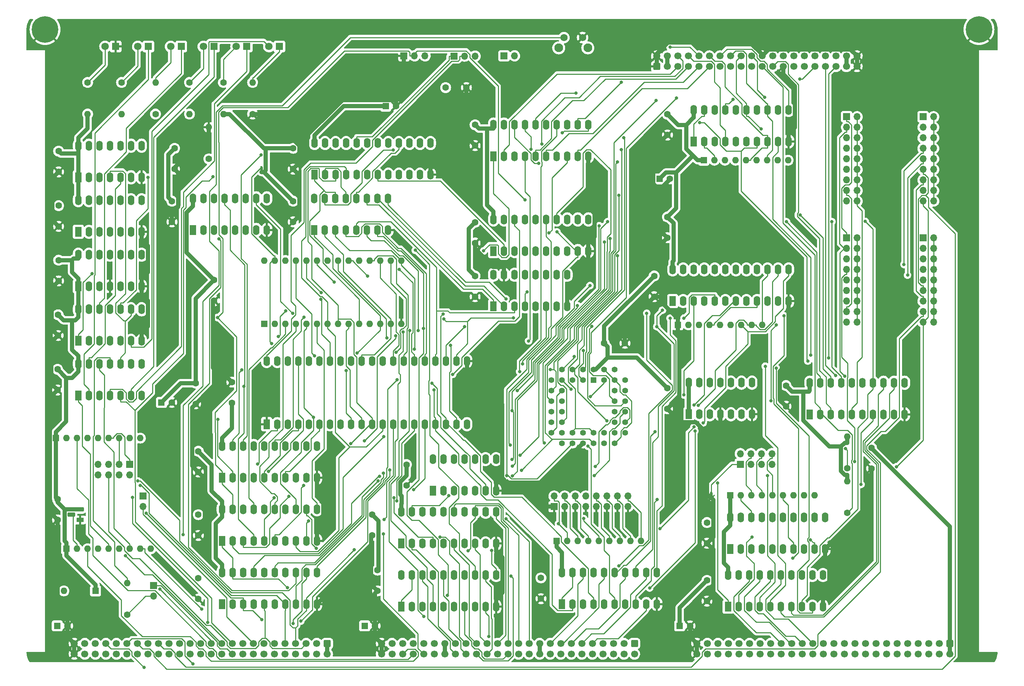
<source format=gbr>
%TF.GenerationSoftware,KiCad,Pcbnew,(6.0.11)*%
%TF.CreationDate,2025-04-26T17:57:20-05:00*%
%TF.ProjectId,processor.6502,70726f63-6573-4736-9f72-2e363530322e,v0.9*%
%TF.SameCoordinates,Original*%
%TF.FileFunction,Copper,L2,Bot*%
%TF.FilePolarity,Positive*%
%FSLAX46Y46*%
G04 Gerber Fmt 4.6, Leading zero omitted, Abs format (unit mm)*
G04 Created by KiCad (PCBNEW (6.0.11)) date 2025-04-26 17:57:20*
%MOMM*%
%LPD*%
G01*
G04 APERTURE LIST*
G04 Aperture macros list*
%AMRoundRect*
0 Rectangle with rounded corners*
0 $1 Rounding radius*
0 $2 $3 $4 $5 $6 $7 $8 $9 X,Y pos of 4 corners*
0 Add a 4 corners polygon primitive as box body*
4,1,4,$2,$3,$4,$5,$6,$7,$8,$9,$2,$3,0*
0 Add four circle primitives for the rounded corners*
1,1,$1+$1,$2,$3*
1,1,$1+$1,$4,$5*
1,1,$1+$1,$6,$7*
1,1,$1+$1,$8,$9*
0 Add four rect primitives between the rounded corners*
20,1,$1+$1,$2,$3,$4,$5,0*
20,1,$1+$1,$4,$5,$6,$7,0*
20,1,$1+$1,$6,$7,$8,$9,0*
20,1,$1+$1,$8,$9,$2,$3,0*%
G04 Aperture macros list end*
%TA.AperFunction,ComponentPad*%
%ADD10RoundRect,0.250000X-0.600000X0.600000X-0.600000X-0.600000X0.600000X-0.600000X0.600000X0.600000X0*%
%TD*%
%TA.AperFunction,ComponentPad*%
%ADD11C,1.700000*%
%TD*%
%TA.AperFunction,ComponentPad*%
%ADD12C,1.600000*%
%TD*%
%TA.AperFunction,ComponentPad*%
%ADD13R,1.600000X1.600000*%
%TD*%
%TA.AperFunction,ComponentPad*%
%ADD14R,1.800000X1.800000*%
%TD*%
%TA.AperFunction,ComponentPad*%
%ADD15C,1.800000*%
%TD*%
%TA.AperFunction,ComponentPad*%
%ADD16O,1.600000X1.600000*%
%TD*%
%TA.AperFunction,ComponentPad*%
%ADD17R,1.600000X2.400000*%
%TD*%
%TA.AperFunction,ComponentPad*%
%ADD18O,1.600000X2.400000*%
%TD*%
%TA.AperFunction,ComponentPad*%
%ADD19R,1.800000X1.100000*%
%TD*%
%TA.AperFunction,ComponentPad*%
%ADD20RoundRect,0.275000X0.625000X-0.275000X0.625000X0.275000X-0.625000X0.275000X-0.625000X-0.275000X0*%
%TD*%
%TA.AperFunction,ComponentPad*%
%ADD21C,6.400000*%
%TD*%
%TA.AperFunction,ComponentPad*%
%ADD22RoundRect,0.250000X0.600000X-0.600000X0.600000X0.600000X-0.600000X0.600000X-0.600000X-0.600000X0*%
%TD*%
%TA.AperFunction,ComponentPad*%
%ADD23R,1.422400X1.422400*%
%TD*%
%TA.AperFunction,ComponentPad*%
%ADD24C,1.422400*%
%TD*%
%TA.AperFunction,ComponentPad*%
%ADD25R,1.700000X1.700000*%
%TD*%
%TA.AperFunction,ComponentPad*%
%ADD26O,1.700000X1.700000*%
%TD*%
%TA.AperFunction,ComponentPad*%
%ADD27C,2.100000*%
%TD*%
%TA.AperFunction,ComponentPad*%
%ADD28C,1.750000*%
%TD*%
%TA.AperFunction,ComponentPad*%
%ADD29C,0.600000*%
%TD*%
%TA.AperFunction,ViaPad*%
%ADD30C,0.800000*%
%TD*%
%TA.AperFunction,Conductor*%
%ADD31C,0.250000*%
%TD*%
%TA.AperFunction,Conductor*%
%ADD32C,1.000000*%
%TD*%
G04 APERTURE END LIST*
%TO.C,NT4*%
G36*
X200800000Y-187850000D02*
G01*
X200200000Y-187850000D01*
X200200000Y-186650000D01*
X200800000Y-186650000D01*
X200800000Y-187850000D01*
G37*
%TO.C,NT3*%
G36*
X92450000Y-109350000D02*
G01*
X91850000Y-109350000D01*
X91850000Y-108150000D01*
X92450000Y-108150000D01*
X92450000Y-109350000D01*
G37*
%TD*%
D10*
%TO.P,P1,1,Pin_1*%
%TO.N,VCC*%
X108000000Y-223000000D03*
D11*
%TO.P,P1,2,Pin_2*%
X108000000Y-225540000D03*
%TO.P,P1,3,Pin_3*%
%TO.N,~{RD}*%
X105460000Y-223000000D03*
%TO.P,P1,4,Pin_4*%
%TO.N,/bus/E*%
X105460000Y-225540000D03*
%TO.P,P1,5,Pin_5*%
%TO.N,~{WR}*%
X102920000Y-223000000D03*
%TO.P,P1,6,Pin_6*%
%TO.N,/bus/ST*%
X102920000Y-225540000D03*
%TO.P,P1,7,Pin_7*%
%TO.N,~{IORQ}*%
X100380000Y-223000000D03*
%TO.P,P1,8,Pin_8*%
%TO.N,/bus/PHI*%
X100380000Y-225540000D03*
%TO.P,P1,9,Pin_9*%
%TO.N,~{MREQ}*%
X97840000Y-223000000D03*
%TO.P,P1,10,Pin_10*%
%TO.N,/bus/~{INT2}*%
X97840000Y-225540000D03*
%TO.P,P1,11,Pin_11*%
%TO.N,~{M1}*%
X95300000Y-223000000D03*
%TO.P,P1,12,Pin_12*%
%TO.N,/bus/~{INT1}*%
X95300000Y-225540000D03*
%TO.P,P1,13,Pin_13*%
%TO.N,/bus/~{BUSACK}*%
X92760000Y-223000000D03*
%TO.P,P1,14,Pin_14*%
%TO.N,/bus/CRUCLK*%
X92760000Y-225540000D03*
%TO.P,P1,15,Pin_15*%
%TO.N,bCLK*%
X90220000Y-223000000D03*
%TO.P,P1,16,Pin_16*%
%TO.N,/bus/CRUOUT*%
X90220000Y-225540000D03*
%TO.P,P1,17,Pin_17*%
%TO.N,~{INT0}*%
X87680000Y-223000000D03*
%TO.P,P1,18,Pin_18*%
%TO.N,/bus/CRUIN*%
X87680000Y-225540000D03*
%TO.P,P1,19,Pin_19*%
%TO.N,~{NMI}*%
X85140000Y-223000000D03*
%TO.P,P1,20,Pin_20*%
%TO.N,~{RES_IN}*%
X85140000Y-225540000D03*
%TO.P,P1,21,Pin_21*%
%TO.N,~{RES_OUT}*%
X82600000Y-223000000D03*
%TO.P,P1,22,Pin_22*%
%TO.N,/bus/USER8*%
X82600000Y-225540000D03*
%TO.P,P1,23,Pin_23*%
%TO.N,~{BUSRQ}*%
X80060000Y-223000000D03*
%TO.P,P1,24,Pin_24*%
%TO.N,/bus/USER7*%
X80060000Y-225540000D03*
%TO.P,P1,25,Pin_25*%
%TO.N,~{WAIT}*%
X77520000Y-223000000D03*
%TO.P,P1,26,Pin_26*%
%TO.N,/bus/USER6*%
X77520000Y-225540000D03*
%TO.P,P1,27,Pin_27*%
%TO.N,/bus/~{HALT}*%
X74980000Y-223000000D03*
%TO.P,P1,28,Pin_28*%
%TO.N,/bus/USER5*%
X74980000Y-225540000D03*
%TO.P,P1,29,Pin_29*%
%TO.N,/bus/~{RFSH}*%
X72440000Y-223000000D03*
%TO.P,P1,30,Pin_30*%
%TO.N,/bus/USER4*%
X72440000Y-225540000D03*
%TO.P,P1,31,Pin_31*%
%TO.N,~{EIRQ7}*%
X69900000Y-223000000D03*
%TO.P,P1,32,Pin_32*%
%TO.N,/bus/USER3*%
X69900000Y-225540000D03*
%TO.P,P1,33,Pin_33*%
%TO.N,~{EIRQ6}*%
X67360000Y-223000000D03*
%TO.P,P1,34,Pin_34*%
%TO.N,/bus/USER2*%
X67360000Y-225540000D03*
%TO.P,P1,35,Pin_35*%
%TO.N,~{EIRQ5}*%
X64820000Y-223000000D03*
%TO.P,P1,36,Pin_36*%
%TO.N,/bus/USER1*%
X64820000Y-225540000D03*
%TO.P,P1,37,Pin_37*%
%TO.N,~{EIRQ4}*%
X62280000Y-223000000D03*
%TO.P,P1,38,Pin_38*%
%TO.N,/bus/USER0*%
X62280000Y-225540000D03*
%TO.P,P1,39,Pin_39*%
%TO.N,~{EIRQ3}*%
X59740000Y-223000000D03*
%TO.P,P1,40,Pin_40*%
%TO.N,Net-(P1-Pad40)*%
X59740000Y-225540000D03*
%TO.P,P1,41,Pin_41*%
%TO.N,~{EIRQ2}*%
X57200000Y-223000000D03*
%TO.P,P1,42,Pin_42*%
%TO.N,Net-(P1-Pad40)*%
X57200000Y-225540000D03*
%TO.P,P1,43,Pin_43*%
%TO.N,~{EIRQ1}*%
X54660000Y-223000000D03*
%TO.P,P1,44,Pin_44*%
%TO.N,Net-(P1-Pad44)*%
X54660000Y-225540000D03*
%TO.P,P1,45,Pin_45*%
%TO.N,~{EIRQ0}*%
X52120000Y-223000000D03*
%TO.P,P1,46,Pin_46*%
%TO.N,Net-(P1-Pad44)*%
X52120000Y-225540000D03*
%TO.P,P1,47,Pin_47*%
%TO.N,I2C_SCL*%
X49580000Y-223000000D03*
%TO.P,P1,48,Pin_48*%
%TO.N,I2C_SDA*%
X49580000Y-225540000D03*
%TO.P,P1,49,Pin_49*%
%TO.N,GND*%
X47040000Y-223000000D03*
%TO.P,P1,50,Pin_50*%
X47040000Y-225540000D03*
%TD*%
D12*
%TO.P,C2,1*%
%TO.N,VCC*%
X127075000Y-179875000D03*
%TO.P,C2,2*%
%TO.N,GND*%
X127075000Y-184875000D03*
%TD*%
%TO.P,C3,1*%
%TO.N,VCC*%
X43255000Y-130605000D03*
%TO.P,C3,2*%
%TO.N,GND*%
X43255000Y-135605000D03*
%TD*%
%TO.P,C4,1*%
%TO.N,VCC*%
X174700000Y-150625000D03*
%TO.P,C4,2*%
%TO.N,GND*%
X179700000Y-150625000D03*
%TD*%
%TO.P,C5,1*%
%TO.N,VCC*%
X76910000Y-191940000D03*
%TO.P,C5,2*%
%TO.N,GND*%
X76910000Y-196940000D03*
%TD*%
%TO.P,C6,1*%
%TO.N,VCC*%
X43000000Y-156900000D03*
%TO.P,C6,2*%
%TO.N,GND*%
X43000000Y-161900000D03*
%TD*%
%TO.P,C8,1*%
%TO.N,VCC*%
X159460000Y-207180000D03*
%TO.P,C8,2*%
%TO.N,GND*%
X159460000Y-212180000D03*
%TD*%
%TO.P,C9,1*%
%TO.N,VCC*%
X199465000Y-193845000D03*
%TO.P,C9,2*%
%TO.N,GND*%
X199465000Y-198845000D03*
%TD*%
%TO.P,C10,1*%
%TO.N,VCC*%
X76910000Y-207270000D03*
%TO.P,C10,2*%
%TO.N,GND*%
X76910000Y-212270000D03*
%TD*%
%TO.P,C11,1*%
%TO.N,VCC*%
X43255000Y-117457500D03*
%TO.P,C11,2*%
%TO.N,GND*%
X43255000Y-122457500D03*
%TD*%
%TO.P,C14,1*%
%TO.N,VCC*%
X189940000Y-120185000D03*
%TO.P,C14,2*%
%TO.N,GND*%
X189940000Y-125185000D03*
%TD*%
%TO.P,C15,1*%
%TO.N,VCC*%
X143600000Y-134400000D03*
%TO.P,C15,2*%
%TO.N,GND*%
X143600000Y-139400000D03*
%TD*%
D13*
%TO.P,C25,1*%
%TO.N,VCC*%
X42929600Y-218750000D03*
D12*
%TO.P,C25,2*%
%TO.N,GND*%
X45429600Y-218750000D03*
%TD*%
D13*
%TO.P,C26,1*%
%TO.N,VCC*%
X68019900Y-164900000D03*
D12*
%TO.P,C26,2*%
%TO.N,GND*%
X70519900Y-164900000D03*
%TD*%
%TO.P,C17,1*%
%TO.N,VCC*%
X80720000Y-135390000D03*
%TO.P,C17,2*%
%TO.N,GND*%
X80720000Y-140390000D03*
%TD*%
%TO.P,C20,1*%
%TO.N,VCC*%
X120090000Y-205315000D03*
%TO.P,C20,2*%
%TO.N,GND*%
X120090000Y-210315000D03*
%TD*%
%TO.P,C21,1*%
%TO.N,VCC*%
X76910000Y-176660000D03*
%TO.P,C21,2*%
%TO.N,GND*%
X76910000Y-181660000D03*
%TD*%
%TO.P,C22,1*%
%TO.N,VCC*%
X99770000Y-116375000D03*
%TO.P,C22,2*%
%TO.N,GND*%
X99770000Y-121375000D03*
%TD*%
%TO.P,C23,1*%
%TO.N,VCC*%
X85000000Y-165000000D03*
%TO.P,C23,2*%
%TO.N,GND*%
X85000000Y-160000000D03*
%TD*%
D13*
%TO.P,C27,1*%
%TO.N,VCC*%
X117000000Y-218750000D03*
D12*
%TO.P,C27,2*%
%TO.N,GND*%
X119500000Y-218750000D03*
%TD*%
D13*
%TO.P,C28,1*%
%TO.N,VCC*%
X192884700Y-218750000D03*
D12*
%TO.P,C28,2*%
%TO.N,GND*%
X195384700Y-218750000D03*
%TD*%
D13*
%TO.P,C29,1*%
%TO.N,VCC*%
X188044900Y-111000000D03*
D12*
%TO.P,C29,2*%
%TO.N,GND*%
X190544900Y-111000000D03*
%TD*%
D14*
%TO.P,D4,1,K*%
%TO.N,Net-(D4-Pad1)*%
X72785700Y-79100000D03*
D15*
%TO.P,D4,2,A*%
%TO.N,Net-(D4-Pad2)*%
X70245700Y-79100000D03*
%TD*%
D13*
%TO.P,D6,1,K*%
%TO.N,VCC*%
X52145000Y-210315000D03*
D16*
%TO.P,D6,2,A*%
%TO.N,Net-(D6-Pad2)*%
X44525000Y-210315000D03*
%TD*%
D14*
%TO.P,D2,1,K*%
%TO.N,Net-(D2-Pad1)*%
X80678600Y-79100000D03*
D15*
%TO.P,D2,2,A*%
%TO.N,Net-(D2-Pad2)*%
X78138600Y-79100000D03*
%TD*%
D12*
%TO.P,R5,1*%
%TO.N,Net-(D3-Pad2)*%
X58420000Y-87760000D03*
D16*
%TO.P,R5,2*%
%TO.N,VCC*%
X58420000Y-95380000D03*
%TD*%
D17*
%TO.P,U4,1*%
%TO.N,~{CPU-INT}*%
X48000000Y-163200000D03*
D18*
%TO.P,U4,2*%
%TO.N,Net-(D3-Pad1)*%
X50540000Y-163200000D03*
%TO.P,U4,3*%
%TO.N,~{CS_IO}*%
X53080000Y-163200000D03*
%TO.P,U4,4*%
%TO.N,Net-(D9-Pad1)*%
X55620000Y-163200000D03*
%TO.P,U4,5*%
%TO.N,~{NMI}*%
X58160000Y-163200000D03*
%TO.P,U4,6*%
%TO.N,Net-(D2-Pad1)*%
X60700000Y-163200000D03*
%TO.P,U4,7,GND*%
%TO.N,GND*%
X63240000Y-163200000D03*
%TO.P,U4,8*%
%TO.N,N/C*%
X63240000Y-155580000D03*
%TO.P,U4,9*%
X60700000Y-155580000D03*
%TO.P,U4,10*%
%TO.N,~{RES_OUT}*%
X58160000Y-155580000D03*
%TO.P,U4,11*%
%TO.N,Net-(D6-Pad2)*%
X55620000Y-155580000D03*
%TO.P,U4,12*%
%TO.N,~{BUSRQ}*%
X53080000Y-155580000D03*
%TO.P,U4,13*%
%TO.N,~{6502ACTIVE}*%
X50540000Y-155580000D03*
%TO.P,U4,14,VCC*%
%TO.N,VCC*%
X48000000Y-155580000D03*
%TD*%
D13*
%TO.P,U5,1,VPP*%
%TO.N,unconnected-(U5-Pad1)*%
X92785000Y-145925000D03*
D16*
%TO.P,U5,2,A12*%
%TO.N,CPU-A12*%
X95325000Y-145925000D03*
%TO.P,U5,3,A7*%
%TO.N,CPU-A7*%
X97865000Y-145925000D03*
%TO.P,U5,4,A6*%
%TO.N,CPU-A6*%
X100405000Y-145925000D03*
%TO.P,U5,5,A5*%
%TO.N,CPU-A5*%
X102945000Y-145925000D03*
%TO.P,U5,6,A4*%
%TO.N,CPU-A4*%
X105485000Y-145925000D03*
%TO.P,U5,7,A3*%
%TO.N,CPU-A3*%
X108025000Y-145925000D03*
%TO.P,U5,8,A2*%
%TO.N,CPU-A2*%
X110565000Y-145925000D03*
%TO.P,U5,9,A1*%
%TO.N,CPU-A1*%
X113105000Y-145925000D03*
%TO.P,U5,10,A0*%
%TO.N,CPU-A0*%
X115645000Y-145925000D03*
%TO.P,U5,11,D0*%
%TO.N,CPU-D0*%
X118185000Y-145925000D03*
%TO.P,U5,12,D1*%
%TO.N,CPU-D1*%
X120725000Y-145925000D03*
%TO.P,U5,13,D2*%
%TO.N,CPU-D2*%
X123265000Y-145925000D03*
%TO.P,U5,14,GND*%
%TO.N,GND*%
X125805000Y-145925000D03*
%TO.P,U5,15,D3*%
%TO.N,CPU-D3*%
X125805000Y-130685000D03*
%TO.P,U5,16,D4*%
%TO.N,CPU-D4*%
X123265000Y-130685000D03*
%TO.P,U5,17,D5*%
%TO.N,CPU-D5*%
X120725000Y-130685000D03*
%TO.P,U5,18,D6*%
%TO.N,CPU-D6*%
X118185000Y-130685000D03*
%TO.P,U5,19,D7*%
%TO.N,CPU-D7*%
X115645000Y-130685000D03*
%TO.P,U5,20,~{CE}*%
%TO.N,~{ONBOARD_ROM}*%
X113105000Y-130685000D03*
%TO.P,U5,21,A10*%
%TO.N,CPU-A10*%
X110565000Y-130685000D03*
%TO.P,U5,22,~{OE}*%
%TO.N,ZERO*%
X108025000Y-130685000D03*
%TO.P,U5,23,A11*%
%TO.N,CPU-A11*%
X105485000Y-130685000D03*
%TO.P,U5,24,A9*%
%TO.N,CPU-A9*%
X102945000Y-130685000D03*
%TO.P,U5,25,A8*%
%TO.N,CPU-A8*%
X100405000Y-130685000D03*
%TO.P,U5,26,NC*%
%TO.N,unconnected-(U5-Pad26)*%
X97865000Y-130685000D03*
%TO.P,U5,27,~{PGM}*%
%TO.N,ONE*%
X95325000Y-130685000D03*
%TO.P,U5,28,VCC*%
%TO.N,unconnected-(U5-Pad28)*%
X92785000Y-130685000D03*
%TD*%
D17*
%TO.P,U6,1,OEa*%
%TO.N,~{6502EN}*%
X82630000Y-198240000D03*
D18*
%TO.P,U6,2,I0a*%
%TO.N,CPU-A0*%
X85170000Y-198240000D03*
%TO.P,U6,3,O3b*%
%TO.N,A7*%
X87710000Y-198240000D03*
%TO.P,U6,4,I1a*%
%TO.N,CPU-A1*%
X90250000Y-198240000D03*
%TO.P,U6,5,O2b*%
%TO.N,A6*%
X92790000Y-198240000D03*
%TO.P,U6,6,I2a*%
%TO.N,CPU-A2*%
X95330000Y-198240000D03*
%TO.P,U6,7,O1b*%
%TO.N,A5*%
X97870000Y-198240000D03*
%TO.P,U6,8,I3a*%
%TO.N,CPU-A3*%
X100410000Y-198240000D03*
%TO.P,U6,9,O0b*%
%TO.N,A4*%
X102950000Y-198240000D03*
%TO.P,U6,10,GND*%
%TO.N,GND*%
X105490000Y-198240000D03*
%TO.P,U6,11,I0b*%
%TO.N,CPU-A4*%
X105490000Y-190620000D03*
%TO.P,U6,12,O3a*%
%TO.N,A3*%
X102950000Y-190620000D03*
%TO.P,U6,13,I1b*%
%TO.N,CPU-A5*%
X100410000Y-190620000D03*
%TO.P,U6,14,O2a*%
%TO.N,A2*%
X97870000Y-190620000D03*
%TO.P,U6,15,I2b*%
%TO.N,CPU-A6*%
X95330000Y-190620000D03*
%TO.P,U6,16,O1a*%
%TO.N,A1*%
X92790000Y-190620000D03*
%TO.P,U6,17,I3b*%
%TO.N,CPU-A7*%
X90250000Y-190620000D03*
%TO.P,U6,18,O0a*%
%TO.N,A0*%
X87710000Y-190620000D03*
%TO.P,U6,19,OEb*%
%TO.N,~{6502EN}*%
X85170000Y-190620000D03*
%TO.P,U6,20,VCC*%
%TO.N,VCC*%
X82630000Y-190620000D03*
%TD*%
D17*
%TO.P,U8,1,OEa*%
%TO.N,~{6502EN}*%
X164540000Y-213480000D03*
D18*
%TO.P,U8,2,I0a*%
%TO.N,CPU-A8*%
X167080000Y-213480000D03*
%TO.P,U8,3,O3b*%
%TO.N,A15*%
X169620000Y-213480000D03*
%TO.P,U8,4,I1a*%
%TO.N,CPU-A9*%
X172160000Y-213480000D03*
%TO.P,U8,5,O2b*%
%TO.N,A14*%
X174700000Y-213480000D03*
%TO.P,U8,6,I2a*%
%TO.N,CPU-A10*%
X177240000Y-213480000D03*
%TO.P,U8,7,O1b*%
%TO.N,A13*%
X179780000Y-213480000D03*
%TO.P,U8,8,I3a*%
%TO.N,CPU-A11*%
X182320000Y-213480000D03*
%TO.P,U8,9,O0b*%
%TO.N,A12*%
X184860000Y-213480000D03*
%TO.P,U8,10,GND*%
%TO.N,GND*%
X187400000Y-213480000D03*
%TO.P,U8,11,I0b*%
%TO.N,CPU-A12*%
X187400000Y-205860000D03*
%TO.P,U8,12,O3a*%
%TO.N,A11*%
X184860000Y-205860000D03*
%TO.P,U8,13,I1b*%
%TO.N,CPU-A13*%
X182320000Y-205860000D03*
%TO.P,U8,14,O2a*%
%TO.N,A10*%
X179780000Y-205860000D03*
%TO.P,U8,15,I2b*%
%TO.N,SEL-A14*%
X177240000Y-205860000D03*
%TO.P,U8,16,O1a*%
%TO.N,A9*%
X174700000Y-205860000D03*
%TO.P,U8,17,I3b*%
%TO.N,SEL-A15*%
X172160000Y-205860000D03*
%TO.P,U8,18,O0a*%
%TO.N,A8*%
X169620000Y-205860000D03*
%TO.P,U8,19,OEb*%
%TO.N,~{6502EN}*%
X167080000Y-205860000D03*
%TO.P,U8,20,VCC*%
%TO.N,VCC*%
X164540000Y-205860000D03*
%TD*%
D19*
%TO.P,U15,1,Pin_1*%
%TO.N,GND*%
X48400000Y-193200000D03*
D20*
%TO.P,U15,2,Pin_2*%
%TO.N,~{RES_OUT}*%
X46330000Y-191930000D03*
%TO.P,U15,3,Pin_3*%
%TO.N,VCC*%
X48400000Y-190660000D03*
%TD*%
D17*
%TO.P,U1,1*%
%TO.N,Net-(U1-Pad1)*%
X48000000Y-150052500D03*
D18*
%TO.P,U1,2*%
%TO.N,CLK*%
X50540000Y-150052500D03*
%TO.P,U1,3*%
%TO.N,unconnected-(U1-Pad3)*%
X53080000Y-150052500D03*
%TO.P,U1,4*%
%TO.N,unconnected-(U1-Pad4)*%
X55620000Y-150052500D03*
%TO.P,U1,5*%
%TO.N,SYNC*%
X58160000Y-150052500D03*
%TO.P,U1,6*%
%TO.N,Net-(D5-Pad2)*%
X60700000Y-150052500D03*
%TO.P,U1,7,GND*%
%TO.N,GND*%
X63240000Y-150052500D03*
%TO.P,U1,8*%
%TO.N,Net-(U1-Pad8)*%
X63240000Y-142432500D03*
%TO.P,U1,9*%
%TO.N,~{RES_OUT}*%
X60700000Y-142432500D03*
%TO.P,U1,10*%
%TO.N,6502EN*%
X58160000Y-142432500D03*
%TO.P,U1,11*%
%TO.N,~{6502EN}*%
X55620000Y-142432500D03*
%TO.P,U1,12*%
%TO.N,Net-(D4-Pad1)*%
X53080000Y-142432500D03*
%TO.P,U1,13*%
%TO.N,6502EN*%
X50540000Y-142432500D03*
%TO.P,U1,14,VCC*%
%TO.N,VCC*%
X48000000Y-142432500D03*
%TD*%
D10*
%TO.P,P2,1,Pin_1*%
%TO.N,VCC*%
X182000000Y-223000000D03*
D11*
%TO.P,P2,2,Pin_2*%
X182000000Y-225540000D03*
%TO.P,P2,3,Pin_3*%
%TO.N,A15*%
X179460000Y-223000000D03*
%TO.P,P2,4,Pin_4*%
%TO.N,/bus/A31*%
X179460000Y-225540000D03*
%TO.P,P2,5,Pin_5*%
%TO.N,A14*%
X176920000Y-223000000D03*
%TO.P,P2,6,Pin_6*%
%TO.N,/bus/A30*%
X176920000Y-225540000D03*
%TO.P,P2,7,Pin_7*%
%TO.N,A13*%
X174380000Y-223000000D03*
%TO.P,P2,8,Pin_8*%
%TO.N,/bus/A29*%
X174380000Y-225540000D03*
%TO.P,P2,9,Pin_9*%
%TO.N,A12*%
X171840000Y-223000000D03*
%TO.P,P2,10,Pin_10*%
%TO.N,/bus/A28*%
X171840000Y-225540000D03*
%TO.P,P2,11,Pin_11*%
%TO.N,A11*%
X169300000Y-223000000D03*
%TO.P,P2,12,Pin_12*%
%TO.N,/bus/A27*%
X169300000Y-225540000D03*
%TO.P,P2,13,Pin_13*%
%TO.N,A10*%
X166760000Y-223000000D03*
%TO.P,P2,14,Pin_14*%
%TO.N,/bus/A26*%
X166760000Y-225540000D03*
%TO.P,P2,15,Pin_15*%
%TO.N,A9*%
X164220000Y-223000000D03*
%TO.P,P2,16,Pin_16*%
%TO.N,/bus/A25*%
X164220000Y-225540000D03*
%TO.P,P2,17,Pin_17*%
%TO.N,A8*%
X161680000Y-223000000D03*
%TO.P,P2,18,Pin_18*%
%TO.N,/bus/A24*%
X161680000Y-225540000D03*
%TO.P,P2,19,Pin_19*%
%TO.N,+12V*%
X159140000Y-223000000D03*
%TO.P,P2,20,Pin_20*%
X159140000Y-225540000D03*
%TO.P,P2,21,Pin_21*%
%TO.N,A7*%
X156600000Y-223000000D03*
%TO.P,P2,22,Pin_22*%
%TO.N,/bus/A23*%
X156600000Y-225540000D03*
%TO.P,P2,23,Pin_23*%
%TO.N,A6*%
X154060000Y-223000000D03*
%TO.P,P2,24,Pin_24*%
%TO.N,/bus/A22*%
X154060000Y-225540000D03*
%TO.P,P2,25,Pin_25*%
%TO.N,A5*%
X151520000Y-223000000D03*
%TO.P,P2,26,Pin_26*%
%TO.N,A21*%
X151520000Y-225540000D03*
%TO.P,P2,27,Pin_27*%
%TO.N,A4*%
X148980000Y-223000000D03*
%TO.P,P2,28,Pin_28*%
%TO.N,A20*%
X148980000Y-225540000D03*
%TO.P,P2,29,Pin_29*%
%TO.N,A3*%
X146440000Y-223000000D03*
%TO.P,P2,30,Pin_30*%
%TO.N,A19*%
X146440000Y-225540000D03*
%TO.P,P2,31,Pin_31*%
%TO.N,A2*%
X143900000Y-223000000D03*
%TO.P,P2,32,Pin_32*%
%TO.N,A18*%
X143900000Y-225540000D03*
%TO.P,P2,33,Pin_33*%
%TO.N,A1*%
X141360000Y-223000000D03*
%TO.P,P2,34,Pin_34*%
%TO.N,A17*%
X141360000Y-225540000D03*
%TO.P,P2,35,Pin_35*%
%TO.N,A0*%
X138820000Y-223000000D03*
%TO.P,P2,36,Pin_36*%
%TO.N,A16*%
X138820000Y-225540000D03*
%TO.P,P2,37,Pin_37*%
%TO.N,-12V*%
X136280000Y-223000000D03*
%TO.P,P2,38,Pin_38*%
X136280000Y-225540000D03*
%TO.P,P2,39,Pin_39*%
%TO.N,/bus/IC3*%
X133740000Y-223000000D03*
%TO.P,P2,40,Pin_40*%
%TO.N,~{TEND1}*%
X133740000Y-225540000D03*
%TO.P,P2,41,Pin_41*%
%TO.N,/bus/IC2*%
X131200000Y-223000000D03*
%TO.P,P2,42,Pin_42*%
%TO.N,~{DREQ1}*%
X131200000Y-225540000D03*
%TO.P,P2,43,Pin_43*%
%TO.N,/bus/IC1*%
X128660000Y-223000000D03*
%TO.P,P2,44,Pin_44*%
%TO.N,~{TEND0}*%
X128660000Y-225540000D03*
%TO.P,P2,45,Pin_45*%
%TO.N,/bus/IC0*%
X126120000Y-223000000D03*
%TO.P,P2,46,Pin_46*%
%TO.N,~{DREQ0}*%
X126120000Y-225540000D03*
%TO.P,P2,47,Pin_47*%
%TO.N,/bus/AUXCLK1*%
X123580000Y-223000000D03*
%TO.P,P2,48,Pin_48*%
%TO.N,/bus/AUXCLK0*%
X123580000Y-225540000D03*
%TO.P,P2,49,Pin_49*%
%TO.N,GND*%
X121040000Y-223000000D03*
%TO.P,P2,50,Pin_50*%
X121040000Y-225540000D03*
%TD*%
D21*
%TO.P,H2,1,1*%
%TO.N,GND*%
X265000000Y-75000000D03*
%TD*%
D13*
%TO.P,RN1,1,common*%
%TO.N,VCC*%
X42620000Y-173485000D03*
D16*
%TO.P,RN1,2,R1*%
%TO.N,~{CPU-RESET}*%
X45160000Y-173485000D03*
%TO.P,RN1,3,R2*%
%TO.N,~{TEND0}*%
X47700000Y-173485000D03*
%TO.P,RN1,4,R3*%
%TO.N,~{TEND1}*%
X50240000Y-173485000D03*
%TO.P,RN1,5,R4*%
%TO.N,unconnected-(RN1-Pad5)*%
X52780000Y-173485000D03*
%TO.P,RN1,6,R5*%
%TO.N,Net-(JP4-Pad1)*%
X55320000Y-173485000D03*
%TO.P,RN1,7,R6*%
%TO.N,Net-(JP4-Pad3)*%
X57860000Y-173485000D03*
%TO.P,RN1,8,R7*%
%TO.N,Net-(JP4-Pad5)*%
X60400000Y-173485000D03*
%TO.P,RN1,9,R8*%
%TO.N,Net-(JP4-Pad7)*%
X62940000Y-173485000D03*
%TD*%
D17*
%TO.P,U11,1,A->B*%
%TO.N,DATA-DIR*%
X204550000Y-214115000D03*
D18*
%TO.P,U11,2,A0*%
%TO.N,CPU-D0*%
X207090000Y-214115000D03*
%TO.P,U11,3,A1*%
%TO.N,CPU-D1*%
X209630000Y-214115000D03*
%TO.P,U11,4,A2*%
%TO.N,CPU-D2*%
X212170000Y-214115000D03*
%TO.P,U11,5,A3*%
%TO.N,CPU-D3*%
X214710000Y-214115000D03*
%TO.P,U11,6,A4*%
%TO.N,CPU-D4*%
X217250000Y-214115000D03*
%TO.P,U11,7,A5*%
%TO.N,CPU-D5*%
X219790000Y-214115000D03*
%TO.P,U11,8,A6*%
%TO.N,CPU-D6*%
X222330000Y-214115000D03*
%TO.P,U11,9,A7*%
%TO.N,CPU-D7*%
X224870000Y-214115000D03*
%TO.P,U11,10,GND*%
%TO.N,GND*%
X227410000Y-214115000D03*
%TO.P,U11,11,B7*%
%TO.N,D7*%
X227410000Y-206495000D03*
%TO.P,U11,12,B6*%
%TO.N,D6*%
X224870000Y-206495000D03*
%TO.P,U11,13,B5*%
%TO.N,D5*%
X222330000Y-206495000D03*
%TO.P,U11,14,B4*%
%TO.N,D4*%
X219790000Y-206495000D03*
%TO.P,U11,15,B3*%
%TO.N,D3*%
X217250000Y-206495000D03*
%TO.P,U11,16,B2*%
%TO.N,D2*%
X214710000Y-206495000D03*
%TO.P,U11,17,B1*%
%TO.N,D1*%
X212170000Y-206495000D03*
%TO.P,U11,18,B0*%
%TO.N,D0*%
X209630000Y-206495000D03*
%TO.P,U11,19,CE*%
%TO.N,~{6502EN}*%
X207090000Y-206495000D03*
%TO.P,U11,20,VCC*%
%TO.N,VCC*%
X204550000Y-206495000D03*
%TD*%
D12*
%TO.P,C19,1*%
%TO.N,VCC*%
X43000000Y-188200000D03*
%TO.P,C19,2*%
%TO.N,GND*%
X43000000Y-193200000D03*
%TD*%
%TO.P,C18,1*%
%TO.N,VCC*%
X43125000Y-143752500D03*
%TO.P,C18,2*%
%TO.N,GND*%
X43125000Y-148752500D03*
%TD*%
%TO.P,C12,1*%
%TO.N,VCC*%
X76275000Y-160230000D03*
%TO.P,C12,2*%
%TO.N,GND*%
X76275000Y-165230000D03*
%TD*%
%TO.P,C16,1*%
%TO.N,VCC*%
X199465000Y-207775000D03*
%TO.P,C16,2*%
%TO.N,GND*%
X199465000Y-212775000D03*
%TD*%
D17*
%TO.P,U3,1,I0/CLK*%
%TO.N,CPU-A0*%
X104915000Y-109985000D03*
D18*
%TO.P,U3,2,I1*%
%TO.N,CPU-A1*%
X107455000Y-109985000D03*
%TO.P,U3,3,I2*%
%TO.N,CPU-A2*%
X109995000Y-109985000D03*
%TO.P,U3,4,I3*%
%TO.N,CPU-A3*%
X112535000Y-109985000D03*
%TO.P,U3,5,I4*%
%TO.N,~{CS_IO}*%
X115075000Y-109985000D03*
%TO.P,U3,6,I5*%
%TO.N,unconnected-(U3-Pad6)*%
X117615000Y-109985000D03*
%TO.P,U3,7,I6*%
%TO.N,CPU-R~{W}*%
X120155000Y-109985000D03*
%TO.P,U3,8,I7*%
%TO.N,unconnected-(U3-Pad8)*%
X122695000Y-109985000D03*
%TO.P,U3,9,I8*%
%TO.N,unconnected-(U3-Pad9)*%
X125235000Y-109985000D03*
%TO.P,U3,10,I9*%
%TO.N,unconnected-(U3-Pad10)*%
X127775000Y-109985000D03*
%TO.P,U3,11,I10*%
%TO.N,unconnected-(U3-Pad11)*%
X130315000Y-109985000D03*
%TO.P,U3,12,GND*%
%TO.N,GND*%
X132855000Y-109985000D03*
%TO.P,U3,13,I11*%
%TO.N,Net-(U3-Pad13)*%
X132855000Y-102365000D03*
%TO.P,U3,14,O9*%
X130315000Y-102365000D03*
%TO.P,U3,15,O8*%
%TO.N,unconnected-(U3-Pad15)*%
X127775000Y-102365000D03*
%TO.P,U3,16,O7*%
%TO.N,~{PAGE-WR}*%
X125235000Y-102365000D03*
%TO.P,U3,17,O6*%
%TO.N,~{CS_I2C_WR}*%
X122695000Y-102365000D03*
%TO.P,U3,18,O5*%
%TO.N,unconnected-(U3-Pad18)*%
X120155000Y-102365000D03*
%TO.P,U3,19,O4*%
%TO.N,~{CS_I2C}*%
X117615000Y-102365000D03*
%TO.P,U3,20,O3*%
%TO.N,~{RES_OUT}*%
X115075000Y-102365000D03*
%TO.P,U3,21,O2*%
%TO.N,~{FP-LATCH-RD}*%
X112535000Y-102365000D03*
%TO.P,U3,22,O1*%
%TO.N,FP-LATCH-WR*%
X109995000Y-102365000D03*
%TO.P,U3,23,O0*%
%TO.N,~{CS_UART}*%
X107455000Y-102365000D03*
%TO.P,U3,24,VCC*%
%TO.N,VCC*%
X104915000Y-102365000D03*
%TD*%
D21*
%TO.P,H1,1,1*%
%TO.N,GND*%
X40000000Y-75000000D03*
%TD*%
D14*
%TO.P,D7,1,K*%
%TO.N,GND*%
X57000000Y-79100000D03*
D15*
%TO.P,D7,2,A*%
%TO.N,Net-(D7-Pad2)*%
X54460000Y-79100000D03*
%TD*%
D10*
%TO.P,P3,1,Pin_1*%
%TO.N,VCC*%
X258000000Y-223000000D03*
D11*
%TO.P,P3,2,Pin_2*%
X258000000Y-225540000D03*
%TO.P,P3,3,Pin_3*%
%TO.N,/bus/D15*%
X255460000Y-223000000D03*
%TO.P,P3,4,Pin_4*%
%TO.N,/bus/D31*%
X255460000Y-225540000D03*
%TO.P,P3,5,Pin_5*%
%TO.N,/bus/D14*%
X252920000Y-223000000D03*
%TO.P,P3,6,Pin_6*%
%TO.N,/bus/D30*%
X252920000Y-225540000D03*
%TO.P,P3,7,Pin_7*%
%TO.N,/bus/D13*%
X250380000Y-223000000D03*
%TO.P,P3,8,Pin_8*%
%TO.N,/bus/D29*%
X250380000Y-225540000D03*
%TO.P,P3,9,Pin_9*%
%TO.N,/bus/D12*%
X247840000Y-223000000D03*
%TO.P,P3,10,Pin_10*%
%TO.N,/bus/D28*%
X247840000Y-225540000D03*
%TO.P,P3,11,Pin_11*%
%TO.N,/bus/D11*%
X245300000Y-223000000D03*
%TO.P,P3,12,Pin_12*%
%TO.N,/bus/D27*%
X245300000Y-225540000D03*
%TO.P,P3,13,Pin_13*%
%TO.N,/bus/D10*%
X242760000Y-223000000D03*
%TO.P,P3,14,Pin_14*%
%TO.N,/bus/D26*%
X242760000Y-225540000D03*
%TO.P,P3,15,Pin_15*%
%TO.N,/bus/D9*%
X240220000Y-223000000D03*
%TO.P,P3,16,Pin_16*%
%TO.N,/bus/D25*%
X240220000Y-225540000D03*
%TO.P,P3,17,Pin_17*%
%TO.N,/bus/D8*%
X237680000Y-223000000D03*
%TO.P,P3,18,Pin_18*%
%TO.N,/bus/D24*%
X237680000Y-225540000D03*
%TO.P,P3,19,Pin_19*%
%TO.N,D7*%
X235140000Y-223000000D03*
%TO.P,P3,20,Pin_20*%
%TO.N,/bus/D23*%
X235140000Y-225540000D03*
%TO.P,P3,21,Pin_21*%
%TO.N,D6*%
X232600000Y-223000000D03*
%TO.P,P3,22,Pin_22*%
%TO.N,/bus/D22*%
X232600000Y-225540000D03*
%TO.P,P3,23,Pin_23*%
%TO.N,D5*%
X230060000Y-223000000D03*
%TO.P,P3,24,Pin_24*%
%TO.N,/bus/D21*%
X230060000Y-225540000D03*
%TO.P,P3,25,Pin_25*%
%TO.N,D4*%
X227520000Y-223000000D03*
%TO.P,P3,26,Pin_26*%
%TO.N,/bus/D20*%
X227520000Y-225540000D03*
%TO.P,P3,27,Pin_27*%
%TO.N,D3*%
X224980000Y-223000000D03*
%TO.P,P3,28,Pin_28*%
%TO.N,/bus/D19*%
X224980000Y-225540000D03*
%TO.P,P3,29,Pin_29*%
%TO.N,D2*%
X222440000Y-223000000D03*
%TO.P,P3,30,Pin_30*%
%TO.N,/bus/D18*%
X222440000Y-225540000D03*
%TO.P,P3,31,Pin_31*%
%TO.N,D1*%
X219900000Y-223000000D03*
%TO.P,P3,32,Pin_32*%
%TO.N,/bus/D17*%
X219900000Y-225540000D03*
%TO.P,P3,33,Pin_33*%
%TO.N,D0*%
X217360000Y-223000000D03*
%TO.P,P3,34,Pin_34*%
%TO.N,/bus/D16*%
X217360000Y-225540000D03*
%TO.P,P3,35,Pin_35*%
%TO.N,/bus/~{BUSERR}*%
X214820000Y-223000000D03*
%TO.P,P3,36,Pin_36*%
%TO.N,/bus/UDS*%
X214820000Y-225540000D03*
%TO.P,P3,37,Pin_37*%
%TO.N,/bus/~{VPA}*%
X212280000Y-223000000D03*
%TO.P,P3,38,Pin_38*%
%TO.N,/bus/LDS*%
X212280000Y-225540000D03*
%TO.P,P3,39,Pin_39*%
%TO.N,/bus/~{VMA}*%
X209740000Y-223000000D03*
%TO.P,P3,40,Pin_40*%
%TO.N,/bus/S2*%
X209740000Y-225540000D03*
%TO.P,P3,41,Pin_41*%
%TO.N,/bus/~{BHE}*%
X207200000Y-223000000D03*
%TO.P,P3,42,Pin_42*%
%TO.N,/bus/S1*%
X207200000Y-225540000D03*
%TO.P,P3,43,Pin_43*%
%TO.N,/bus/IPL2*%
X204660000Y-223000000D03*
%TO.P,P3,44,Pin_44*%
%TO.N,/bus/S0*%
X204660000Y-225540000D03*
%TO.P,P3,45,Pin_45*%
%TO.N,/bus/IPL1*%
X202120000Y-223000000D03*
%TO.P,P3,46,Pin_46*%
%TO.N,/bus/AUXCLK3*%
X202120000Y-225540000D03*
%TO.P,P3,47,Pin_47*%
%TO.N,/bus/IPL0*%
X199580000Y-223000000D03*
%TO.P,P3,48,Pin_48*%
%TO.N,/bus/AUXCLK2*%
X199580000Y-225540000D03*
%TO.P,P3,49,Pin_49*%
%TO.N,GND*%
X197040000Y-223000000D03*
%TO.P,P3,50,Pin_50*%
X197040000Y-225540000D03*
%TD*%
D17*
%TO.P,U13,1,Pin_1*%
%TO.N,VCC*%
X48000000Y-136905000D03*
D18*
%TO.P,U13,2,Pin_2*%
%TO.N,unconnected-(U13-Pad2)*%
X50540000Y-136905000D03*
%TO.P,U13,3,Pin_3*%
%TO.N,unconnected-(U13-Pad3)*%
X53080000Y-136905000D03*
%TO.P,U13,4,Pin_4*%
%TO.N,GND*%
X55620000Y-136905000D03*
%TO.P,U13,5,Pin_5*%
%TO.N,unconnected-(U13-Pad5)*%
X58160000Y-136905000D03*
%TO.P,U13,6,Pin_6*%
%TO.N,unconnected-(U13-Pad6)*%
X60700000Y-136905000D03*
%TO.P,U13,7,Pin_7*%
%TO.N,GND*%
X63240000Y-136905000D03*
%TO.P,U13,8,Pin_8*%
%TO.N,Net-(U1-Pad1)*%
X63240000Y-129285000D03*
%TO.P,U13,9,Pin_9*%
%TO.N,unconnected-(U13-Pad9)*%
X60700000Y-129285000D03*
%TO.P,U13,10,Pin_10*%
%TO.N,unconnected-(U13-Pad10)*%
X58160000Y-129285000D03*
%TO.P,U13,11,Pin_11*%
%TO.N,Net-(U1-Pad1)*%
X55620000Y-129285000D03*
%TO.P,U13,12,Pin_12*%
%TO.N,unconnected-(U13-Pad12)*%
X53080000Y-129285000D03*
%TO.P,U13,13,Pin_13*%
%TO.N,unconnected-(U13-Pad13)*%
X50540000Y-129285000D03*
%TO.P,U13,14,Pin_14*%
%TO.N,VCC*%
X48000000Y-129285000D03*
%TD*%
D12*
%TO.P,C36,1*%
%TO.N,VCC*%
X189940000Y-95420000D03*
%TO.P,C36,2*%
%TO.N,GND*%
X189940000Y-100420000D03*
%TD*%
%TO.P,C38,1*%
%TO.N,VCC*%
X143600000Y-121455000D03*
%TO.P,C38,2*%
%TO.N,GND*%
X143600000Y-126455000D03*
%TD*%
D13*
%TO.P,C46,1*%
%TO.N,VCC*%
X122059900Y-93475000D03*
D12*
%TO.P,C46,2*%
%TO.N,GND*%
X124559900Y-93475000D03*
%TD*%
D17*
%TO.P,U19,1,S*%
%TO.N,~{PAGE-EN}*%
X148020000Y-141725000D03*
D18*
%TO.P,U19,2,I0a*%
%TO.N,mA14*%
X150560000Y-141725000D03*
%TO.P,U19,3,I1a*%
%TO.N,CPU-A14*%
X153100000Y-141725000D03*
%TO.P,U19,4,Za*%
%TO.N,SEL-A14*%
X155640000Y-141725000D03*
%TO.P,U19,5,I0b*%
%TO.N,mA15*%
X158180000Y-141725000D03*
%TO.P,U19,6,I1b*%
%TO.N,CPU-A15*%
X160720000Y-141725000D03*
%TO.P,U19,7,Zb*%
%TO.N,SEL-A15*%
X163260000Y-141725000D03*
%TO.P,U19,8,GND*%
%TO.N,GND*%
X165800000Y-141725000D03*
%TO.P,U19,9,Zc*%
%TO.N,unconnected-(U19-Pad9)*%
X165800000Y-134105000D03*
%TO.P,U19,10,I1c*%
%TO.N,unconnected-(U19-Pad10)*%
X163260000Y-134105000D03*
%TO.P,U19,11,I0c*%
%TO.N,unconnected-(U19-Pad11)*%
X160720000Y-134105000D03*
%TO.P,U19,12,Zd*%
%TO.N,unconnected-(U19-Pad12)*%
X158180000Y-134105000D03*
%TO.P,U19,13,I1d*%
%TO.N,unconnected-(U19-Pad13)*%
X155640000Y-134105000D03*
%TO.P,U19,14,I0d*%
%TO.N,unconnected-(U19-Pad14)*%
X153100000Y-134105000D03*
%TO.P,U19,15,E*%
%TO.N,GND*%
X150560000Y-134105000D03*
%TO.P,U19,16,VCC*%
%TO.N,VCC*%
X148020000Y-134105000D03*
%TD*%
D17*
%TO.P,U7,1*%
%TO.N,UART_INT*%
X133410000Y-186175000D03*
D18*
%TO.P,U7,2*%
%TO.N,Net-(J8-Pad10)*%
X135950000Y-186175000D03*
%TO.P,U7,3*%
%TO.N,unconnected-(U7-Pad3)*%
X138490000Y-186175000D03*
%TO.P,U7,4*%
%TO.N,unconnected-(U7-Pad4)*%
X141030000Y-186175000D03*
%TO.P,U7,5*%
%TO.N,Net-(U22-Pad19)*%
X143570000Y-186175000D03*
%TO.P,U7,6*%
%TO.N,Net-(U16-Pad10)*%
X146110000Y-186175000D03*
%TO.P,U7,7,GND*%
%TO.N,GND*%
X148650000Y-186175000D03*
%TO.P,U7,8*%
%TO.N,N/C*%
X148650000Y-178555000D03*
%TO.P,U7,9*%
X146110000Y-178555000D03*
%TO.P,U7,10*%
%TO.N,unconnected-(U7-Pad10)*%
X143570000Y-178555000D03*
%TO.P,U7,11*%
%TO.N,unconnected-(U7-Pad11)*%
X141030000Y-178555000D03*
%TO.P,U7,12*%
%TO.N,N/C*%
X138490000Y-178555000D03*
%TO.P,U7,13*%
X135950000Y-178555000D03*
%TO.P,U7,14,VCC*%
%TO.N,VCC*%
X133410000Y-178555000D03*
%TD*%
D14*
%TO.P,D9,1,K*%
%TO.N,Net-(D9-Pad1)*%
X88571400Y-79100000D03*
D15*
%TO.P,D9,2,A*%
%TO.N,Net-(D9-Pad2)*%
X86031400Y-79100000D03*
%TD*%
D13*
%TO.P,RN4,1,common*%
%TO.N,VCC*%
X45145000Y-200155000D03*
D16*
%TO.P,RN4,2,R1*%
%TO.N,~{RES_OUT}*%
X47685000Y-200155000D03*
%TO.P,RN4,3,R2*%
%TO.N,~{DREQ0}*%
X50225000Y-200155000D03*
%TO.P,RN4,4,R3*%
%TO.N,~{CPU-NMI}*%
X52765000Y-200155000D03*
%TO.P,RN4,5,R4*%
%TO.N,~{CPU-INT}*%
X55305000Y-200155000D03*
%TO.P,RN4,6,R5*%
%TO.N,~{CPU-WAIT}*%
X57845000Y-200155000D03*
%TO.P,RN4,7,R6*%
%TO.N,~{BUSRQ}*%
X60385000Y-200155000D03*
%TO.P,RN4,8,R7*%
%TO.N,~{CPU-IORQ}*%
X62925000Y-200155000D03*
%TO.P,RN4,9,R8*%
%TO.N,~{DREQ1}*%
X65465000Y-200155000D03*
%TD*%
D22*
%TO.P,J11,1,Pin_1*%
%TO.N,GND*%
X187350000Y-83917500D03*
D11*
%TO.P,J11,2,Pin_2*%
X187350000Y-81377500D03*
%TO.P,J11,3,Pin_3*%
%TO.N,VCC*%
X189890000Y-83917500D03*
%TO.P,J11,4,Pin_4*%
X189890000Y-81377500D03*
%TO.P,J11,5,Pin_5*%
%TO.N,Net-(J11-Pad5)*%
X192430000Y-83917500D03*
%TO.P,J11,6,Pin_6*%
%TO.N,/fpanel/FP-D0*%
X192430000Y-81377500D03*
%TO.P,J11,7,Pin_7*%
%TO.N,Net-(J11-Pad7)*%
X194970000Y-83917500D03*
%TO.P,J11,8,Pin_8*%
%TO.N,/fpanel/FP-D1*%
X194970000Y-81377500D03*
%TO.P,J11,9,Pin_9*%
%TO.N,Net-(J11-Pad9)*%
X197510000Y-83917500D03*
%TO.P,J11,10,Pin_10*%
%TO.N,/fpanel/FP-D2*%
X197510000Y-81377500D03*
%TO.P,J11,11,Pin_11*%
%TO.N,Net-(J11-Pad11)*%
X200050000Y-83917500D03*
%TO.P,J11,12,Pin_12*%
%TO.N,/fpanel/FP-D3*%
X200050000Y-81377500D03*
%TO.P,J11,13,Pin_13*%
%TO.N,Net-(J11-Pad13)*%
X202590000Y-83917500D03*
%TO.P,J11,14,Pin_14*%
%TO.N,/fpanel/FP-D4*%
X202590000Y-81377500D03*
%TO.P,J11,15,Pin_15*%
%TO.N,Net-(J11-Pad15)*%
X205130000Y-83917500D03*
%TO.P,J11,16,Pin_16*%
%TO.N,/fpanel/FP-D5*%
X205130000Y-81377500D03*
%TO.P,J11,17,Pin_17*%
%TO.N,Net-(J11-Pad17)*%
X207670000Y-83917500D03*
%TO.P,J11,18,Pin_18*%
%TO.N,/fpanel/FP-D6*%
X207670000Y-81377500D03*
%TO.P,J11,19,Pin_19*%
%TO.N,Net-(J11-Pad19)*%
X210210000Y-83917500D03*
%TO.P,J11,20,Pin_20*%
%TO.N,/fpanel/FP-D7*%
X210210000Y-81377500D03*
%TO.P,J11,21,Pin_21*%
%TO.N,I2C_SDA*%
X212750000Y-83917500D03*
%TO.P,J11,22,Pin_22*%
%TO.N,GND*%
X212750000Y-81377500D03*
%TO.P,J11,23,Pin_23*%
%TO.N,I2C_SCL*%
X215290000Y-83917500D03*
%TO.P,J11,24,Pin_24*%
%TO.N,~{EXT_RES}*%
X215290000Y-81377500D03*
%TO.P,J11,25,Pin_25*%
%TO.N,GND*%
X217830000Y-83917500D03*
%TO.P,J11,26,Pin_26*%
%TO.N,unconnected-(J11-Pad26)*%
X217830000Y-81377500D03*
%TO.P,J11,27,Pin_27*%
%TO.N,~{RTS}*%
X220370000Y-83917500D03*
%TO.P,J11,28,Pin_28*%
%TO.N,unconnected-(J11-Pad28)*%
X220370000Y-81377500D03*
%TO.P,J11,29,Pin_29*%
%TO.N,unconnected-(J11-Pad29)*%
X222910000Y-83917500D03*
%TO.P,J11,30,Pin_30*%
%TO.N,unconnected-(J11-Pad30)*%
X222910000Y-81377500D03*
%TO.P,J11,31,Pin_31*%
%TO.N,RX*%
X225450000Y-83917500D03*
%TO.P,J11,32,Pin_32*%
%TO.N,unconnected-(J11-Pad32)*%
X225450000Y-81377500D03*
%TO.P,J11,33,Pin_33*%
%TO.N,TX*%
X227990000Y-83917500D03*
%TO.P,J11,34,Pin_34*%
%TO.N,unconnected-(J11-Pad34)*%
X227990000Y-81377500D03*
%TO.P,J11,35,Pin_35*%
%TO.N,~{CTS}*%
X230530000Y-83917500D03*
%TO.P,J11,36,Pin_36*%
%TO.N,unconnected-(J11-Pad36)*%
X230530000Y-81377500D03*
%TO.P,J11,37,Pin_37*%
%TO.N,VCC*%
X233070000Y-83917500D03*
%TO.P,J11,38,Pin_38*%
X233070000Y-81377500D03*
%TO.P,J11,39,Pin_39*%
%TO.N,GND*%
X235610000Y-83917500D03*
%TO.P,J11,40,Pin_40*%
X235610000Y-81377500D03*
%TD*%
D13*
%TO.P,RN5,1,common*%
%TO.N,VCC*%
X198705000Y-106500000D03*
D16*
%TO.P,RN5,2,R1*%
%TO.N,/fpanel/FP-D0*%
X201245000Y-106500000D03*
%TO.P,RN5,3,R2*%
%TO.N,/fpanel/FP-D1*%
X203785000Y-106500000D03*
%TO.P,RN5,4,R3*%
%TO.N,/fpanel/FP-D2*%
X206325000Y-106500000D03*
%TO.P,RN5,5,R4*%
%TO.N,/fpanel/FP-D3*%
X208865000Y-106500000D03*
%TO.P,RN5,6,R5*%
%TO.N,/fpanel/FP-D4*%
X211405000Y-106500000D03*
%TO.P,RN5,7,R6*%
%TO.N,/fpanel/FP-D5*%
X213945000Y-106500000D03*
%TO.P,RN5,8,R7*%
%TO.N,/fpanel/FP-D6*%
X216485000Y-106500000D03*
%TO.P,RN5,9,R8*%
%TO.N,/fpanel/FP-D7*%
X219025000Y-106500000D03*
%TD*%
D17*
%TO.P,U31,1,OEa*%
%TO.N,~{FP-LATCH-RD}*%
X196305000Y-102000000D03*
D18*
%TO.P,U31,2,I0a*%
%TO.N,/fpanel/FP-D0*%
X198845000Y-102000000D03*
%TO.P,U31,3,O3b*%
%TO.N,CPU-D7*%
X201385000Y-102000000D03*
%TO.P,U31,4,I1a*%
%TO.N,/fpanel/FP-D1*%
X203925000Y-102000000D03*
%TO.P,U31,5,O2b*%
%TO.N,CPU-D6*%
X206465000Y-102000000D03*
%TO.P,U31,6,I2a*%
%TO.N,/fpanel/FP-D2*%
X209005000Y-102000000D03*
%TO.P,U31,7,O1b*%
%TO.N,CPU-D5*%
X211545000Y-102000000D03*
%TO.P,U31,8,I3a*%
%TO.N,/fpanel/FP-D3*%
X214085000Y-102000000D03*
%TO.P,U31,9,O0b*%
%TO.N,CPU-D4*%
X216625000Y-102000000D03*
%TO.P,U31,10,GND*%
%TO.N,GND*%
X219165000Y-102000000D03*
%TO.P,U31,11,I0b*%
%TO.N,/fpanel/FP-D4*%
X219165000Y-94380000D03*
%TO.P,U31,12,O3a*%
%TO.N,CPU-D3*%
X216625000Y-94380000D03*
%TO.P,U31,13,I1b*%
%TO.N,/fpanel/FP-D5*%
X214085000Y-94380000D03*
%TO.P,U31,14,O2a*%
%TO.N,CPU-D2*%
X211545000Y-94380000D03*
%TO.P,U31,15,I2b*%
%TO.N,/fpanel/FP-D6*%
X209005000Y-94380000D03*
%TO.P,U31,16,O1a*%
%TO.N,CPU-D1*%
X206465000Y-94380000D03*
%TO.P,U31,17,I3b*%
%TO.N,/fpanel/FP-D7*%
X203925000Y-94380000D03*
%TO.P,U31,18,O0a*%
%TO.N,CPU-D0*%
X201385000Y-94380000D03*
%TO.P,U31,19,OEb*%
%TO.N,~{FP-LATCH-RD}*%
X198845000Y-94380000D03*
%TO.P,U31,20,VCC*%
%TO.N,VCC*%
X196305000Y-94380000D03*
%TD*%
D17*
%TO.P,U33,1,OE*%
%TO.N,ZERO*%
X148035000Y-105530000D03*
D18*
%TO.P,U33,2,O0*%
%TO.N,Net-(J11-Pad5)*%
X150575000Y-105530000D03*
%TO.P,U33,3,D0*%
%TO.N,CPU-D0*%
X153115000Y-105530000D03*
%TO.P,U33,4,D1*%
%TO.N,CPU-D1*%
X155655000Y-105530000D03*
%TO.P,U33,5,O1*%
%TO.N,Net-(J11-Pad7)*%
X158195000Y-105530000D03*
%TO.P,U33,6,O2*%
%TO.N,Net-(J11-Pad9)*%
X160735000Y-105530000D03*
%TO.P,U33,7,D2*%
%TO.N,CPU-D2*%
X163275000Y-105530000D03*
%TO.P,U33,8,D3*%
%TO.N,CPU-D3*%
X165815000Y-105530000D03*
%TO.P,U33,9,O3*%
%TO.N,Net-(J11-Pad11)*%
X168355000Y-105530000D03*
%TO.P,U33,10,GND*%
%TO.N,GND*%
X170895000Y-105530000D03*
%TO.P,U33,11,Cp*%
%TO.N,FP-LATCH-WR*%
X170895000Y-97910000D03*
%TO.P,U33,12,O4*%
%TO.N,Net-(J11-Pad13)*%
X168355000Y-97910000D03*
%TO.P,U33,13,D4*%
%TO.N,CPU-D4*%
X165815000Y-97910000D03*
%TO.P,U33,14,D5*%
%TO.N,CPU-D5*%
X163275000Y-97910000D03*
%TO.P,U33,15,O5*%
%TO.N,Net-(J11-Pad15)*%
X160735000Y-97910000D03*
%TO.P,U33,16,O6*%
%TO.N,Net-(J11-Pad17)*%
X158195000Y-97910000D03*
%TO.P,U33,17,D6*%
%TO.N,CPU-D6*%
X155655000Y-97910000D03*
%TO.P,U33,18,D7*%
%TO.N,CPU-D7*%
X153115000Y-97910000D03*
%TO.P,U33,19,O7*%
%TO.N,Net-(J11-Pad19)*%
X150575000Y-97910000D03*
%TO.P,U33,20,VCC*%
%TO.N,VCC*%
X148035000Y-97910000D03*
%TD*%
D23*
%TO.P,U20,1,nc*%
%TO.N,unconnected-(U20-Pad1)*%
X172160000Y-159515000D03*
D24*
%TO.P,U20,2,D0*%
%TO.N,CPU-D0*%
X169620000Y-156975000D03*
%TO.P,U20,3,D1*%
%TO.N,CPU-D1*%
X169620000Y-159515000D03*
%TO.P,U20,4,D2*%
%TO.N,CPU-D2*%
X167080000Y-156975000D03*
%TO.P,U20,5,D3*%
%TO.N,CPU-D3*%
X167080000Y-159515000D03*
%TO.P,U20,6,D4*%
%TO.N,CPU-D4*%
X164540000Y-156975000D03*
%TO.P,U20,7,D5*%
%TO.N,CPU-D5*%
X162000000Y-159515000D03*
%TO.P,U20,8,D6*%
%TO.N,CPU-D6*%
X164540000Y-159515000D03*
%TO.P,U20,9,D7*%
%TO.N,CPU-D7*%
X162000000Y-162055000D03*
%TO.P,U20,10,RCLK*%
%TO.N,Net-(U20-Pad10)*%
X164540000Y-162055000D03*
%TO.P,U20,11,SIN*%
%TO.N,RX*%
X162000000Y-164595000D03*
%TO.P,U20,12,nc*%
%TO.N,unconnected-(U20-Pad12)*%
X164540000Y-164595000D03*
%TO.P,U20,13,SOUT*%
%TO.N,TX*%
X162000000Y-167135000D03*
%TO.P,U20,14,CS0*%
%TO.N,ONE*%
X164540000Y-167135000D03*
%TO.P,U20,15,CS1*%
X162000000Y-169675000D03*
%TO.P,U20,16,~{CS2}*%
%TO.N,~{CS_UART}*%
X164540000Y-169675000D03*
%TO.P,U20,17,~{BAUDOUT}*%
%TO.N,Net-(U20-Pad10)*%
X162000000Y-172215000D03*
%TO.P,U20,18,XIN*%
%TO.N,UART-CLK*%
X164540000Y-174755000D03*
%TO.P,U20,19,XOUT*%
%TO.N,unconnected-(U20-Pad19)*%
X164540000Y-172215000D03*
%TO.P,U20,20,~{WR}*%
%TO.N,~{CPU-WR}*%
X167080000Y-174755000D03*
%TO.P,U20,21,WR*%
%TO.N,ZERO*%
X167080000Y-172215000D03*
%TO.P,U20,22,GND*%
%TO.N,GND*%
X169620000Y-174755000D03*
%TO.P,U20,23,nc*%
%TO.N,unconnected-(U20-Pad23)*%
X169620000Y-172215000D03*
%TO.P,U20,24,~{RD}*%
%TO.N,~{CPU-RD}*%
X172160000Y-174755000D03*
%TO.P,U20,25,RD*%
%TO.N,ZERO*%
X172160000Y-172215000D03*
%TO.P,U20,26,DDIS*%
%TO.N,unconnected-(U20-Pad26)*%
X174700000Y-174755000D03*
%TO.P,U20,27,~{TXRDY}*%
%TO.N,unconnected-(U20-Pad27)*%
X174700000Y-172215000D03*
%TO.P,U20,28,~{ADS}*%
%TO.N,ZERO*%
X177240000Y-174755000D03*
%TO.P,U20,29,A2*%
%TO.N,CPU-A2*%
X179780000Y-172215000D03*
%TO.P,U20,30,A1*%
%TO.N,CPU-A1*%
X177240000Y-172215000D03*
%TO.P,U20,31,A0*%
%TO.N,CPU-A0*%
X179780000Y-169675000D03*
%TO.P,U20,32,~{RXRDY}*%
%TO.N,unconnected-(U20-Pad32)*%
X177240000Y-169675000D03*
%TO.P,U20,33,INTR*%
%TO.N,UART_INT*%
X179780000Y-167135000D03*
%TO.P,U20,34,nc*%
%TO.N,unconnected-(U20-Pad34)*%
X177240000Y-167135000D03*
%TO.P,U20,35,~{OUT2}*%
%TO.N,~{PAGE-EN}*%
X179780000Y-164595000D03*
%TO.P,U20,36,~{RTS}*%
%TO.N,~{RTS}*%
X177240000Y-164595000D03*
%TO.P,U20,37,~{DTR}*%
%TO.N,unconnected-(U20-Pad37)*%
X179780000Y-162055000D03*
%TO.P,U20,38,~{OUT1}*%
%TO.N,~{ENABLEINT}*%
X177240000Y-162055000D03*
%TO.P,U20,39,MR*%
%TO.N,Net-(U1-Pad8)*%
X179780000Y-159515000D03*
%TO.P,U20,40,~{CTS}*%
%TO.N,~{CTS}*%
X177240000Y-156975000D03*
%TO.P,U20,41,~{DSR}*%
%TO.N,ZERO*%
X177240000Y-159515000D03*
%TO.P,U20,42,~{DCD}*%
X174700000Y-156975000D03*
%TO.P,U20,43,~{RI}*%
%TO.N,ONE*%
X174700000Y-159515000D03*
%TO.P,U20,44,VCC*%
%TO.N,VCC*%
X172160000Y-156975000D03*
%TD*%
D12*
%TO.P,C37,1*%
%TO.N,VCC*%
X118820000Y-191940000D03*
%TO.P,C37,2*%
%TO.N,GND*%
X118820000Y-196940000D03*
%TD*%
D25*
%TO.P,JP10,1,Pin_1*%
%TO.N,ZERO*%
X207500000Y-179775000D03*
D26*
%TO.P,JP10,2,Pin_2*%
%TO.N,Net-(JP10-Pad2)*%
X207500000Y-177235000D03*
%TO.P,JP10,3,Pin_3*%
%TO.N,ZERO*%
X210040000Y-179775000D03*
%TO.P,JP10,4,Pin_4*%
%TO.N,Net-(JP10-Pad4)*%
X210040000Y-177235000D03*
%TO.P,JP10,5,Pin_5*%
%TO.N,ZERO*%
X212580000Y-179775000D03*
%TO.P,JP10,6,Pin_6*%
%TO.N,Net-(JP10-Pad6)*%
X212580000Y-177235000D03*
%TO.P,JP10,7,Pin_7*%
%TO.N,ZERO*%
X215120000Y-179775000D03*
%TO.P,JP10,8,Pin_8*%
%TO.N,Net-(JP10-Pad8)*%
X215120000Y-177235000D03*
%TD*%
D13*
%TO.P,RN8,1,common*%
%TO.N,VCC*%
X205075000Y-187250000D03*
D16*
%TO.P,RN8,2,R1*%
%TO.N,Net-(JP10-Pad2)*%
X207615000Y-187250000D03*
%TO.P,RN8,3,R2*%
%TO.N,Net-(JP10-Pad4)*%
X210155000Y-187250000D03*
%TO.P,RN8,4,R3*%
%TO.N,Net-(JP10-Pad6)*%
X212695000Y-187250000D03*
%TO.P,RN8,5,R4*%
%TO.N,Net-(JP10-Pad8)*%
X215235000Y-187250000D03*
%TO.P,RN8,6,R5*%
%TO.N,Net-(RN8-Pad6)*%
X217775000Y-187250000D03*
%TO.P,RN8,7,R6*%
%TO.N,unconnected-(RN8-Pad7)*%
X220315000Y-187250000D03*
%TO.P,RN8,8,R7*%
%TO.N,unconnected-(RN8-Pad8)*%
X222855000Y-187250000D03*
%TO.P,RN8,9,R8*%
%TO.N,unconnected-(RN8-Pad9)*%
X225395000Y-187250000D03*
%TD*%
D17*
%TO.P,U9,1,I0/CLK*%
%TO.N,CPU-A8*%
X191205000Y-140455000D03*
D18*
%TO.P,U9,2,I1*%
%TO.N,CPU-A9*%
X193745000Y-140455000D03*
%TO.P,U9,3,I2*%
%TO.N,CPU-A10*%
X196285000Y-140455000D03*
%TO.P,U9,4,I3*%
%TO.N,CPU-A11*%
X198825000Y-140455000D03*
%TO.P,U9,5,I4*%
%TO.N,CPU-A12*%
X201365000Y-140455000D03*
%TO.P,U9,6,I5*%
%TO.N,CPU-A13*%
X203905000Y-140455000D03*
%TO.P,U9,7,I6*%
%TO.N,SEL-A14*%
X206445000Y-140455000D03*
%TO.P,U9,8,I7*%
%TO.N,SEL-A15*%
X208985000Y-140455000D03*
%TO.P,U9,9,I8*%
%TO.N,mA16*%
X211525000Y-140455000D03*
%TO.P,U9,10,I9*%
%TO.N,mA17*%
X214065000Y-140455000D03*
%TO.P,U9,11,I10*%
%TO.N,mA18*%
X216605000Y-140455000D03*
%TO.P,U9,12,GND*%
%TO.N,GND*%
X219145000Y-140455000D03*
%TO.P,U9,13,I11*%
%TO.N,mA19*%
X219145000Y-132835000D03*
%TO.P,U9,14,O9*%
%TO.N,mA20*%
X216605000Y-132835000D03*
%TO.P,U9,15,O8*%
%TO.N,mA21*%
X214065000Y-132835000D03*
%TO.P,U9,16,O7*%
%TO.N,unconnected-(U9-Pad16)*%
X211525000Y-132835000D03*
%TO.P,U9,17,O6*%
%TO.N,unconnected-(U9-Pad17)*%
X208985000Y-132835000D03*
%TO.P,U9,18,O5*%
%TO.N,unconnected-(U9-Pad18)*%
X206445000Y-132835000D03*
%TO.P,U9,19,O4*%
%TO.N,HIMEM*%
X203905000Y-132835000D03*
%TO.P,U9,20,O3*%
X201365000Y-132835000D03*
%TO.P,U9,21,O2*%
%TO.N,IOPAGE*%
X198825000Y-132835000D03*
%TO.P,U9,22,O1*%
%TO.N,~{OFFBOARD_MEM}*%
X196285000Y-132835000D03*
%TO.P,U9,23,O0*%
%TO.N,~{ONBOARD_ROM}*%
X193745000Y-132835000D03*
%TO.P,U9,24,VCC*%
%TO.N,VCC*%
X191205000Y-132835000D03*
%TD*%
D17*
%TO.P,U10,1,OEa*%
%TO.N,~{6502EN}*%
X125810000Y-214115000D03*
D18*
%TO.P,U10,2,I0a*%
%TO.N,mA16*%
X128350000Y-214115000D03*
%TO.P,U10,3,O3b*%
%TO.N,unconnected-(U10-Pad3)*%
X130890000Y-214115000D03*
%TO.P,U10,4,I1a*%
%TO.N,mA17*%
X133430000Y-214115000D03*
%TO.P,U10,5,O2b*%
%TO.N,unconnected-(U10-Pad5)*%
X135970000Y-214115000D03*
%TO.P,U10,6,I2a*%
%TO.N,mA18*%
X138510000Y-214115000D03*
%TO.P,U10,7,O1b*%
%TO.N,A21*%
X141050000Y-214115000D03*
%TO.P,U10,8,I3a*%
%TO.N,mA19*%
X143590000Y-214115000D03*
%TO.P,U10,9,O0b*%
%TO.N,A20*%
X146130000Y-214115000D03*
%TO.P,U10,10,GND*%
%TO.N,GND*%
X148670000Y-214115000D03*
%TO.P,U10,11,I0b*%
%TO.N,mA20*%
X148670000Y-206495000D03*
%TO.P,U10,12,O3a*%
%TO.N,A19*%
X146130000Y-206495000D03*
%TO.P,U10,13,I1b*%
%TO.N,mA21*%
X143590000Y-206495000D03*
%TO.P,U10,14,O2a*%
%TO.N,A18*%
X141050000Y-206495000D03*
%TO.P,U10,15,I2b*%
%TO.N,unconnected-(U10-Pad15)*%
X138510000Y-206495000D03*
%TO.P,U10,16,O1a*%
%TO.N,A17*%
X135970000Y-206495000D03*
%TO.P,U10,17,I3b*%
%TO.N,unconnected-(U10-Pad17)*%
X133430000Y-206495000D03*
%TO.P,U10,18,O0a*%
%TO.N,A16*%
X130890000Y-206495000D03*
%TO.P,U10,19,OEb*%
%TO.N,~{6502EN}*%
X128350000Y-206495000D03*
%TO.P,U10,20,VCC*%
%TO.N,VCC*%
X125810000Y-206495000D03*
%TD*%
D17*
%TO.P,U12,1,G*%
%TO.N,~{CPU-IORQ}*%
X205075000Y-200250000D03*
D18*
%TO.P,U12,2,P0*%
%TO.N,Net-(RN8-Pad6)*%
X207615000Y-200250000D03*
%TO.P,U12,3,R0*%
X210155000Y-200250000D03*
%TO.P,U12,4,P1*%
X212695000Y-200250000D03*
%TO.P,U12,5,R1*%
X215235000Y-200250000D03*
%TO.P,U12,6,P2*%
X217775000Y-200250000D03*
%TO.P,U12,7,R2*%
X220315000Y-200250000D03*
%TO.P,U12,8,P3*%
X222855000Y-200250000D03*
%TO.P,U12,9,R3*%
X225395000Y-200250000D03*
%TO.P,U12,10,GND*%
%TO.N,GND*%
X227935000Y-200250000D03*
%TO.P,U12,11,P4*%
%TO.N,CPU-A4*%
X227935000Y-192630000D03*
%TO.P,U12,12,R4*%
%TO.N,Net-(JP10-Pad8)*%
X225395000Y-192630000D03*
%TO.P,U12,13,P5*%
%TO.N,CPU-A5*%
X222855000Y-192630000D03*
%TO.P,U12,14,R5*%
%TO.N,Net-(JP10-Pad6)*%
X220315000Y-192630000D03*
%TO.P,U12,15,P6*%
%TO.N,CPU-A6*%
X217775000Y-192630000D03*
%TO.P,U12,16,R6*%
%TO.N,Net-(JP10-Pad4)*%
X215235000Y-192630000D03*
%TO.P,U12,17,P7*%
%TO.N,CPU-A7*%
X212695000Y-192630000D03*
%TO.P,U12,18,R7*%
%TO.N,Net-(JP10-Pad2)*%
X210155000Y-192630000D03*
%TO.P,U12,19,P=R*%
%TO.N,~{CS_IO}*%
X207615000Y-192630000D03*
%TO.P,U12,20,VCC*%
%TO.N,VCC*%
X205075000Y-192630000D03*
%TD*%
D12*
%TO.P,C30,1*%
%TO.N,VCC*%
X239125000Y-175800000D03*
%TO.P,C30,2*%
%TO.N,GND*%
X239125000Y-180800000D03*
%TD*%
%TO.P,C31,1*%
%TO.N,VCC*%
X143600000Y-97960000D03*
%TO.P,C31,2*%
%TO.N,GND*%
X143600000Y-102960000D03*
%TD*%
%TO.P,C32,1*%
%TO.N,VCC*%
X99770000Y-103635000D03*
%TO.P,C32,2*%
%TO.N,GND*%
X99770000Y-108635000D03*
%TD*%
%TO.P,C33,1*%
%TO.N,VCC*%
X71195000Y-103635000D03*
%TO.P,C33,2*%
%TO.N,GND*%
X71195000Y-108635000D03*
%TD*%
%TO.P,C34,1*%
%TO.N,VCC*%
X43255000Y-104310000D03*
%TO.P,C34,2*%
%TO.N,GND*%
X43255000Y-109310000D03*
%TD*%
%TO.P,C35,1*%
%TO.N,VCC*%
X136500000Y-89000000D03*
%TO.P,C35,2*%
%TO.N,GND*%
X141500000Y-89000000D03*
%TD*%
D17*
%TO.P,U14,1,OEa*%
%TO.N,~{6502EN}*%
X82630000Y-213480000D03*
D18*
%TO.P,U14,2,I0a*%
%TO.N,unconnected-(U14-Pad2)*%
X85170000Y-213480000D03*
%TO.P,U14,3,O3b*%
%TO.N,~{RD}*%
X87710000Y-213480000D03*
%TO.P,U14,4,I1a*%
%TO.N,unconnected-(U14-Pad4)*%
X90250000Y-213480000D03*
%TO.P,U14,5,O2b*%
%TO.N,~{WR}*%
X92790000Y-213480000D03*
%TO.P,U14,6,I2a*%
%TO.N,unconnected-(U14-Pad6)*%
X95330000Y-213480000D03*
%TO.P,U14,7,O1b*%
%TO.N,~{MREQ}*%
X97870000Y-213480000D03*
%TO.P,U14,8,I3a*%
%TO.N,~{CPU-M1}*%
X100410000Y-213480000D03*
%TO.P,U14,9,O0b*%
%TO.N,~{IORQ}*%
X102950000Y-213480000D03*
%TO.P,U14,10,GND*%
%TO.N,GND*%
X105490000Y-213480000D03*
%TO.P,U14,11,I0b*%
%TO.N,~{CPU-IORQ}*%
X105490000Y-205860000D03*
%TO.P,U14,12,O3a*%
%TO.N,~{M1}*%
X102950000Y-205860000D03*
%TO.P,U14,13,I1b*%
%TO.N,~{CPU-MREQ}*%
X100410000Y-205860000D03*
%TO.P,U14,14,O2a*%
%TO.N,unconnected-(U14-Pad14)*%
X97870000Y-205860000D03*
%TO.P,U14,15,I2b*%
%TO.N,~{CPU-WR}*%
X95330000Y-205860000D03*
%TO.P,U14,16,O1a*%
%TO.N,unconnected-(U14-Pad16)*%
X92790000Y-205860000D03*
%TO.P,U14,17,I3b*%
%TO.N,~{CPU-RD}*%
X90250000Y-205860000D03*
%TO.P,U14,18,O0a*%
%TO.N,unconnected-(U14-Pad18)*%
X87710000Y-205860000D03*
%TO.P,U14,19,OEb*%
%TO.N,~{6502EN}*%
X85170000Y-205860000D03*
%TO.P,U14,20,VCC*%
%TO.N,VCC*%
X82630000Y-205860000D03*
%TD*%
D17*
%TO.P,U2,1,I1/CLK*%
%TO.N,CLK*%
X148035000Y-128390000D03*
D18*
%TO.P,U2,2,I2*%
%TO.N,CPU-R~{W}*%
X150575000Y-128390000D03*
%TO.P,U2,3,I3*%
%TO.N,HIMEM*%
X153115000Y-128390000D03*
%TO.P,U2,4,I4*%
%TO.N,unconnected-(U2-Pad4)*%
X155655000Y-128390000D03*
%TO.P,U2,5,I5*%
%TO.N,unconnected-(U2-Pad5)*%
X158195000Y-128390000D03*
%TO.P,U2,6,I6*%
%TO.N,IOPAGE*%
X160735000Y-128390000D03*
%TO.P,U2,7,I7*%
%TO.N,~{OFFBOARD_MEM}*%
X163275000Y-128390000D03*
%TO.P,U2,8,I8*%
%TO.N,unconnected-(U2-Pad8)*%
X165815000Y-128390000D03*
%TO.P,U2,9,I9*%
%TO.N,~{CS_IO}*%
X168355000Y-128390000D03*
%TO.P,U2,10,GND*%
%TO.N,GND*%
X170895000Y-128390000D03*
%TO.P,U2,11,I10/~{OE}*%
%TO.N,~{6502EN}*%
X170895000Y-120770000D03*
%TO.P,U2,12,IO8*%
%TO.N,unconnected-(U2-Pad12)*%
X168355000Y-120770000D03*
%TO.P,U2,13,IO7*%
%TO.N,~{CPU-M1}*%
X165815000Y-120770000D03*
%TO.P,U2,14,IO6*%
%TO.N,DATA-DIR*%
X163275000Y-120770000D03*
%TO.P,U2,15,IO5*%
%TO.N,~{CPU-WR}*%
X160735000Y-120770000D03*
%TO.P,U2,16,IO4*%
%TO.N,~{CPU-RD}*%
X158195000Y-120770000D03*
%TO.P,U2,17,I03*%
%TO.N,unconnected-(U2-Pad17)*%
X155655000Y-120770000D03*
%TO.P,U2,18,IO2*%
%TO.N,~{CPU-IORQ}*%
X153115000Y-120770000D03*
%TO.P,U2,19,IO1*%
%TO.N,~{CPU-MREQ}*%
X150575000Y-120770000D03*
%TO.P,U2,20,VCC*%
%TO.N,VCC*%
X148035000Y-120770000D03*
%TD*%
D14*
%TO.P,D3,1,K*%
%TO.N,Net-(D3-Pad1)*%
X64892900Y-79100000D03*
D15*
%TO.P,D3,2,A*%
%TO.N,Net-(D3-Pad2)*%
X62352900Y-79100000D03*
%TD*%
D12*
%TO.P,R4,1*%
%TO.N,Net-(D2-Pad2)*%
X74780000Y-87760000D03*
D16*
%TO.P,R4,2*%
%TO.N,VCC*%
X74780000Y-95380000D03*
%TD*%
D27*
%TO.P,SW1,*%
%TO.N,*%
X170760000Y-79422500D03*
X163750000Y-79422500D03*
D28*
%TO.P,SW1,1,1*%
%TO.N,~{EXT_RES}*%
X165000000Y-76932500D03*
%TO.P,SW1,2,2*%
%TO.N,GND*%
X169500000Y-76932500D03*
%TD*%
D12*
%TO.P,C39,1*%
%TO.N,VCC*%
X70560000Y-116375000D03*
%TO.P,C39,2*%
%TO.N,GND*%
X70560000Y-121375000D03*
%TD*%
D17*
%TO.P,U18,1,Pin_1*%
%TO.N,VCC*%
X195080000Y-167735000D03*
D18*
%TO.P,U18,2,Pin_2*%
%TO.N,unconnected-(U18-Pad2)*%
X197620000Y-167735000D03*
%TO.P,U18,3,Pin_3*%
%TO.N,unconnected-(U18-Pad3)*%
X200160000Y-167735000D03*
%TO.P,U18,4,Pin_4*%
%TO.N,GND*%
X202700000Y-167735000D03*
%TO.P,U18,5,Pin_5*%
%TO.N,unconnected-(U18-Pad5)*%
X205240000Y-167735000D03*
%TO.P,U18,6,Pin_6*%
%TO.N,unconnected-(U18-Pad6)*%
X207780000Y-167735000D03*
%TO.P,U18,7,Pin_7*%
%TO.N,GND*%
X210320000Y-167735000D03*
%TO.P,U18,8,Pin_8*%
%TO.N,UART-CLK*%
X210320000Y-160115000D03*
%TO.P,U18,9,Pin_9*%
%TO.N,unconnected-(U18-Pad9)*%
X207780000Y-160115000D03*
%TO.P,U18,10,Pin_10*%
%TO.N,unconnected-(U18-Pad10)*%
X205240000Y-160115000D03*
%TO.P,U18,11,Pin_11*%
%TO.N,UART-CLK*%
X202700000Y-160115000D03*
%TO.P,U18,12,Pin_12*%
%TO.N,unconnected-(U18-Pad12)*%
X200160000Y-160115000D03*
%TO.P,U18,13,Pin_13*%
%TO.N,unconnected-(U18-Pad13)*%
X197620000Y-160115000D03*
%TO.P,U18,14,Pin_14*%
%TO.N,VCC*%
X195080000Y-160115000D03*
%TD*%
D12*
%TO.P,C13,1*%
%TO.N,VCC*%
X189940000Y-161420000D03*
%TO.P,C13,2*%
%TO.N,GND*%
X189940000Y-166420000D03*
%TD*%
%TO.P,C24,1*%
%TO.N,VCC*%
X186750000Y-134400000D03*
%TO.P,C24,2*%
%TO.N,GND*%
X186750000Y-139400000D03*
%TD*%
%TO.P,R8,1*%
%TO.N,VCC*%
X66600000Y-95380000D03*
D16*
%TO.P,R8,2*%
%TO.N,Net-(D4-Pad2)*%
X66600000Y-87760000D03*
%TD*%
D25*
%TO.P,JP3,1,A*%
%TO.N,Net-(JP3-Pad1)*%
X150565000Y-81340000D03*
D26*
%TO.P,JP3,2,B*%
%TO.N,~{CPU-RESET}*%
X153105000Y-81340000D03*
%TD*%
D12*
%TO.P,R9,1*%
%TO.N,Net-(R9-Pad1)*%
X79450000Y-106175000D03*
D16*
%TO.P,R9,2*%
%TO.N,GND*%
X79450000Y-98555000D03*
%TD*%
D17*
%TO.P,U22,1,G*%
%TO.N,~{IORQ}*%
X125810000Y-198875000D03*
D18*
%TO.P,U22,2,P0*%
%TO.N,A0*%
X128350000Y-198875000D03*
%TO.P,U22,3,R0*%
%TO.N,Net-(J1-Pad16)*%
X130890000Y-198875000D03*
%TO.P,U22,4,P1*%
%TO.N,A1*%
X133430000Y-198875000D03*
%TO.P,U22,5,R1*%
%TO.N,Net-(J1-Pad14)*%
X135970000Y-198875000D03*
%TO.P,U22,6,P2*%
%TO.N,A2*%
X138510000Y-198875000D03*
%TO.P,U22,7,R2*%
%TO.N,Net-(J1-Pad12)*%
X141050000Y-198875000D03*
%TO.P,U22,8,P3*%
%TO.N,A3*%
X143590000Y-198875000D03*
%TO.P,U22,9,R3*%
%TO.N,Net-(J1-Pad10)*%
X146130000Y-198875000D03*
%TO.P,U22,10,GND*%
%TO.N,GND*%
X148670000Y-198875000D03*
%TO.P,U22,11,P4*%
%TO.N,A4*%
X148670000Y-191255000D03*
%TO.P,U22,12,R4*%
%TO.N,Net-(J1-Pad8)*%
X146130000Y-191255000D03*
%TO.P,U22,13,P5*%
%TO.N,A5*%
X143590000Y-191255000D03*
%TO.P,U22,14,R5*%
%TO.N,Net-(J1-Pad6)*%
X141050000Y-191255000D03*
%TO.P,U22,15,P6*%
%TO.N,A6*%
X138510000Y-191255000D03*
%TO.P,U22,16,R6*%
%TO.N,Net-(J1-Pad4)*%
X135970000Y-191255000D03*
%TO.P,U22,17,P7*%
%TO.N,A7*%
X133430000Y-191255000D03*
%TO.P,U22,18,R7*%
%TO.N,Net-(J1-Pad2)*%
X130890000Y-191255000D03*
%TO.P,U22,19,P=R*%
%TO.N,Net-(U22-Pad19)*%
X128350000Y-191255000D03*
%TO.P,U22,20,VCC*%
%TO.N,VCC*%
X125810000Y-191255000D03*
%TD*%
D12*
%TO.P,R12,1*%
%TO.N,Net-(D9-Pad2)*%
X82960000Y-87760000D03*
D16*
%TO.P,R12,2*%
%TO.N,VCC*%
X82960000Y-95380000D03*
%TD*%
D17*
%TO.P,U23,1,VSS*%
%TO.N,GND*%
X93375000Y-170125000D03*
D18*
%TO.P,U23,2,RDY*%
%TO.N,~{CPU-WAIT}*%
X95915000Y-170125000D03*
%TO.P,U23,3,\u03D51*%
%TO.N,unconnected-(U23-Pad3)*%
X98455000Y-170125000D03*
%TO.P,U23,4,~{IRQ}*%
%TO.N,~{CPU-INT}*%
X100995000Y-170125000D03*
%TO.P,U23,5,nc*%
%TO.N,unconnected-(U23-Pad5)*%
X103535000Y-170125000D03*
%TO.P,U23,6,~{NMI}*%
%TO.N,~{CPU-NMI}*%
X106075000Y-170125000D03*
%TO.P,U23,7,SYNC*%
%TO.N,SYNC*%
X108615000Y-170125000D03*
%TO.P,U23,8,VCC*%
%TO.N,VCC*%
X111155000Y-170125000D03*
%TO.P,U23,9,A0*%
%TO.N,CPU-A0*%
X113695000Y-170125000D03*
%TO.P,U23,10,A1*%
%TO.N,CPU-A1*%
X116235000Y-170125000D03*
%TO.P,U23,11,A2*%
%TO.N,CPU-A2*%
X118775000Y-170125000D03*
%TO.P,U23,12,A3*%
%TO.N,CPU-A3*%
X121315000Y-170125000D03*
%TO.P,U23,13,A4*%
%TO.N,CPU-A4*%
X123855000Y-170125000D03*
%TO.P,U23,14,A5*%
%TO.N,CPU-A5*%
X126395000Y-170125000D03*
%TO.P,U23,15,A6*%
%TO.N,CPU-A6*%
X128935000Y-170125000D03*
%TO.P,U23,16,A7*%
%TO.N,CPU-A7*%
X131475000Y-170125000D03*
%TO.P,U23,17,A8*%
%TO.N,CPU-A8*%
X134015000Y-170125000D03*
%TO.P,U23,18,A9*%
%TO.N,CPU-A9*%
X136555000Y-170125000D03*
%TO.P,U23,19,A10*%
%TO.N,CPU-A10*%
X139095000Y-170125000D03*
%TO.P,U23,20,A11*%
%TO.N,CPU-A11*%
X141635000Y-170125000D03*
%TO.P,U23,21,VSS*%
%TO.N,GND*%
X141635000Y-154885000D03*
%TO.P,U23,22,A12*%
%TO.N,CPU-A12*%
X139095000Y-154885000D03*
%TO.P,U23,23,A13*%
%TO.N,CPU-A13*%
X136555000Y-154885000D03*
%TO.P,U23,24,A14*%
%TO.N,CPU-A14*%
X134015000Y-154885000D03*
%TO.P,U23,25,A15*%
%TO.N,CPU-A15*%
X131475000Y-154885000D03*
%TO.P,U23,26,D7*%
%TO.N,CPU-D7*%
X128935000Y-154885000D03*
%TO.P,U23,27,D6*%
%TO.N,CPU-D6*%
X126395000Y-154885000D03*
%TO.P,U23,28,D5*%
%TO.N,CPU-D5*%
X123855000Y-154885000D03*
%TO.P,U23,29,D4*%
%TO.N,CPU-D4*%
X121315000Y-154885000D03*
%TO.P,U23,30,D3*%
%TO.N,CPU-D3*%
X118775000Y-154885000D03*
%TO.P,U23,31,D2*%
%TO.N,CPU-D2*%
X116235000Y-154885000D03*
%TO.P,U23,32,D1*%
%TO.N,CPU-D1*%
X113695000Y-154885000D03*
%TO.P,U23,33,D0*%
%TO.N,CPU-D0*%
X111155000Y-154885000D03*
%TO.P,U23,34,R/~{W}*%
%TO.N,CPU-R~{W}*%
X108615000Y-154885000D03*
%TO.P,U23,35,nc*%
%TO.N,unconnected-(U23-Pad35)*%
X106075000Y-154885000D03*
%TO.P,U23,36,nc*%
%TO.N,unconnected-(U23-Pad36)*%
X103535000Y-154885000D03*
%TO.P,U23,37,\u03D50*%
%TO.N,CLK*%
X100995000Y-154885000D03*
%TO.P,U23,38,~{SO}*%
%TO.N,unconnected-(U23-Pad38)*%
X98455000Y-154885000D03*
%TO.P,U23,39,\u03D52*%
%TO.N,unconnected-(U23-Pad39)*%
X95915000Y-154885000D03*
%TO.P,U23,40,~{RES}*%
%TO.N,6502RST*%
X93375000Y-154885000D03*
%TD*%
D25*
%TO.P,JP1,1,A*%
%TO.N,Net-(JP1-Pad1)*%
X63575000Y-187455000D03*
D26*
%TO.P,JP1,2,B*%
%TO.N,bCLK*%
X63575000Y-189995000D03*
%TD*%
D25*
%TO.P,J7,1,Pin_1*%
%TO.N,~{INT0}*%
X233115000Y-96025000D03*
D26*
%TO.P,J7,2,Pin_2*%
%TO.N,~{INT-I2C}*%
X235655000Y-96025000D03*
%TO.P,J7,3,Pin_3*%
%TO.N,~{EIRQ0}*%
X233115000Y-98565000D03*
%TO.P,J7,4,Pin_4*%
%TO.N,~{INT-I2C}*%
X235655000Y-98565000D03*
%TO.P,J7,5,Pin_5*%
%TO.N,~{EIRQ1}*%
X233115000Y-101105000D03*
%TO.P,J7,6,Pin_6*%
%TO.N,~{INT-I2C}*%
X235655000Y-101105000D03*
%TO.P,J7,7,Pin_7*%
%TO.N,~{EIRQ2}*%
X233115000Y-103645000D03*
%TO.P,J7,8,Pin_8*%
%TO.N,~{INT-I2C}*%
X235655000Y-103645000D03*
%TO.P,J7,9,Pin_9*%
%TO.N,~{EIRQ3}*%
X233115000Y-106185000D03*
%TO.P,J7,10,Pin_10*%
%TO.N,~{INT-I2C}*%
X235655000Y-106185000D03*
%TO.P,J7,11,Pin_11*%
%TO.N,~{EIRQ4}*%
X233115000Y-108725000D03*
%TO.P,J7,12,Pin_12*%
%TO.N,~{INT-I2C}*%
X235655000Y-108725000D03*
%TO.P,J7,13,Pin_13*%
%TO.N,~{EIRQ5}*%
X233115000Y-111265000D03*
%TO.P,J7,14,Pin_14*%
%TO.N,~{INT-I2C}*%
X235655000Y-111265000D03*
%TO.P,J7,15,Pin_15*%
%TO.N,~{EIRQ6}*%
X233115000Y-113805000D03*
%TO.P,J7,16,Pin_16*%
%TO.N,~{INT-I2C}*%
X235655000Y-113805000D03*
%TO.P,J7,17,Pin_17*%
%TO.N,~{EIRQ7}*%
X233115000Y-116345000D03*
%TO.P,J7,18,Pin_18*%
%TO.N,~{INT-I2C}*%
X235655000Y-116345000D03*
%TD*%
D12*
%TO.P,R3,1*%
%TO.N,I2C_SDA*%
X233250000Y-191500000D03*
D16*
%TO.P,R3,2*%
%TO.N,VCC*%
X233250000Y-183880000D03*
%TD*%
D29*
%TO.P,NT4,1,1*%
%TO.N,GND*%
X200500000Y-187850000D03*
%TO.P,NT4,2,2*%
%TO.N,ZERO*%
X200500000Y-186650000D03*
%TD*%
D25*
%TO.P,J3,1,Pin_1*%
%TO.N,GND*%
X126455000Y-81340000D03*
D26*
%TO.P,J3,2,Pin_2*%
%TO.N,~{6502EN}*%
X128995000Y-81340000D03*
%TO.P,J3,3,Pin_3*%
%TO.N,~{6502ACTIVE}*%
X131535000Y-81340000D03*
%TD*%
D17*
%TO.P,U17,1,OEa*%
%TO.N,~{6502EN}*%
X82630000Y-183000000D03*
D18*
%TO.P,U17,2,I0a*%
%TO.N,~{RES_OUT}*%
X85170000Y-183000000D03*
%TO.P,U17,3,O3b*%
%TO.N,~{CPU-WAIT}*%
X87710000Y-183000000D03*
%TO.P,U17,4,I1a*%
%TO.N,CLK*%
X90250000Y-183000000D03*
%TO.P,U17,5,O2b*%
%TO.N,~{CPU-INT}*%
X92790000Y-183000000D03*
%TO.P,U17,6,I2a*%
%TO.N,unconnected-(U17-Pad6)*%
X95330000Y-183000000D03*
%TO.P,U17,7,O1b*%
%TO.N,~{CPU-NMI}*%
X97870000Y-183000000D03*
%TO.P,U17,8,I3a*%
%TO.N,unconnected-(U17-Pad8)*%
X100410000Y-183000000D03*
%TO.P,U17,9,O0b*%
%TO.N,unconnected-(U17-Pad9)*%
X102950000Y-183000000D03*
%TO.P,U17,10,GND*%
%TO.N,GND*%
X105490000Y-183000000D03*
%TO.P,U17,11,I0b*%
%TO.N,unconnected-(U17-Pad11)*%
X105490000Y-175380000D03*
%TO.P,U17,12,O3a*%
%TO.N,unconnected-(U17-Pad12)*%
X102950000Y-175380000D03*
%TO.P,U17,13,I1b*%
%TO.N,~{bNMI}*%
X100410000Y-175380000D03*
%TO.P,U17,14,O2a*%
%TO.N,unconnected-(U17-Pad14)*%
X97870000Y-175380000D03*
%TO.P,U17,15,I2b*%
%TO.N,~{bINT0}*%
X95330000Y-175380000D03*
%TO.P,U17,16,O1a*%
%TO.N,Net-(JP1-Pad1)*%
X92790000Y-175380000D03*
%TO.P,U17,17,I3b*%
%TO.N,~{WAIT}*%
X90250000Y-175380000D03*
%TO.P,U17,18,O0a*%
%TO.N,Net-(JP3-Pad1)*%
X87710000Y-175380000D03*
%TO.P,U17,19,OEb*%
%TO.N,~{ENABLEINT}*%
X85170000Y-175380000D03*
%TO.P,U17,20,VCC*%
%TO.N,VCC*%
X82630000Y-175380000D03*
%TD*%
D29*
%TO.P,NT3,1,1*%
%TO.N,VCC*%
X92150000Y-109350000D03*
%TO.P,NT3,2,2*%
%TO.N,ONE*%
X92150000Y-108150000D03*
%TD*%
D25*
%TO.P,J1,1,Pin_1*%
%TO.N,GND*%
X162635000Y-189995000D03*
D26*
%TO.P,J1,2,Pin_2*%
%TO.N,Net-(J1-Pad2)*%
X162635000Y-187455000D03*
%TO.P,J1,3,Pin_3*%
%TO.N,GND*%
X165175000Y-189995000D03*
%TO.P,J1,4,Pin_4*%
%TO.N,Net-(J1-Pad4)*%
X165175000Y-187455000D03*
%TO.P,J1,5,Pin_5*%
%TO.N,GND*%
X167715000Y-189995000D03*
%TO.P,J1,6,Pin_6*%
%TO.N,Net-(J1-Pad6)*%
X167715000Y-187455000D03*
%TO.P,J1,7,Pin_7*%
%TO.N,GND*%
X170255000Y-189995000D03*
%TO.P,J1,8,Pin_8*%
%TO.N,Net-(J1-Pad8)*%
X170255000Y-187455000D03*
%TO.P,J1,9,Pin_9*%
%TO.N,GND*%
X172795000Y-189995000D03*
%TO.P,J1,10,Pin_10*%
%TO.N,Net-(J1-Pad10)*%
X172795000Y-187455000D03*
%TO.P,J1,11,Pin_11*%
%TO.N,GND*%
X175335000Y-189995000D03*
%TO.P,J1,12,Pin_12*%
%TO.N,Net-(J1-Pad12)*%
X175335000Y-187455000D03*
%TO.P,J1,13,Pin_13*%
%TO.N,GND*%
X177875000Y-189995000D03*
%TO.P,J1,14,Pin_14*%
%TO.N,Net-(J1-Pad14)*%
X177875000Y-187455000D03*
%TO.P,J1,15,Pin_15*%
%TO.N,GND*%
X180415000Y-189995000D03*
%TO.P,J1,16,Pin_16*%
%TO.N,Net-(J1-Pad16)*%
X180415000Y-187455000D03*
%TD*%
D25*
%TO.P,JP4,1,Pin_1*%
%TO.N,Net-(JP4-Pad1)*%
X60390000Y-179830000D03*
D26*
%TO.P,JP4,2,Pin_2*%
%TO.N,~{IORQ}*%
X60390000Y-182370000D03*
%TO.P,JP4,3,Pin_3*%
%TO.N,Net-(JP4-Pad3)*%
X57850000Y-179830000D03*
%TO.P,JP4,4,Pin_4*%
%TO.N,~{MREQ}*%
X57850000Y-182370000D03*
%TO.P,JP4,5,Pin_5*%
%TO.N,Net-(JP4-Pad5)*%
X55310000Y-179830000D03*
%TO.P,JP4,6,Pin_6*%
%TO.N,~{WR}*%
X55310000Y-182370000D03*
%TO.P,JP4,7,Pin_7*%
%TO.N,Net-(JP4-Pad7)*%
X52770000Y-179830000D03*
%TO.P,JP4,8,Pin_8*%
%TO.N,~{RD}*%
X52770000Y-182370000D03*
%TD*%
D17*
%TO.P,U27,1,CLK*%
%TO.N,CLK*%
X224235000Y-167760000D03*
D18*
%TO.P,U27,2,SDA*%
%TO.N,I2C_SDA*%
X226775000Y-167760000D03*
%TO.P,U27,3,SCL*%
%TO.N,I2C_SCL*%
X229315000Y-167760000D03*
%TO.P,U27,4,~{IACK}*%
%TO.N,unconnected-(U27-Pad4)*%
X231855000Y-167760000D03*
%TO.P,U27,5,~{INT}*%
%TO.N,~{INT-I2C}*%
X234395000Y-167760000D03*
%TO.P,U27,6,A0*%
%TO.N,CPU-A0*%
X236935000Y-167760000D03*
%TO.P,U27,7,D0*%
%TO.N,CPU-D0*%
X239475000Y-167760000D03*
%TO.P,U27,8,D1*%
%TO.N,CPU-D1*%
X242015000Y-167760000D03*
%TO.P,U27,9,D2*%
%TO.N,CPU-D2*%
X244555000Y-167760000D03*
%TO.P,U27,10,VSS*%
%TO.N,GND*%
X247095000Y-167760000D03*
%TO.P,U27,11,D3*%
%TO.N,CPU-D3*%
X247095000Y-160140000D03*
%TO.P,U27,12,D4*%
%TO.N,CPU-D4*%
X244555000Y-160140000D03*
%TO.P,U27,13,D5*%
%TO.N,CPU-D5*%
X242015000Y-160140000D03*
%TO.P,U27,14,D6*%
%TO.N,CPU-D6*%
X239475000Y-160140000D03*
%TO.P,U27,15,D7*%
%TO.N,CPU-D7*%
X236935000Y-160140000D03*
%TO.P,U27,16,~{RD}*%
%TO.N,~{CPU-RD}*%
X234395000Y-160140000D03*
%TO.P,U27,17,~{CS}*%
%TO.N,~{CS_I2C}*%
X231855000Y-160140000D03*
%TO.P,U27,18,~{WR}*%
%TO.N,~{CS_I2C_WR}*%
X229315000Y-160140000D03*
%TO.P,U27,19,~{RST}*%
%TO.N,~{RES_OUT}*%
X226775000Y-160140000D03*
%TO.P,U27,20,VDD*%
%TO.N,VCC*%
X224235000Y-160140000D03*
%TD*%
D12*
%TO.P,C40,1*%
%TO.N,VCC*%
X218515000Y-160825000D03*
%TO.P,C40,2*%
%TO.N,GND*%
X218515000Y-165825000D03*
%TD*%
D17*
%TO.P,U29,1,D2*%
%TO.N,CPU-D5*%
X75655000Y-123310000D03*
D18*
%TO.P,U29,2,D3*%
%TO.N,CPU-D6*%
X78195000Y-123310000D03*
%TO.P,U29,3,D4*%
%TO.N,CPU-D7*%
X80735000Y-123310000D03*
%TO.P,U29,4,Rb*%
%TO.N,CPU-A15*%
X83275000Y-123310000D03*
%TO.P,U29,5,Ra*%
%TO.N,CPU-A14*%
X85815000Y-123310000D03*
%TO.P,U29,6,Q4*%
%TO.N,mA21*%
X88355000Y-123310000D03*
%TO.P,U29,7,Q3*%
%TO.N,mA20*%
X90895000Y-123310000D03*
%TO.P,U29,8,GND*%
%TO.N,GND*%
X93435000Y-123310000D03*
%TO.P,U29,9,Q2*%
%TO.N,mA19*%
X93435000Y-115690000D03*
%TO.P,U29,10,Q1*%
%TO.N,mA18*%
X90895000Y-115690000D03*
%TO.P,U29,11,~{Er}*%
%TO.N,~{PAGE-EN}*%
X88355000Y-115690000D03*
%TO.P,U29,12,~{Ew}*%
%TO.N,~{PAGE-WR}*%
X85815000Y-115690000D03*
%TO.P,U29,13,Wb*%
%TO.N,CPU-A1*%
X83275000Y-115690000D03*
%TO.P,U29,14,Wa*%
%TO.N,CPU-A0*%
X80735000Y-115690000D03*
%TO.P,U29,15,D1*%
%TO.N,CPU-D4*%
X78195000Y-115690000D03*
%TO.P,U29,16,VCC*%
%TO.N,VCC*%
X75655000Y-115690000D03*
%TD*%
D25*
%TO.P,J8,1,Pin_1*%
%TO.N,~{INT0}*%
X251535000Y-96025000D03*
D26*
%TO.P,J8,2,Pin_2*%
%TO.N,Net-(J8-Pad10)*%
X254075000Y-96025000D03*
%TO.P,J8,3,Pin_3*%
%TO.N,~{EIRQ0}*%
X251535000Y-98565000D03*
%TO.P,J8,4,Pin_4*%
%TO.N,Net-(J8-Pad10)*%
X254075000Y-98565000D03*
%TO.P,J8,5,Pin_5*%
%TO.N,~{EIRQ1}*%
X251535000Y-101105000D03*
%TO.P,J8,6,Pin_6*%
%TO.N,Net-(J8-Pad10)*%
X254075000Y-101105000D03*
%TO.P,J8,7,Pin_7*%
%TO.N,~{EIRQ2}*%
X251535000Y-103645000D03*
%TO.P,J8,8,Pin_8*%
%TO.N,Net-(J8-Pad10)*%
X254075000Y-103645000D03*
%TO.P,J8,9,Pin_9*%
%TO.N,~{EIRQ3}*%
X251535000Y-106185000D03*
%TO.P,J8,10,Pin_10*%
%TO.N,Net-(J8-Pad10)*%
X254075000Y-106185000D03*
%TO.P,J8,11,Pin_11*%
%TO.N,~{EIRQ4}*%
X251535000Y-108725000D03*
%TO.P,J8,12,Pin_12*%
%TO.N,Net-(J8-Pad10)*%
X254075000Y-108725000D03*
%TO.P,J8,13,Pin_13*%
%TO.N,~{EIRQ5}*%
X251535000Y-111265000D03*
%TO.P,J8,14,Pin_14*%
%TO.N,Net-(J8-Pad10)*%
X254075000Y-111265000D03*
%TO.P,J8,15,Pin_15*%
%TO.N,~{EIRQ6}*%
X251535000Y-113805000D03*
%TO.P,J8,16,Pin_16*%
%TO.N,Net-(J8-Pad10)*%
X254075000Y-113805000D03*
%TO.P,J8,17,Pin_17*%
%TO.N,~{EIRQ7}*%
X251535000Y-116345000D03*
%TO.P,J8,18,Pin_18*%
%TO.N,Net-(J8-Pad10)*%
X254075000Y-116345000D03*
%TD*%
D12*
%TO.P,R7,1*%
%TO.N,~{EXT_RES}*%
X59765000Y-216030000D03*
D16*
%TO.P,R7,2*%
%TO.N,Net-(D6-Pad2)*%
X59765000Y-208410000D03*
%TD*%
D25*
%TO.P,J5,1,Pin_1*%
%TO.N,~{NMI}*%
X251535000Y-125225000D03*
D26*
%TO.P,J5,2,Pin_2*%
%TO.N,~{bNMI}*%
X254075000Y-125225000D03*
%TO.P,J5,3,Pin_3*%
%TO.N,~{EIRQ0}*%
X251535000Y-127765000D03*
%TO.P,J5,4,Pin_4*%
%TO.N,~{bNMI}*%
X254075000Y-127765000D03*
%TO.P,J5,5,Pin_5*%
%TO.N,~{EIRQ1}*%
X251535000Y-130305000D03*
%TO.P,J5,6,Pin_6*%
%TO.N,~{bNMI}*%
X254075000Y-130305000D03*
%TO.P,J5,7,Pin_7*%
%TO.N,~{EIRQ2}*%
X251535000Y-132845000D03*
%TO.P,J5,8,Pin_8*%
%TO.N,~{bNMI}*%
X254075000Y-132845000D03*
%TO.P,J5,9,Pin_9*%
%TO.N,~{EIRQ3}*%
X251535000Y-135385000D03*
%TO.P,J5,10,Pin_10*%
%TO.N,~{bNMI}*%
X254075000Y-135385000D03*
%TO.P,J5,11,Pin_11*%
%TO.N,~{EIRQ4}*%
X251535000Y-137925000D03*
%TO.P,J5,12,Pin_12*%
%TO.N,~{bNMI}*%
X254075000Y-137925000D03*
%TO.P,J5,13,Pin_13*%
%TO.N,~{EIRQ5}*%
X251535000Y-140465000D03*
%TO.P,J5,14,Pin_14*%
%TO.N,~{bNMI}*%
X254075000Y-140465000D03*
%TO.P,J5,15,Pin_15*%
%TO.N,~{EIRQ6}*%
X251535000Y-143005000D03*
%TO.P,J5,16,Pin_16*%
%TO.N,~{bNMI}*%
X254075000Y-143005000D03*
%TO.P,J5,17,Pin_17*%
%TO.N,~{EIRQ7}*%
X251535000Y-145545000D03*
%TO.P,J5,18,Pin_18*%
%TO.N,~{bNMI}*%
X254075000Y-145545000D03*
%TD*%
D25*
%TO.P,J4,1,Pin_1*%
%TO.N,~{RES_IN}*%
X66115000Y-209040000D03*
D26*
%TO.P,J4,2,Pin_2*%
%TO.N,~{EXT_RES}*%
X66115000Y-211580000D03*
%TD*%
D14*
%TO.P,D5,1,K*%
%TO.N,Net-(D5-Pad1)*%
X96464300Y-79100000D03*
D15*
%TO.P,D5,2,A*%
%TO.N,Net-(D5-Pad2)*%
X93924300Y-79100000D03*
%TD*%
D12*
%TO.P,R13,1*%
%TO.N,Net-(D7-Pad2)*%
X50240000Y-87760000D03*
D16*
%TO.P,R13,2*%
%TO.N,VCC*%
X50240000Y-95380000D03*
%TD*%
D13*
%TO.P,RN2,1,common*%
%TO.N,VCC*%
X163255000Y-198250000D03*
D16*
%TO.P,RN2,2,R1*%
%TO.N,Net-(J1-Pad2)*%
X165795000Y-198250000D03*
%TO.P,RN2,3,R2*%
%TO.N,Net-(J1-Pad4)*%
X168335000Y-198250000D03*
%TO.P,RN2,4,R3*%
%TO.N,Net-(J1-Pad6)*%
X170875000Y-198250000D03*
%TO.P,RN2,5,R4*%
%TO.N,Net-(J1-Pad8)*%
X173415000Y-198250000D03*
%TO.P,RN2,6,R5*%
%TO.N,Net-(J1-Pad10)*%
X175955000Y-198250000D03*
%TO.P,RN2,7,R6*%
%TO.N,Net-(J1-Pad12)*%
X178495000Y-198250000D03*
%TO.P,RN2,8,R7*%
%TO.N,Net-(J1-Pad14)*%
X181035000Y-198250000D03*
%TO.P,RN2,9,R8*%
%TO.N,Net-(J1-Pad16)*%
X183575000Y-198250000D03*
%TD*%
D12*
%TO.P,R2,1*%
%TO.N,I2C_SCL*%
X233250000Y-180750000D03*
D16*
%TO.P,R2,2*%
%TO.N,VCC*%
X233250000Y-173130000D03*
%TD*%
D17*
%TO.P,U24,1,D2*%
%TO.N,CPU-D1*%
X104865000Y-123310000D03*
D18*
%TO.P,U24,2,D3*%
%TO.N,CPU-D2*%
X107405000Y-123310000D03*
%TO.P,U24,3,D4*%
%TO.N,CPU-D3*%
X109945000Y-123310000D03*
%TO.P,U24,4,Rb*%
%TO.N,CPU-A15*%
X112485000Y-123310000D03*
%TO.P,U24,5,Ra*%
%TO.N,CPU-A14*%
X115025000Y-123310000D03*
%TO.P,U24,6,Q4*%
%TO.N,mA17*%
X117565000Y-123310000D03*
%TO.P,U24,7,Q3*%
%TO.N,mA16*%
X120105000Y-123310000D03*
%TO.P,U24,8,GND*%
%TO.N,GND*%
X122645000Y-123310000D03*
%TO.P,U24,9,Q2*%
%TO.N,mA15*%
X122645000Y-115690000D03*
%TO.P,U24,10,Q1*%
%TO.N,mA14*%
X120105000Y-115690000D03*
%TO.P,U24,11,~{Er}*%
%TO.N,~{PAGE-EN}*%
X117565000Y-115690000D03*
%TO.P,U24,12,~{Ew}*%
%TO.N,~{PAGE-WR}*%
X115025000Y-115690000D03*
%TO.P,U24,13,Wb*%
%TO.N,CPU-A1*%
X112485000Y-115690000D03*
%TO.P,U24,14,Wa*%
%TO.N,CPU-A0*%
X109945000Y-115690000D03*
%TO.P,U24,15,D1*%
%TO.N,CPU-D0*%
X107405000Y-115690000D03*
%TO.P,U24,16,VCC*%
%TO.N,VCC*%
X104865000Y-115690000D03*
%TD*%
D12*
%TO.P,R1,1*%
%TO.N,GND*%
X90000000Y-95380000D03*
D16*
%TO.P,R1,2*%
%TO.N,Net-(D5-Pad1)*%
X90000000Y-87760000D03*
%TD*%
D25*
%TO.P,J6,1,Pin_1*%
%TO.N,~{INT0}*%
X233115000Y-125225000D03*
D26*
%TO.P,J6,2,Pin_2*%
%TO.N,~{bINT0}*%
X235655000Y-125225000D03*
%TO.P,J6,3,Pin_3*%
%TO.N,~{EIRQ0}*%
X233115000Y-127765000D03*
%TO.P,J6,4,Pin_4*%
%TO.N,~{bINT0}*%
X235655000Y-127765000D03*
%TO.P,J6,5,Pin_5*%
%TO.N,~{EIRQ1}*%
X233115000Y-130305000D03*
%TO.P,J6,6,Pin_6*%
%TO.N,~{bINT0}*%
X235655000Y-130305000D03*
%TO.P,J6,7,Pin_7*%
%TO.N,~{EIRQ2}*%
X233115000Y-132845000D03*
%TO.P,J6,8,Pin_8*%
%TO.N,~{bINT0}*%
X235655000Y-132845000D03*
%TO.P,J6,9,Pin_9*%
%TO.N,~{EIRQ3}*%
X233115000Y-135385000D03*
%TO.P,J6,10,Pin_10*%
%TO.N,~{bINT0}*%
X235655000Y-135385000D03*
%TO.P,J6,11,Pin_11*%
%TO.N,~{EIRQ4}*%
X233115000Y-137925000D03*
%TO.P,J6,12,Pin_12*%
%TO.N,~{bINT0}*%
X235655000Y-137925000D03*
%TO.P,J6,13,Pin_13*%
%TO.N,~{EIRQ5}*%
X233115000Y-140465000D03*
%TO.P,J6,14,Pin_14*%
%TO.N,~{bINT0}*%
X235655000Y-140465000D03*
%TO.P,J6,15,Pin_15*%
%TO.N,~{EIRQ6}*%
X233115000Y-143005000D03*
%TO.P,J6,16,Pin_16*%
%TO.N,~{bINT0}*%
X235655000Y-143005000D03*
%TO.P,J6,17,Pin_17*%
%TO.N,~{EIRQ7}*%
X233115000Y-145545000D03*
%TO.P,J6,18,Pin_18*%
%TO.N,~{bINT0}*%
X235655000Y-145545000D03*
%TD*%
D13*
%TO.P,RN3,1,common*%
%TO.N,GND*%
X192465000Y-146180000D03*
D16*
%TO.P,RN3,2,R1*%
%TO.N,mA14*%
X195005000Y-146180000D03*
%TO.P,RN3,3,R2*%
%TO.N,mA15*%
X197545000Y-146180000D03*
%TO.P,RN3,4,R3*%
%TO.N,mA16*%
X200085000Y-146180000D03*
%TO.P,RN3,5,R4*%
%TO.N,mA17*%
X202625000Y-146180000D03*
%TO.P,RN3,6,R5*%
%TO.N,mA18*%
X205165000Y-146180000D03*
%TO.P,RN3,7,R6*%
%TO.N,mA19*%
X207705000Y-146180000D03*
%TO.P,RN3,8,R7*%
%TO.N,mA20*%
X210245000Y-146180000D03*
%TO.P,RN3,9,R8*%
%TO.N,mA21*%
X212785000Y-146180000D03*
%TD*%
D17*
%TO.P,U16,1*%
%TO.N,unconnected-(U16-Pad1)*%
X48000000Y-123757500D03*
D18*
%TO.P,U16,2*%
%TO.N,unconnected-(U16-Pad2)*%
X50540000Y-123757500D03*
%TO.P,U16,3*%
%TO.N,unconnected-(U16-Pad3)*%
X53080000Y-123757500D03*
%TO.P,U16,4*%
%TO.N,N/C*%
X55620000Y-123757500D03*
%TO.P,U16,5*%
X58160000Y-123757500D03*
%TO.P,U16,6*%
X60700000Y-123757500D03*
%TO.P,U16,7,GND*%
%TO.N,GND*%
X63240000Y-123757500D03*
%TO.P,U16,8*%
%TO.N,Net-(U16-Pad12)*%
X63240000Y-116137500D03*
%TO.P,U16,9*%
%TO.N,Net-(U16-Pad10)*%
X60700000Y-116137500D03*
%TO.P,U16,10*%
X58160000Y-116137500D03*
%TO.P,U16,11*%
%TO.N,65TOGGLE*%
X55620000Y-116137500D03*
%TO.P,U16,12*%
%TO.N,Net-(U16-Pad12)*%
X53080000Y-116137500D03*
%TO.P,U16,13*%
X50540000Y-116137500D03*
%TO.P,U16,14,VCC*%
%TO.N,VCC*%
X48000000Y-116137500D03*
%TD*%
D17*
%TO.P,U21,1,~{R}*%
%TO.N,VCC*%
X48000000Y-110610000D03*
D18*
%TO.P,U21,2,D*%
%TO.N,Net-(R9-Pad1)*%
X50540000Y-110610000D03*
%TO.P,U21,3,C*%
%TO.N,65TOGGLE*%
X53080000Y-110610000D03*
%TO.P,U21,4,~{S}*%
%TO.N,~{RES_OUT}*%
X55620000Y-110610000D03*
%TO.P,U21,5,Q*%
%TO.N,~{6502ACTIVE}*%
X58160000Y-110610000D03*
%TO.P,U21,6,~{Q}*%
%TO.N,unconnected-(U21-Pad6)*%
X60700000Y-110610000D03*
%TO.P,U21,7,GND*%
%TO.N,GND*%
X63240000Y-110610000D03*
%TO.P,U21,8,~{Q}*%
%TO.N,unconnected-(U21-Pad8)*%
X63240000Y-102990000D03*
%TO.P,U21,9,Q*%
%TO.N,unconnected-(U21-Pad9)*%
X60700000Y-102990000D03*
%TO.P,U21,10,~{S}*%
%TO.N,unconnected-(U21-Pad10)*%
X58160000Y-102990000D03*
%TO.P,U21,11,C*%
%TO.N,unconnected-(U21-Pad11)*%
X55620000Y-102990000D03*
%TO.P,U21,12,D*%
%TO.N,unconnected-(U21-Pad12)*%
X53080000Y-102990000D03*
%TO.P,U21,13,~{R}*%
%TO.N,unconnected-(U21-Pad13)*%
X50540000Y-102990000D03*
%TO.P,U21,14,VCC*%
%TO.N,VCC*%
X48000000Y-102990000D03*
%TD*%
D25*
%TO.P,J2,1,Pin_1*%
%TO.N,~{RES_OUT}*%
X138505000Y-81410000D03*
D26*
%TO.P,J2,2,Pin_2*%
%TO.N,6502RST*%
X141045000Y-81410000D03*
%TO.P,J2,3,Pin_3*%
%TO.N,6502EN*%
X143585000Y-81410000D03*
%TD*%
D30*
%TO.N,~{WAIT}*%
X61020600Y-187789300D03*
X79132400Y-217894800D03*
%TO.N,Net-(U1-Pad1)*%
X51293000Y-133831900D03*
%TO.N,Net-(U16-Pad10)*%
X133189900Y-160224500D03*
%TO.N,SEL-A14*%
X196322000Y-165519600D03*
X186970200Y-171964900D03*
X156121900Y-138218000D03*
%TO.N,SEL-A15*%
X184955200Y-143397800D03*
X178201500Y-204325900D03*
%TO.N,Net-(J8-Pad10)*%
X152610700Y-182586900D03*
X175505700Y-121316500D03*
%TO.N,~{ENABLEINT}*%
X87378100Y-157062100D03*
%TO.N,~{PAGE-EN}*%
X171750200Y-146550500D03*
%TO.N,Net-(U22-Pad19)*%
X137264200Y-187391000D03*
%TO.N,UART_INT*%
X172299300Y-182499900D03*
%TO.N,~{6502EN}*%
X81507600Y-144407700D03*
X98350900Y-209527800D03*
X155585500Y-116065200D03*
%TO.N,6502EN*%
X64811400Y-110610000D03*
%TO.N,Net-(JP3-Pad1)*%
X92047400Y-105253900D03*
%TO.N,mA21*%
X129184300Y-128210700D03*
%TO.N,mA20*%
X197337400Y-165630800D03*
X196352600Y-170774100D03*
X188146100Y-195281100D03*
X147561800Y-200601300D03*
%TO.N,Net-(J1-Pad8)*%
X169775500Y-192875300D03*
%TO.N,Net-(J11-Pad13)*%
X178812800Y-87658100D03*
%TO.N,~{EXT_RES}*%
X73268400Y-196746600D03*
%TO.N,~{CS_UART}*%
X178211300Y-114995000D03*
%TO.N,~{CTS}*%
X228796400Y-154180100D03*
%TO.N,TX*%
X230430800Y-158418900D03*
%TO.N,RX*%
X187206900Y-92112400D03*
X221818800Y-86964700D03*
%TO.N,~{RTS}*%
X192149800Y-91499500D03*
%TO.N,~{CS_I2C}*%
X229580000Y-121328200D03*
%TO.N,~{CS_I2C_WR}*%
X221957900Y-119702100D03*
%TO.N,Net-(J1-Pad2)*%
X163683400Y-194119100D03*
%TO.N,mA19*%
X198537800Y-169817800D03*
X196566500Y-171789100D03*
X185656400Y-209608800D03*
%TO.N,mA18*%
X99620000Y-143440000D03*
X126217300Y-147889700D03*
X131213000Y-216441600D03*
%TO.N,mA17*%
X127882200Y-147546500D03*
X129872700Y-147546500D03*
%TO.N,I2C_SCL*%
X232833400Y-175992100D03*
%TO.N,~{ONBOARD_ROM}*%
X117720300Y-134408400D03*
%TO.N,~{RES_OUT}*%
X218614400Y-121319300D03*
X59389900Y-201853100D03*
X81644300Y-169007800D03*
%TO.N,mA16*%
X131122900Y-147060800D03*
X136946600Y-211373200D03*
%TO.N,mA15*%
X151028300Y-139924800D03*
%TO.N,~{bINT0}*%
X102345500Y-144326700D03*
%TO.N,~{CS_IO}*%
X152058100Y-175121100D03*
X163311500Y-123780100D03*
%TO.N,Net-(RN8-Pad6)*%
X224404600Y-198006000D03*
%TO.N,~{EIRQ7}*%
X245116300Y-180372000D03*
%TO.N,~{EIRQ5}*%
X220132300Y-202424900D03*
X218004500Y-143985900D03*
%TO.N,~{EIRQ3}*%
X75657000Y-227936300D03*
X247794000Y-134190800D03*
%TO.N,A20*%
X146898500Y-221287600D03*
%TO.N,A18*%
X152276000Y-206761300D03*
%TO.N,CPU-D4*%
X124562400Y-152774200D03*
X224486300Y-153454900D03*
X167477000Y-153851800D03*
%TO.N,CPU-D5*%
X223766400Y-154905200D03*
X154348900Y-157451000D03*
X197719900Y-97398700D03*
%TO.N,CPU-D2*%
X178849000Y-103922500D03*
X214048500Y-182557700D03*
X175373200Y-169281200D03*
%TO.N,CPU-D0*%
X179408900Y-101037400D03*
X236564200Y-184636100D03*
X210285500Y-197318700D03*
X123882100Y-104048100D03*
%TO.N,CPU-D3*%
X128967400Y-152011700D03*
X213512800Y-156166300D03*
X161414200Y-124034200D03*
%TO.N,CPU-D6*%
X237598200Y-121249000D03*
X166754600Y-161729600D03*
X157069800Y-103844000D03*
%TO.N,CPU-D7*%
X177883600Y-106916500D03*
X216133300Y-156598200D03*
X161688800Y-156916300D03*
X125338500Y-132815300D03*
X158956200Y-107232200D03*
%TO.N,CPU-D1*%
X156488300Y-150063600D03*
X115153100Y-153012300D03*
X169699900Y-152348000D03*
%TO.N,CPU-A15*%
X155016700Y-155564600D03*
%TO.N,CPU-A8*%
X104886200Y-153657300D03*
X168278200Y-141587100D03*
X153751400Y-162037600D03*
X133738600Y-161833600D03*
%TO.N,CPU-A9*%
X135866300Y-143550400D03*
X106484600Y-138442200D03*
%TO.N,CPU-A13*%
X187382700Y-146611500D03*
X141033900Y-146646300D03*
X188730000Y-142648800D03*
%TO.N,CPU-A10*%
X193910500Y-163076600D03*
X170787800Y-175454500D03*
X137654700Y-151094200D03*
X122330300Y-149310200D03*
%TO.N,CPU-A12*%
X190555600Y-144587300D03*
X193934100Y-144560900D03*
X152873100Y-144527400D03*
X136048800Y-144784600D03*
%TO.N,CPU-A11*%
X109667400Y-135848500D03*
X171279200Y-136707800D03*
X152483000Y-166841600D03*
X187477400Y-188306800D03*
X152518100Y-178628700D03*
%TO.N,~{EIRQ2}*%
X235042800Y-179167200D03*
X246926800Y-131623200D03*
%TO.N,CPU-A7*%
X128764800Y-185951700D03*
%TO.N,CPU-A6*%
X124729800Y-188620100D03*
%TO.N,CPU-A5*%
X104629300Y-168429000D03*
%TO.N,CPU-A2*%
X113637500Y-174828900D03*
X102325700Y-184869200D03*
%TO.N,CPU-A4*%
X121635900Y-193076600D03*
%TO.N,/fpanel/FP-D0*%
X159665600Y-102568400D03*
%TO.N,/fpanel/FP-D2*%
X190552900Y-79209600D03*
%TO.N,/fpanel/FP-D6*%
X212504700Y-98993400D03*
%TO.N,/fpanel/FP-D7*%
X213393200Y-91360000D03*
X205739900Y-91842500D03*
%TO.N,~{EIRQ1}*%
X63827200Y-228749500D03*
%TO.N,~{EIRQ0}*%
X232651800Y-158541000D03*
%TO.N,~{bNMI}*%
X124450300Y-148817500D03*
X116949900Y-174136400D03*
%TO.N,FP-LATCH-WR*%
X164634800Y-99889300D03*
%TO.N,DATA-DIR*%
X160323900Y-174638300D03*
X201987400Y-184316300D03*
%TO.N,~{CPU-MREQ}*%
X81898800Y-125491000D03*
%TO.N,~{CPU-RD}*%
X154760400Y-181238600D03*
X120540400Y-182667100D03*
X176144000Y-125401700D03*
%TO.N,~{CPU-WR}*%
X151211700Y-182506800D03*
X120215200Y-183808400D03*
%TO.N,~{CPU-M1}*%
X173496200Y-122295100D03*
X152595100Y-180261700D03*
X121544200Y-181902800D03*
%TO.N,CPU-A0*%
X112569800Y-157207100D03*
X121580200Y-173098300D03*
X172544200Y-180315600D03*
%TO.N,CPU-A1*%
X87895300Y-161038900D03*
%TO.N,CPU-R~{W}*%
X106396200Y-140056300D03*
%TO.N,~{CPU-IORQ}*%
X77744700Y-214727700D03*
X138211100Y-158119900D03*
X124820900Y-159442200D03*
%TO.N,Net-(J11-Pad17)*%
X167900500Y-90305100D03*
%TO.N,~{CPU-WAIT}*%
X91152100Y-179770500D03*
%TO.N,ZERO*%
X145663200Y-128366600D03*
X177913300Y-129565900D03*
%TO.N,ONE*%
X94590200Y-150662600D03*
X171395300Y-163495600D03*
%TO.N,A7*%
X98735100Y-187559000D03*
X151042900Y-192903500D03*
%TO.N,A6*%
X95197000Y-187854300D03*
%TO.N,A5*%
X141872500Y-200613700D03*
%TO.N,A4*%
X103488700Y-193418400D03*
%TO.N,A3*%
X105334800Y-200088700D03*
%TO.N,A1*%
X124004700Y-187883300D03*
X135113700Y-197314100D03*
%TO.N,~{RD}*%
X92213700Y-217238700D03*
X64347800Y-191568200D03*
%TO.N,~{IORQ}*%
X114504800Y-200400100D03*
X62338100Y-183835800D03*
%TO.N,~{MREQ}*%
X62901100Y-184860500D03*
%TO.N,~{M1}*%
X99729800Y-218169700D03*
%TO.N,CLK*%
X214853600Y-164533900D03*
X216158700Y-146226100D03*
X97967400Y-142820900D03*
X96207600Y-149019000D03*
X93848200Y-181474900D03*
%TO.N,~{NMI}*%
X80474100Y-110509600D03*
%TO.N,~{BUSRQ}*%
X67649500Y-209899400D03*
%TO.N,~{DREQ1}*%
X121475100Y-196607900D03*
%TO.N,~{INT0}*%
X174733000Y-126262300D03*
X154448100Y-177642500D03*
X123011600Y-181151900D03*
X101595600Y-217600200D03*
%TD*%
D31*
%TO.N,~{PAGE-WR}*%
X115025000Y-115690000D02*
X115025000Y-114164900D01*
X125235000Y-102365000D02*
X125235000Y-103890100D01*
X124329800Y-104795300D02*
X125235000Y-103890100D01*
X123334100Y-104795300D02*
X124329800Y-104795300D01*
X118885000Y-109244400D02*
X123334100Y-104795300D01*
X118885000Y-110737600D02*
X118885000Y-109244400D01*
X115457700Y-114164900D02*
X118885000Y-110737600D01*
X115025000Y-114164900D02*
X115457700Y-114164900D01*
%TO.N,Net-(U20-Pad10)*%
X163270000Y-163325000D02*
X164540000Y-162055000D01*
X163270000Y-170945000D02*
X163270000Y-163325000D01*
X162000000Y-172215000D02*
X163270000Y-170945000D01*
%TO.N,~{WAIT}*%
X61020600Y-194058500D02*
X61020600Y-187789300D01*
X79132400Y-212170300D02*
X61020600Y-194058500D01*
X79132400Y-217894800D02*
X79132400Y-212170300D01*
%TO.N,~{6502ACTIVE}*%
X56890000Y-113405100D02*
X58160000Y-112135100D01*
X56890000Y-139130700D02*
X56890000Y-113405100D01*
X54468000Y-141552700D02*
X56890000Y-139130700D01*
X54468000Y-150698800D02*
X54468000Y-141552700D01*
X51111900Y-154054900D02*
X54468000Y-150698800D01*
X50540000Y-154054900D02*
X51111900Y-154054900D01*
X50540000Y-155580000D02*
X50540000Y-154054900D01*
X58160000Y-110610000D02*
X58160000Y-112135100D01*
%TO.N,Net-(U1-Pad1)*%
X49125100Y-147402300D02*
X48000000Y-148527400D01*
X49125100Y-135999800D02*
X49125100Y-147402300D01*
X51293000Y-133831900D02*
X49125100Y-135999800D01*
X48000000Y-150052500D02*
X48000000Y-148527400D01*
%TO.N,Net-(U16-Pad10)*%
X146110000Y-186175000D02*
X146110000Y-184649900D01*
X134465200Y-161499800D02*
X133189900Y-160224500D01*
X134465200Y-167640100D02*
X134465200Y-161499800D01*
X135285000Y-168459900D02*
X134465200Y-167640100D01*
X135285000Y-170896600D02*
X135285000Y-168459900D01*
X141395600Y-177007200D02*
X135285000Y-170896600D01*
X141508800Y-177007200D02*
X141395600Y-177007200D01*
X142300000Y-177798400D02*
X141508800Y-177007200D01*
X142300000Y-180839900D02*
X142300000Y-177798400D01*
X146110000Y-184649900D02*
X142300000Y-180839900D01*
%TO.N,SEL-A14*%
X198811700Y-163029900D02*
X196322000Y-165519600D01*
X198811700Y-145829900D02*
X198811700Y-163029900D01*
X200715700Y-143925900D02*
X198811700Y-145829900D01*
X202546100Y-143925900D02*
X200715700Y-143925900D01*
X206017000Y-140455000D02*
X202546100Y-143925900D01*
X206445000Y-140455000D02*
X206017000Y-140455000D01*
X155640000Y-138699900D02*
X156121900Y-138218000D01*
X155640000Y-141725000D02*
X155640000Y-138699900D01*
X185875500Y-173059600D02*
X186970200Y-171964900D01*
X185875500Y-198240100D02*
X185875500Y-173059600D01*
X179974000Y-204141600D02*
X185875500Y-198240100D01*
X179411200Y-204141600D02*
X179974000Y-204141600D01*
X177692800Y-205860000D02*
X179411200Y-204141600D01*
X177240000Y-205860000D02*
X177692800Y-205860000D01*
%TO.N,SEL-A15*%
X184955200Y-154635200D02*
X184955200Y-143397800D01*
X191065900Y-160745900D02*
X184955200Y-154635200D01*
X191065900Y-161885200D02*
X191065900Y-160745900D01*
X185425300Y-167525800D02*
X191065900Y-161885200D01*
X185425300Y-198053600D02*
X185425300Y-167525800D01*
X184103700Y-199375200D02*
X185425300Y-198053600D01*
X183152200Y-199375200D02*
X184103700Y-199375200D01*
X178201500Y-204325900D02*
X183152200Y-199375200D01*
%TO.N,Net-(J8-Pad10)*%
X254075000Y-116345000D02*
X254075000Y-113805000D01*
X254075000Y-113805000D02*
X254075000Y-111265000D01*
X254075000Y-111265000D02*
X254075000Y-108725000D01*
X254075000Y-108725000D02*
X254075000Y-106185000D01*
X254075000Y-106185000D02*
X254075000Y-103645000D01*
X254075000Y-103645000D02*
X254075000Y-101105000D01*
X254075000Y-101105000D02*
X254075000Y-98565000D01*
X254075000Y-98565000D02*
X254075000Y-96025000D01*
X153722900Y-181474700D02*
X152610700Y-182586900D01*
X153722900Y-164336600D02*
X153722900Y-181474700D01*
X158485300Y-159574200D02*
X153722900Y-164336600D01*
X158485300Y-155536000D02*
X158485300Y-159574200D01*
X164487500Y-149533800D02*
X158485300Y-155536000D01*
X164487500Y-147058400D02*
X164487500Y-149533800D01*
X173832800Y-137713100D02*
X164487500Y-147058400D01*
X173832800Y-122989400D02*
X173832800Y-137713100D01*
X175505700Y-121316500D02*
X173832800Y-122989400D01*
%TO.N,~{ENABLEINT}*%
X86705000Y-157735200D02*
X87378100Y-157062100D01*
X86705000Y-172319900D02*
X86705000Y-157735200D01*
X85170000Y-173854900D02*
X86705000Y-172319900D01*
X85170000Y-175380000D02*
X85170000Y-173854900D01*
%TO.N,~{PAGE-EN}*%
X117565000Y-115690000D02*
X117565000Y-117215100D01*
X148020000Y-141725000D02*
X148020000Y-140199900D01*
X145400900Y-137580800D02*
X148020000Y-140199900D01*
X140784300Y-137580800D02*
X145400900Y-137580800D01*
X120418600Y-117215100D02*
X140784300Y-137580800D01*
X117565000Y-117215100D02*
X120418600Y-117215100D01*
X171086700Y-147214000D02*
X171750200Y-146550500D01*
X171086700Y-152623300D02*
X171086700Y-147214000D01*
X170663700Y-153046300D02*
X171086700Y-152623300D01*
X170663700Y-163805000D02*
X170663700Y-153046300D01*
X172507100Y-165648400D02*
X170663700Y-163805000D01*
X178726600Y-165648400D02*
X172507100Y-165648400D01*
X179780000Y-164595000D02*
X178726600Y-165648400D01*
%TO.N,Net-(U22-Pad19)*%
X134925300Y-189729900D02*
X137264200Y-187391000D01*
X128350000Y-189729900D02*
X134925300Y-189729900D01*
X128350000Y-191255000D02*
X128350000Y-189729900D01*
%TO.N,UART_INT*%
X178501300Y-168413700D02*
X179780000Y-167135000D01*
X178501300Y-169934200D02*
X178501300Y-168413700D01*
X177256900Y-171178600D02*
X178501300Y-169934200D01*
X176774200Y-171178600D02*
X177256900Y-171178600D01*
X175970000Y-171982800D02*
X176774200Y-171178600D01*
X175970000Y-178829200D02*
X175970000Y-171982800D01*
X172299300Y-182499900D02*
X175970000Y-178829200D01*
%TO.N,Net-(J1-Pad16)*%
X180780200Y-188630100D02*
X180415000Y-188630100D01*
X183575000Y-191424900D02*
X180780200Y-188630100D01*
X183575000Y-198250000D02*
X183575000Y-191424900D01*
X180415000Y-187455000D02*
X180415000Y-188630100D01*
%TO.N,Net-(J1-Pad14)*%
X178240200Y-188630100D02*
X177875000Y-188630100D01*
X179145000Y-189534900D02*
X178240200Y-188630100D01*
X179145000Y-195234900D02*
X179145000Y-189534900D01*
X181035000Y-197124900D02*
X179145000Y-195234900D01*
X181035000Y-198250000D02*
X181035000Y-197124900D01*
X177875000Y-187455000D02*
X177875000Y-188630100D01*
%TO.N,Net-(J1-Pad12)*%
X175700200Y-188630100D02*
X175335000Y-188630100D01*
X176605000Y-189534900D02*
X175700200Y-188630100D01*
X176605000Y-195234900D02*
X176605000Y-189534900D01*
X178495000Y-197124900D02*
X176605000Y-195234900D01*
X178495000Y-198250000D02*
X178495000Y-197124900D01*
X175335000Y-187455000D02*
X175335000Y-188630100D01*
%TO.N,Net-(J1-Pad10)*%
X175955000Y-198250000D02*
X175955000Y-197124900D01*
X172795000Y-187455000D02*
X172795000Y-188630100D01*
X173160200Y-188630100D02*
X172795000Y-188630100D01*
X173970200Y-189440100D02*
X173160200Y-188630100D01*
X173970200Y-195140100D02*
X173970200Y-189440100D01*
X175955000Y-197124900D02*
X173970200Y-195140100D01*
%TO.N,~{6502EN}*%
X85170000Y-190620000D02*
X85170000Y-189094900D01*
X82630000Y-198240000D02*
X82630000Y-199765100D01*
X82630000Y-183000000D02*
X82630000Y-181474900D01*
X85170000Y-187065100D02*
X82630000Y-184525100D01*
X85170000Y-189094900D02*
X85170000Y-187065100D01*
X82630000Y-183000000D02*
X82630000Y-184525100D01*
X128350000Y-210049900D02*
X125810000Y-212589900D01*
X128350000Y-206495000D02*
X128350000Y-210049900D01*
X125810000Y-214115000D02*
X125810000Y-212589900D01*
X167080000Y-209414900D02*
X164540000Y-211954900D01*
X167080000Y-205860000D02*
X167080000Y-209414900D01*
X164540000Y-213480000D02*
X164540000Y-211954900D01*
X81054700Y-179899600D02*
X82630000Y-181474900D01*
X81054700Y-172227600D02*
X81054700Y-179899600D01*
X80919100Y-172092000D02*
X81054700Y-172227600D01*
X80919100Y-167307600D02*
X80919100Y-172092000D01*
X86156200Y-162070500D02*
X80919100Y-167307600D01*
X86156200Y-149056300D02*
X86156200Y-162070500D01*
X81507600Y-144407700D02*
X86156200Y-149056300D01*
X127819900Y-80509000D02*
X127819900Y-81340000D01*
X127475700Y-80164800D02*
X127819900Y-80509000D01*
X112084900Y-80164800D02*
X127475700Y-80164800D01*
X98454100Y-93795600D02*
X112084900Y-80164800D01*
X82925700Y-93795600D02*
X98454100Y-93795600D01*
X81805700Y-94915600D02*
X82925700Y-93795600D01*
X81805700Y-102161300D02*
X81805700Y-94915600D01*
X81862000Y-102217600D02*
X81805700Y-102161300D01*
X81862000Y-124428800D02*
X81862000Y-102217600D01*
X82771500Y-125338300D02*
X81862000Y-124428800D01*
X82771500Y-143143800D02*
X82771500Y-125338300D01*
X81507600Y-144407700D02*
X82771500Y-143143800D01*
X85170000Y-202305100D02*
X85170000Y-205860000D01*
X82630000Y-199765100D02*
X85170000Y-202305100D01*
X96208200Y-207385100D02*
X98350900Y-209527800D01*
X85170000Y-207385100D02*
X96208200Y-207385100D01*
X85170000Y-205860000D02*
X85170000Y-207385100D01*
X128995000Y-81340000D02*
X128407500Y-81340000D01*
X128407500Y-81340000D02*
X127819900Y-81340000D01*
X149160200Y-109639900D02*
X155585500Y-116065200D01*
X149160200Y-88647000D02*
X149160200Y-109639900D01*
X142315000Y-81801800D02*
X149160200Y-88647000D01*
X142315000Y-81017600D02*
X142315000Y-81801800D01*
X141432800Y-80135400D02*
X142315000Y-81017600D01*
X129612100Y-80135400D02*
X141432800Y-80135400D01*
X128407500Y-81340000D02*
X129612100Y-80135400D01*
%TO.N,6502EN*%
X58758600Y-140907400D02*
X58160000Y-140907400D01*
X61970000Y-137696000D02*
X58758600Y-140907400D01*
X61970000Y-121029600D02*
X61970000Y-137696000D01*
X64811400Y-118188200D02*
X61970000Y-121029600D01*
X64811400Y-110610000D02*
X64811400Y-118188200D01*
X58160000Y-142432500D02*
X58160000Y-140907400D01*
%TO.N,Net-(JP3-Pad1)*%
X87710000Y-175380000D02*
X87710000Y-173854900D01*
X87217900Y-110083400D02*
X92047400Y-105253900D01*
X87217900Y-130188500D02*
X87217900Y-110083400D01*
X88621500Y-131592100D02*
X87217900Y-130188500D01*
X88621500Y-172943400D02*
X88621500Y-131592100D01*
X87710000Y-173854900D02*
X88621500Y-172943400D01*
%TO.N,6502RST*%
X141045000Y-81410000D02*
X139869900Y-81410000D01*
X93375000Y-154885000D02*
X93375000Y-153359900D01*
X93573300Y-153359900D02*
X93375000Y-153359900D01*
X99279800Y-147653400D02*
X93573300Y-153359900D01*
X99279800Y-144805700D02*
X99279800Y-147653400D01*
X100345100Y-143740400D02*
X99279800Y-144805700D01*
X100345100Y-141645200D02*
X100345100Y-143740400D01*
X99244300Y-140544400D02*
X100345100Y-141645200D01*
X99244300Y-124599500D02*
X99244300Y-140544400D01*
X102371000Y-121472800D02*
X99244300Y-124599500D01*
X102371000Y-108751700D02*
X102371000Y-121472800D01*
X103945100Y-107177600D02*
X102371000Y-108751700D01*
X114868600Y-107177600D02*
X103945100Y-107177600D01*
X118885000Y-103161200D02*
X114868600Y-107177600D01*
X118885000Y-101636200D02*
X118885000Y-103161200D01*
X137936100Y-82585100D02*
X118885000Y-101636200D01*
X139502700Y-82585100D02*
X137936100Y-82585100D01*
X139869900Y-82217900D02*
X139502700Y-82585100D01*
X139869900Y-81410000D02*
X139869900Y-82217900D01*
%TO.N,mA21*%
X212785000Y-135640100D02*
X214065000Y-134360100D01*
X212785000Y-146180000D02*
X212785000Y-135640100D01*
X214065000Y-132835000D02*
X214065000Y-134360100D01*
X132600200Y-131626600D02*
X129184300Y-128210700D01*
X132600200Y-159499300D02*
X132600200Y-131626600D01*
X132432000Y-159667500D02*
X132600200Y-159499300D01*
X132432000Y-162917900D02*
X132432000Y-159667500D01*
X132689900Y-163175800D02*
X132432000Y-162917900D01*
X132689900Y-172892000D02*
X132689900Y-163175800D01*
X134824800Y-175026900D02*
X132689900Y-172892000D01*
X134824800Y-180458600D02*
X134824800Y-175026900D01*
X139626400Y-185260200D02*
X134824800Y-180458600D01*
X139626400Y-187966900D02*
X139626400Y-185260200D01*
X137368200Y-190225100D02*
X139626400Y-187966900D01*
X137368200Y-194111100D02*
X137368200Y-190225100D01*
X139780000Y-196522900D02*
X137368200Y-194111100D01*
X139780000Y-200540000D02*
X139780000Y-196522900D01*
X143590000Y-204350000D02*
X139780000Y-200540000D01*
X143590000Y-206495000D02*
X143590000Y-204350000D01*
%TO.N,mA20*%
X216605000Y-132835000D02*
X216605000Y-134360100D01*
X210807600Y-146180000D02*
X211370100Y-146180000D01*
X210807600Y-146180000D02*
X210245000Y-146180000D01*
X210245000Y-146180000D02*
X209119900Y-146180000D01*
X211370100Y-146461300D02*
X211370100Y-146180000D01*
X212226500Y-147317700D02*
X211370100Y-146461300D01*
X213326900Y-147317700D02*
X212226500Y-147317700D01*
X215215200Y-145429400D02*
X213326900Y-147317700D01*
X215215200Y-135749900D02*
X215215200Y-145429400D01*
X216605000Y-134360100D02*
X215215200Y-135749900D01*
X147561800Y-203861700D02*
X147561800Y-200601300D01*
X148670000Y-204969900D02*
X147561800Y-203861700D01*
X148670000Y-206495000D02*
X148670000Y-204969900D01*
X201430000Y-161538200D02*
X197337400Y-165630800D01*
X201430000Y-157217800D02*
X201430000Y-161538200D01*
X206435000Y-152212800D02*
X201430000Y-157217800D01*
X206435000Y-145793300D02*
X206435000Y-152212800D01*
X207199000Y-145029300D02*
X206435000Y-145793300D01*
X208250500Y-145029300D02*
X207199000Y-145029300D01*
X209119900Y-145898700D02*
X208250500Y-145029300D01*
X209119900Y-146180000D02*
X209119900Y-145898700D01*
X194966300Y-188460900D02*
X188146100Y-195281100D01*
X194966300Y-172160400D02*
X194966300Y-188460900D01*
X196352600Y-170774100D02*
X194966300Y-172160400D01*
%TO.N,Net-(J1-Pad8)*%
X169775500Y-193485400D02*
X169775500Y-192875300D01*
X173415000Y-197124900D02*
X169775500Y-193485400D01*
X173415000Y-198250000D02*
X173415000Y-197124900D01*
%TO.N,Net-(J1-Pad6)*%
X168080200Y-188630100D02*
X167715000Y-188630100D01*
X168985000Y-189534900D02*
X168080200Y-188630100D01*
X168985000Y-195234900D02*
X168985000Y-189534900D01*
X170875000Y-197124900D02*
X168985000Y-195234900D01*
X170875000Y-198250000D02*
X170875000Y-197124900D01*
X167715000Y-187455000D02*
X167715000Y-188630100D01*
%TO.N,Net-(J1-Pad4)*%
X165540200Y-188630100D02*
X165175000Y-188630100D01*
X166445000Y-189534900D02*
X165540200Y-188630100D01*
X166445000Y-195234900D02*
X166445000Y-189534900D01*
X168335000Y-197124900D02*
X166445000Y-195234900D01*
X168335000Y-198250000D02*
X168335000Y-197124900D01*
X165175000Y-187455000D02*
X165175000Y-188630100D01*
%TO.N,Net-(J11-Pad13)*%
X168355000Y-97910000D02*
X168355000Y-96384900D01*
X170086000Y-96384900D02*
X178812800Y-87658100D01*
X168355000Y-96384900D02*
X170086000Y-96384900D01*
%TO.N,Net-(J11-Pad11)*%
X168355000Y-105530000D02*
X168355000Y-104004900D01*
X194765300Y-89202200D02*
X200050000Y-83917500D01*
X183794200Y-89202200D02*
X194765300Y-89202200D01*
X168991500Y-104004900D02*
X183794200Y-89202200D01*
X168355000Y-104004900D02*
X168991500Y-104004900D01*
%TO.N,Net-(J11-Pad9)*%
X193714100Y-87713400D02*
X197510000Y-83917500D01*
X184328300Y-87713400D02*
X193714100Y-87713400D01*
X171965100Y-100076600D02*
X184328300Y-87713400D01*
X166188400Y-100076600D02*
X171965100Y-100076600D01*
X162260100Y-104004900D02*
X166188400Y-100076600D01*
X160735000Y-104004900D02*
X162260100Y-104004900D01*
X160735000Y-105530000D02*
X160735000Y-104004900D01*
%TO.N,Net-(J11-Pad7)*%
X191954600Y-86932900D02*
X194970000Y-83917500D01*
X175007300Y-86932900D02*
X191954600Y-86932900D01*
X169801900Y-92138300D02*
X175007300Y-86932900D01*
X167031000Y-92138300D02*
X169801900Y-92138300D01*
X162005000Y-97164300D02*
X167031000Y-92138300D01*
X162005000Y-101254400D02*
X162005000Y-97164300D01*
X159254500Y-104004900D02*
X162005000Y-101254400D01*
X158195000Y-104004900D02*
X159254500Y-104004900D01*
X158195000Y-105530000D02*
X158195000Y-104004900D01*
%TO.N,Net-(J11-Pad5)*%
X150575000Y-105530000D02*
X150575000Y-104004900D01*
X151845000Y-102734900D02*
X150575000Y-104004900D01*
X151845000Y-97188000D02*
X151845000Y-102734900D01*
X163311200Y-85721800D02*
X151845000Y-97188000D01*
X190625700Y-85721800D02*
X163311200Y-85721800D01*
X192430000Y-83917500D02*
X190625700Y-85721800D01*
%TO.N,~{EXT_RES}*%
X64215000Y-211580000D02*
X59765000Y-216030000D01*
X66115000Y-211580000D02*
X64215000Y-211580000D01*
X113513700Y-76932500D02*
X165000000Y-76932500D01*
X97100800Y-93345400D02*
X113513700Y-76932500D01*
X82717300Y-93345400D02*
X97100800Y-93345400D01*
X81199600Y-94863100D02*
X82717300Y-93345400D01*
X81199600Y-112377900D02*
X81199600Y-94863100D01*
X79558800Y-114018700D02*
X81199600Y-112377900D01*
X79558800Y-126081700D02*
X79558800Y-114018700D01*
X81845800Y-128368700D02*
X79558800Y-126081700D01*
X81845800Y-136641600D02*
X81845800Y-128368700D01*
X77957000Y-140530400D02*
X81845800Y-136641600D01*
X77957000Y-160937800D02*
X77957000Y-140530400D01*
X73268400Y-165626400D02*
X77957000Y-160937800D01*
X73268400Y-196746600D02*
X73268400Y-165626400D01*
%TO.N,~{CS_UART}*%
X178211300Y-128242500D02*
X178211300Y-114995000D01*
X177188200Y-129265600D02*
X178211300Y-128242500D01*
X177188200Y-138177300D02*
X177188200Y-129265600D01*
X168399300Y-146966200D02*
X177188200Y-138177300D01*
X168399300Y-149985300D02*
X168399300Y-146966200D01*
X163503600Y-154881000D02*
X168399300Y-149985300D01*
X163503600Y-160008600D02*
X163503600Y-154881000D01*
X164280000Y-160785000D02*
X163503600Y-160008600D01*
X164746000Y-160785000D02*
X164280000Y-160785000D01*
X165586500Y-161625500D02*
X164746000Y-160785000D01*
X165586500Y-168628500D02*
X165586500Y-161625500D01*
X164540000Y-169675000D02*
X165586500Y-168628500D01*
%TO.N,~{CTS}*%
X228796400Y-85651100D02*
X228796400Y-154180100D01*
X230530000Y-83917500D02*
X228796400Y-85651100D01*
%TO.N,TX*%
X227990000Y-155978100D02*
X230430800Y-158418900D01*
X227990000Y-83917500D02*
X227990000Y-155978100D01*
%TO.N,RX*%
X222402800Y-86964700D02*
X225450000Y-83917500D01*
X221818800Y-86964700D02*
X222402800Y-86964700D01*
X160960900Y-163555900D02*
X162000000Y-164595000D01*
X160960900Y-156150500D02*
X160960900Y-163555900D01*
X167499100Y-149612300D02*
X160960900Y-156150500D01*
X167499100Y-146593200D02*
X167499100Y-149612300D01*
X176288000Y-137804300D02*
X167499100Y-146593200D01*
X176288000Y-128892600D02*
X176288000Y-137804300D01*
X177036100Y-128144500D02*
X176288000Y-128892600D01*
X177036100Y-102283200D02*
X177036100Y-128144500D01*
X187206900Y-92112400D02*
X177036100Y-102283200D01*
%TO.N,~{RTS}*%
X180024200Y-103625100D02*
X192149800Y-91499500D01*
X180024200Y-139615200D02*
X180024200Y-103625100D01*
X171536800Y-148102600D02*
X180024200Y-139615200D01*
X171536800Y-152809800D02*
X171536800Y-148102600D01*
X171113800Y-153232800D02*
X171536800Y-152809800D01*
X171113800Y-157438200D02*
X171113800Y-153232800D01*
X172079800Y-158404200D02*
X171113800Y-157438200D01*
X175111200Y-158404200D02*
X172079800Y-158404200D01*
X175970000Y-159263000D02*
X175111200Y-158404200D01*
X175970000Y-163325000D02*
X175970000Y-159263000D01*
X177240000Y-164595000D02*
X175970000Y-163325000D01*
%TO.N,~{CS_I2C}*%
X229580000Y-156339900D02*
X229580000Y-121328200D01*
X231855000Y-158614900D02*
X229580000Y-156339900D01*
X231855000Y-160140000D02*
X231855000Y-158614900D01*
%TO.N,~{CS_I2C_WR}*%
X227457300Y-125201500D02*
X221957900Y-119702100D01*
X227457300Y-156757200D02*
X227457300Y-125201500D01*
X229315000Y-158614900D02*
X227457300Y-156757200D01*
X229315000Y-160140000D02*
X229315000Y-158614900D01*
%TO.N,~{INT-I2C}*%
X235655000Y-113805000D02*
X235655000Y-111265000D01*
X235655000Y-111265000D02*
X235655000Y-108725000D01*
X235655000Y-108725000D02*
X235655000Y-106185000D01*
X235655000Y-106185000D02*
X235655000Y-103645000D01*
X235655000Y-103645000D02*
X235655000Y-101105000D01*
X235655000Y-101105000D02*
X235655000Y-98565000D01*
X235655000Y-98565000D02*
X235655000Y-96025000D01*
X235655000Y-113805000D02*
X235655000Y-116345000D01*
X235665000Y-164964900D02*
X234395000Y-166234900D01*
X235665000Y-155146200D02*
X235665000Y-164964900D01*
X236842100Y-153969100D02*
X235665000Y-155146200D01*
X236842100Y-118707200D02*
X236842100Y-153969100D01*
X235655000Y-117520100D02*
X236842100Y-118707200D01*
X235655000Y-116345000D02*
X235655000Y-117520100D01*
X234395000Y-167760000D02*
X234395000Y-166234900D01*
%TO.N,Net-(J1-Pad2)*%
X162635000Y-187455000D02*
X162635000Y-188630100D01*
X163810200Y-193992300D02*
X163683400Y-194119100D01*
X163810200Y-188974300D02*
X163810200Y-193992300D01*
X163466000Y-188630100D02*
X163810200Y-188974300D01*
X162635000Y-188630100D02*
X163466000Y-188630100D01*
X165795000Y-196230700D02*
X163683400Y-194119100D01*
X165795000Y-198250000D02*
X165795000Y-196230700D01*
%TO.N,mA19*%
X219145000Y-132835000D02*
X219145000Y-134360100D01*
X207705000Y-146180000D02*
X209326900Y-147801900D01*
X217875000Y-135630100D02*
X219145000Y-134360100D01*
X217875000Y-142248700D02*
X217875000Y-135630100D01*
X215930200Y-144193500D02*
X217875000Y-142248700D01*
X215930200Y-145385500D02*
X215930200Y-144193500D01*
X213513800Y-147801900D02*
X215930200Y-145385500D01*
X209326900Y-147801900D02*
X213513800Y-147801900D01*
X196566500Y-198698700D02*
X196566500Y-171789100D01*
X185656400Y-209608800D02*
X196566500Y-198698700D01*
X198867200Y-169488400D02*
X198537800Y-169817800D01*
X198867200Y-166387400D02*
X198867200Y-169488400D01*
X203970000Y-161284600D02*
X198867200Y-166387400D01*
X203970000Y-156170900D02*
X203970000Y-161284600D01*
X209326900Y-150814000D02*
X203970000Y-156170900D01*
X209326900Y-147801900D02*
X209326900Y-150814000D01*
%TO.N,mA18*%
X96735100Y-123055200D02*
X90895000Y-117215100D01*
X96735100Y-140555100D02*
X96735100Y-123055200D01*
X99620000Y-143440000D02*
X96735100Y-140555100D01*
X90895000Y-115690000D02*
X90895000Y-117215100D01*
X129764800Y-214993400D02*
X131213000Y-216441600D01*
X129764800Y-205348300D02*
X129764800Y-214993400D01*
X122823000Y-198406500D02*
X129764800Y-205348300D01*
X122823000Y-184182200D02*
X122823000Y-198406500D01*
X124314800Y-182690400D02*
X122823000Y-184182200D01*
X124314800Y-174328400D02*
X124314800Y-182690400D01*
X124990100Y-173653100D02*
X124314800Y-174328400D01*
X124990100Y-160499500D02*
X124990100Y-173653100D01*
X125562700Y-159926900D02*
X124990100Y-160499500D01*
X125562700Y-158170100D02*
X125562700Y-159926900D01*
X125269800Y-157877200D02*
X125562700Y-158170100D01*
X125269800Y-153499400D02*
X125269800Y-157877200D01*
X126217300Y-152551900D02*
X125269800Y-153499400D01*
X126217300Y-147889700D02*
X126217300Y-152551900D01*
%TO.N,mA17*%
X117565000Y-123310000D02*
X117565000Y-124835100D01*
X127665000Y-147763700D02*
X127882200Y-147546500D01*
X127665000Y-171754500D02*
X127665000Y-147763700D01*
X125215000Y-174204500D02*
X127665000Y-171754500D01*
X125215000Y-182594900D02*
X125215000Y-174204500D01*
X123274600Y-184535300D02*
X125215000Y-182594900D01*
X123274600Y-193350200D02*
X123274600Y-184535300D01*
X126935200Y-197010800D02*
X123274600Y-193350200D01*
X126935200Y-199661900D02*
X126935200Y-197010800D01*
X132015200Y-204741900D02*
X126935200Y-199661900D01*
X132015200Y-207425200D02*
X132015200Y-204741900D01*
X133430000Y-208840000D02*
X132015200Y-207425200D01*
X133430000Y-214115000D02*
X133430000Y-208840000D01*
X129872700Y-133157700D02*
X129872700Y-147546500D01*
X126220100Y-129505100D02*
X129872700Y-133157700D01*
X125372300Y-129505100D02*
X126220100Y-129505100D01*
X121709800Y-125842600D02*
X125372300Y-129505100D01*
X118572500Y-125842600D02*
X121709800Y-125842600D01*
X117565000Y-124835100D02*
X118572500Y-125842600D01*
%TO.N,Net-(D4-Pad1)*%
X53080000Y-142432500D02*
X53080000Y-140907400D01*
X72785700Y-85540100D02*
X72785700Y-79100000D01*
X59545200Y-98780600D02*
X72785700Y-85540100D01*
X59545200Y-104474000D02*
X59545200Y-98780600D01*
X54243000Y-109776200D02*
X59545200Y-104474000D01*
X54243000Y-139744400D02*
X54243000Y-109776200D01*
X53080000Y-140907400D02*
X54243000Y-139744400D01*
%TO.N,I2C_SCL*%
X233250000Y-176408700D02*
X232833400Y-175992100D01*
X233250000Y-180750000D02*
X233250000Y-176408700D01*
X229315000Y-167760000D02*
X229315000Y-166234900D01*
X228152000Y-165071900D02*
X229315000Y-166234900D01*
X228152000Y-158721900D02*
X228152000Y-165071900D01*
X226606100Y-157176000D02*
X228152000Y-158721900D01*
X226606100Y-125375600D02*
X226606100Y-157176000D01*
X221232800Y-120002300D02*
X226606100Y-125375600D01*
X221232800Y-119401800D02*
X221232800Y-120002300D01*
X221497100Y-119137500D02*
X221232800Y-119401800D01*
X221497100Y-88255400D02*
X221497100Y-119137500D01*
X219005200Y-85763500D02*
X221497100Y-88255400D01*
X219005200Y-83391700D02*
X219005200Y-85763500D01*
X218354000Y-82740500D02*
X219005200Y-83391700D01*
X216467000Y-82740500D02*
X218354000Y-82740500D01*
X215290000Y-83917500D02*
X216467000Y-82740500D01*
%TO.N,I2C_SDA*%
X226775000Y-167760000D02*
X226775000Y-167326400D01*
X226775000Y-167326400D02*
X226775000Y-166234900D01*
X234431900Y-190318100D02*
X233250000Y-191500000D01*
X234431900Y-179581700D02*
X234431900Y-190318100D01*
X234317700Y-179467500D02*
X234431900Y-179581700D01*
X234317700Y-178866900D02*
X234317700Y-179467500D01*
X234431900Y-178752700D02*
X234317700Y-178866900D01*
X234431900Y-172696400D02*
X234431900Y-178752700D01*
X233335700Y-171600200D02*
X234431900Y-172696400D01*
X231048800Y-171600200D02*
X233335700Y-171600200D01*
X226775000Y-167326400D02*
X231048800Y-171600200D01*
X217750200Y-88917700D02*
X212750000Y-83917500D01*
X217750200Y-121628500D02*
X217750200Y-88917700D01*
X225480700Y-129359000D02*
X217750200Y-121628500D01*
X225480700Y-164940700D02*
X225480700Y-129359000D01*
X225480800Y-164940700D02*
X225480700Y-164940700D01*
X226775000Y-166234900D02*
X225480800Y-164940700D01*
%TO.N,~{ONBOARD_ROM}*%
X113105000Y-130685000D02*
X114230100Y-130685000D01*
X114230100Y-130918200D02*
X114230100Y-130685000D01*
X117720300Y-134408400D02*
X114230100Y-130918200D01*
%TO.N,~{RES_OUT}*%
X60700000Y-142432500D02*
X60700000Y-143957600D01*
X55620000Y-110610000D02*
X55620000Y-109084900D01*
X59430000Y-145227600D02*
X60700000Y-143957600D01*
X59285200Y-145227600D02*
X59430000Y-145227600D01*
X59285200Y-152929700D02*
X58160000Y-154054900D01*
X59285200Y-145227600D02*
X59285200Y-152929700D01*
X58160000Y-155580000D02*
X58160000Y-154054900D01*
X118830000Y-100839900D02*
X115075000Y-100839900D01*
X137329900Y-82340000D02*
X118830000Y-100839900D01*
X137329900Y-81410000D02*
X137329900Y-82340000D01*
X138505000Y-81410000D02*
X137329900Y-81410000D01*
X115075000Y-102365000D02*
X115075000Y-100839900D01*
X46730000Y-198074900D02*
X46730000Y-191930000D01*
X47685000Y-199029900D02*
X46730000Y-198074900D01*
X47685000Y-200155000D02*
X47685000Y-199029900D01*
X226775000Y-160140000D02*
X226775000Y-158614900D01*
X81504900Y-169147200D02*
X81644300Y-169007800D01*
X81504900Y-177809800D02*
X81504900Y-169147200D01*
X85170000Y-181474900D02*
X81504900Y-177809800D01*
X85170000Y-183000000D02*
X85170000Y-181474900D01*
X63910900Y-206374100D02*
X59389900Y-201853100D01*
X65852300Y-206374100D02*
X63910900Y-206374100D01*
X82478200Y-223000000D02*
X65852300Y-206374100D01*
X82600000Y-223000000D02*
X82478200Y-223000000D01*
X58905700Y-145227600D02*
X59285200Y-145227600D01*
X56978600Y-143300500D02*
X58905700Y-145227600D01*
X56978600Y-140992000D02*
X56978600Y-143300500D01*
X59334500Y-138636100D02*
X56978600Y-140992000D01*
X59334500Y-109742000D02*
X59334500Y-138636100D01*
X58677400Y-109084900D02*
X59334500Y-109742000D01*
X55620000Y-109084900D02*
X58677400Y-109084900D01*
X225931000Y-128635900D02*
X218614400Y-121319300D01*
X225931000Y-157770900D02*
X225931000Y-128635900D01*
X226775000Y-158614900D02*
X225931000Y-157770900D01*
%TO.N,~{RES_IN}*%
X67881500Y-209040000D02*
X66115000Y-209040000D01*
X81424800Y-222583300D02*
X67881500Y-209040000D01*
X81424800Y-223525700D02*
X81424800Y-222583300D01*
X82169100Y-224270000D02*
X81424800Y-223525700D01*
X83870000Y-224270000D02*
X82169100Y-224270000D01*
X85140000Y-225540000D02*
X83870000Y-224270000D01*
%TO.N,mA16*%
X205128600Y-141980100D02*
X211525000Y-141980100D01*
X201210100Y-145898600D02*
X205128600Y-141980100D01*
X201210100Y-146180000D02*
X201210100Y-145898600D01*
X200085000Y-146180000D02*
X201210100Y-146180000D01*
X211525000Y-140455000D02*
X211525000Y-141980100D01*
X120105000Y-123310000D02*
X120105000Y-124835100D01*
X131122900Y-133754300D02*
X131122900Y-147060800D01*
X125748400Y-128379800D02*
X131122900Y-133754300D01*
X125082300Y-128379800D02*
X125748400Y-128379800D01*
X121537600Y-124835100D02*
X125082300Y-128379800D01*
X120105000Y-124835100D02*
X121537600Y-124835100D01*
X137097600Y-211222200D02*
X136946600Y-211373200D01*
X137097600Y-204000500D02*
X137097600Y-211222200D01*
X134700000Y-201602900D02*
X137097600Y-204000500D01*
X134700000Y-197937000D02*
X134700000Y-201602900D01*
X130069500Y-193306500D02*
X134700000Y-197937000D01*
X128379500Y-193306500D02*
X130069500Y-193306500D01*
X127176300Y-192103300D02*
X128379500Y-193306500D01*
X127176300Y-186399900D02*
X127176300Y-192103300D01*
X130060200Y-183516000D02*
X127176300Y-186399900D01*
X130060200Y-154138000D02*
X130060200Y-183516000D01*
X131122900Y-153075300D02*
X130060200Y-154138000D01*
X131122900Y-147060800D02*
X131122900Y-153075300D01*
%TO.N,mA15*%
X146971600Y-135868100D02*
X151028300Y-139924800D01*
X141298000Y-135868100D02*
X146971600Y-135868100D01*
X122645000Y-117215100D02*
X141298000Y-135868100D01*
X122645000Y-115690000D02*
X122645000Y-117215100D01*
%TO.N,mA14*%
X141258100Y-136843100D02*
X120105000Y-115690000D01*
X145678100Y-136843100D02*
X141258100Y-136843100D01*
X150560000Y-141725000D02*
X145678100Y-136843100D01*
%TO.N,~{bINT0}*%
X235655000Y-145545000D02*
X235655000Y-143005000D01*
X235655000Y-143005000D02*
X235655000Y-140465000D01*
X235655000Y-140465000D02*
X235655000Y-137925000D01*
X235655000Y-137925000D02*
X235655000Y-135385000D01*
X235655000Y-135385000D02*
X235655000Y-132845000D01*
X235655000Y-132845000D02*
X235655000Y-130305000D01*
X235655000Y-130305000D02*
X235655000Y-127765000D01*
X235655000Y-127765000D02*
X235655000Y-125225000D01*
X95330000Y-175380000D02*
X95330000Y-173854900D01*
X101675000Y-144997200D02*
X102345500Y-144326700D01*
X101675000Y-147683400D02*
X101675000Y-144997200D01*
X99725000Y-149633400D02*
X101675000Y-147683400D01*
X99725000Y-170868500D02*
X99725000Y-149633400D01*
X96738600Y-173854900D02*
X99725000Y-170868500D01*
X95330000Y-173854900D02*
X96738600Y-173854900D01*
%TO.N,~{CS_IO}*%
X168355000Y-128390000D02*
X168355000Y-128823600D01*
X168355000Y-128823600D02*
X168355000Y-129915100D01*
X168355000Y-128823600D02*
X163311500Y-123780100D01*
X151693200Y-174756200D02*
X152058100Y-175121100D01*
X151693200Y-162405500D02*
X151693200Y-174756200D01*
X156459800Y-157638900D02*
X151693200Y-162405500D01*
X156459800Y-154696700D02*
X156459800Y-157638900D01*
X161864000Y-149292500D02*
X156459800Y-154696700D01*
X161864000Y-147117100D02*
X161864000Y-149292500D01*
X164674800Y-144306300D02*
X161864000Y-147117100D01*
X164674800Y-133214000D02*
X164674800Y-144306300D01*
X167973700Y-129915100D02*
X164674800Y-133214000D01*
X168355000Y-129915100D02*
X167973700Y-129915100D01*
%TO.N,Net-(RN8-Pad6)*%
X219045000Y-189645100D02*
X217775000Y-188375100D01*
X219045000Y-197454900D02*
X219045000Y-189645100D01*
X220315000Y-198724900D02*
X219045000Y-197454900D01*
X220315000Y-200250000D02*
X220315000Y-198724900D01*
X217775000Y-187250000D02*
X217775000Y-188375100D01*
X225123500Y-198724900D02*
X224404600Y-198006000D01*
X225395000Y-198724900D02*
X225123500Y-198724900D01*
X225395000Y-200250000D02*
X225395000Y-198724900D01*
%TO.N,~{EIRQ7}*%
X251535000Y-116345000D02*
X251535000Y-117520100D01*
X251535000Y-173953300D02*
X251535000Y-145545000D01*
X245116300Y-180372000D02*
X251535000Y-173953300D01*
X252710200Y-118695300D02*
X251535000Y-117520100D01*
X252710200Y-144369800D02*
X252710200Y-118695300D01*
X251535000Y-145545000D02*
X252710200Y-144369800D01*
%TO.N,~{EIRQ6}*%
X68630000Y-224270000D02*
X67360000Y-223000000D01*
X70294100Y-224270000D02*
X68630000Y-224270000D01*
X71264800Y-225240700D02*
X70294100Y-224270000D01*
X71264800Y-226028100D02*
X71264800Y-225240700D01*
X73900300Y-228663600D02*
X71264800Y-226028100D01*
X195674600Y-228663600D02*
X73900300Y-228663600D01*
X198310000Y-226028200D02*
X195674600Y-228663600D01*
X198310000Y-225144800D02*
X198310000Y-226028200D01*
X199184800Y-224270000D02*
X198310000Y-225144800D01*
X225392300Y-224270000D02*
X199184800Y-224270000D01*
X226155200Y-223507100D02*
X225392300Y-224270000D01*
X226155200Y-220782300D02*
X226155200Y-223507100D01*
X241198600Y-205738900D02*
X226155200Y-220782300D01*
X241198600Y-179465300D02*
X241198600Y-205738900D01*
X237959600Y-176226300D02*
X241198600Y-179465300D01*
X237959600Y-175356900D02*
X237959600Y-176226300D01*
X241418900Y-171897600D02*
X237959600Y-175356900D01*
X242416600Y-171897600D02*
X241418900Y-171897600D01*
X245825000Y-168489200D02*
X242416600Y-171897600D01*
X245825000Y-149522900D02*
X245825000Y-168489200D01*
X251167800Y-144180100D02*
X245825000Y-149522900D01*
X251535000Y-144180100D02*
X251167800Y-144180100D01*
X251535000Y-143005000D02*
X251535000Y-144180100D01*
X233480200Y-114980100D02*
X233115000Y-114980100D01*
X234305600Y-115805500D02*
X233480200Y-114980100D01*
X234305600Y-141006500D02*
X234305600Y-115805500D01*
X233482200Y-141829900D02*
X234305600Y-141006500D01*
X233115000Y-141829900D02*
X233482200Y-141829900D01*
X233115000Y-143005000D02*
X233115000Y-141829900D01*
X233115000Y-113805000D02*
X233115000Y-114980100D01*
%TO.N,~{EIRQ5}*%
X251535000Y-111265000D02*
X251535000Y-112440100D01*
X251167800Y-139289900D02*
X251535000Y-139289900D01*
X249890700Y-138012800D02*
X251167800Y-139289900D01*
X249890700Y-113719100D02*
X249890700Y-138012800D01*
X251169700Y-112440100D02*
X249890700Y-113719100D01*
X251535000Y-112440100D02*
X251169700Y-112440100D01*
X251535000Y-140465000D02*
X251535000Y-139289900D01*
X218004500Y-153579600D02*
X218004500Y-143985900D01*
X215408200Y-156175900D02*
X218004500Y-153579600D01*
X215408200Y-163822200D02*
X215408200Y-156175900D01*
X215578700Y-163992700D02*
X215408200Y-163822200D01*
X215578700Y-165265400D02*
X215578700Y-163992700D01*
X221482700Y-171169400D02*
X215578700Y-165265400D01*
X221482700Y-201074500D02*
X221482700Y-171169400D01*
X220132300Y-202424900D02*
X221482700Y-201074500D01*
%TO.N,~{EIRQ4}*%
X251535000Y-137925000D02*
X251535000Y-136749900D01*
X251535000Y-108725000D02*
X251535000Y-109900100D01*
X251221300Y-114980200D02*
X252112200Y-114980200D01*
X250340800Y-115860700D02*
X251221300Y-114980200D01*
X250340800Y-135922900D02*
X250340800Y-115860700D01*
X251167800Y-136749900D02*
X250340800Y-135922900D01*
X251535000Y-136749900D02*
X251167800Y-136749900D01*
X251900200Y-109900100D02*
X251535000Y-109900100D01*
X252718400Y-110718300D02*
X251900200Y-109900100D01*
X252718400Y-114374000D02*
X252718400Y-110718300D01*
X252112200Y-114980200D02*
X252718400Y-114374000D01*
X63550000Y-224270000D02*
X62280000Y-223000000D01*
X65214100Y-224270000D02*
X63550000Y-224270000D01*
X66184800Y-225240700D02*
X65214100Y-224270000D01*
X66184800Y-226081900D02*
X66184800Y-225240700D01*
X69280700Y-229177800D02*
X66184800Y-226081900D01*
X256089500Y-229177800D02*
X69280700Y-229177800D01*
X259226000Y-226041300D02*
X256089500Y-229177800D01*
X259226000Y-124222300D02*
X259226000Y-226041300D01*
X252805000Y-117801300D02*
X259226000Y-124222300D01*
X252805000Y-115673000D02*
X252805000Y-117801300D01*
X252112200Y-114980200D02*
X252805000Y-115673000D01*
%TO.N,~{EIRQ3}*%
X251535000Y-106185000D02*
X251535000Y-107360100D01*
X251167800Y-107360100D02*
X251535000Y-107360100D01*
X247794000Y-110733900D02*
X251167800Y-107360100D01*
X247794000Y-134190800D02*
X247794000Y-110733900D01*
X60921200Y-221818800D02*
X59740000Y-223000000D01*
X72923200Y-221818800D02*
X60921200Y-221818800D01*
X73710000Y-222605600D02*
X72923200Y-221818800D01*
X73710000Y-225989300D02*
X73710000Y-222605600D01*
X75657000Y-227936300D02*
X73710000Y-225989300D01*
%TO.N,A21*%
X141050000Y-220786700D02*
X141050000Y-214115000D01*
X142724900Y-222461600D02*
X141050000Y-220786700D01*
X142724900Y-223525800D02*
X142724900Y-222461600D01*
X143493500Y-224294400D02*
X142724900Y-223525800D01*
X144331800Y-224294400D02*
X143493500Y-224294400D01*
X145170000Y-225132600D02*
X144331800Y-224294400D01*
X145170000Y-226035800D02*
X145170000Y-225132600D01*
X145862700Y-226728500D02*
X145170000Y-226035800D01*
X150331500Y-226728500D02*
X145862700Y-226728500D01*
X151520000Y-225540000D02*
X150331500Y-226728500D01*
%TO.N,A20*%
X146130000Y-214115000D02*
X146130000Y-215640100D01*
X146898500Y-216408600D02*
X146898500Y-221287600D01*
X146130000Y-215640100D02*
X146898500Y-216408600D01*
%TO.N,A19*%
X147655300Y-224324700D02*
X146440000Y-225540000D01*
X147655300Y-217057300D02*
X147655300Y-224324700D01*
X147491300Y-216893300D02*
X147655300Y-217057300D01*
X147491300Y-209381400D02*
X147491300Y-216893300D01*
X146130000Y-208020100D02*
X147491300Y-209381400D01*
X146130000Y-206495000D02*
X146130000Y-208020100D01*
%TO.N,A18*%
X152725700Y-207211000D02*
X152276000Y-206761300D01*
X152725700Y-225998700D02*
X152725700Y-207211000D01*
X151543100Y-227181300D02*
X152725700Y-225998700D01*
X145541300Y-227181300D02*
X151543100Y-227181300D01*
X143900000Y-225540000D02*
X145541300Y-227181300D01*
%TO.N,A17*%
X140090000Y-224270000D02*
X141360000Y-225540000D01*
X140090000Y-222366700D02*
X140090000Y-224270000D01*
X137240000Y-219516700D02*
X140090000Y-222366700D01*
X137240000Y-212718800D02*
X137240000Y-219516700D01*
X135970000Y-211448800D02*
X137240000Y-212718800D01*
X135970000Y-206495000D02*
X135970000Y-211448800D01*
%TO.N,A16*%
X137550000Y-224270000D02*
X138820000Y-225540000D01*
X137550000Y-222366700D02*
X137550000Y-224270000D01*
X132160000Y-216976700D02*
X137550000Y-222366700D01*
X132160000Y-209290100D02*
X132160000Y-216976700D01*
X130890000Y-208020100D02*
X132160000Y-209290100D01*
X130890000Y-206495000D02*
X130890000Y-208020100D01*
%TO.N,Net-(JP10-Pad2)*%
X207615000Y-188564900D02*
X207615000Y-187250000D01*
X210155000Y-191104900D02*
X207615000Y-188564900D01*
X210155000Y-192630000D02*
X210155000Y-191104900D01*
%TO.N,Net-(JP10-Pad4)*%
X209674700Y-178410100D02*
X210040000Y-178410100D01*
X208845800Y-179239000D02*
X209674700Y-178410100D01*
X208845800Y-184815700D02*
X208845800Y-179239000D01*
X210155000Y-186124900D02*
X208845800Y-184815700D01*
X210155000Y-187250000D02*
X210155000Y-186124900D01*
X210040000Y-177235000D02*
X210040000Y-178410100D01*
%TO.N,Net-(JP10-Pad6)*%
X212695000Y-187250000D02*
X212695000Y-186124900D01*
X212580000Y-177235000D02*
X212580000Y-178410100D01*
X211389400Y-184819300D02*
X212695000Y-186124900D01*
X211389400Y-179235400D02*
X211389400Y-184819300D01*
X212214700Y-178410100D02*
X211389400Y-179235400D01*
X212580000Y-178410100D02*
X212214700Y-178410100D01*
%TO.N,Net-(JP10-Pad8)*%
X215235000Y-187250000D02*
X215235000Y-186124900D01*
X215120000Y-177235000D02*
X215120000Y-178410100D01*
X214754700Y-178410100D02*
X215120000Y-178410100D01*
X213929400Y-179235400D02*
X214754700Y-178410100D01*
X213929400Y-181101200D02*
X213929400Y-179235400D01*
X215235000Y-182406800D02*
X213929400Y-181101200D01*
X215235000Y-186124900D02*
X215235000Y-182406800D01*
%TO.N,CPU-D4*%
X125653100Y-151683500D02*
X124562400Y-152774200D01*
X125653100Y-148350900D02*
X125653100Y-151683500D01*
X125492200Y-148190000D02*
X125653100Y-148350900D01*
X125492200Y-147589400D02*
X125492200Y-148190000D01*
X125917000Y-147164600D02*
X125492200Y-147589400D01*
X126158100Y-147164600D02*
X125917000Y-147164600D01*
X126975200Y-146347500D02*
X126158100Y-147164600D01*
X126975200Y-139859400D02*
X126975200Y-146347500D01*
X123265000Y-136149200D02*
X126975200Y-139859400D01*
X123265000Y-130685000D02*
X123265000Y-136149200D01*
X218174900Y-216565000D02*
X217250000Y-215640100D01*
X227604900Y-216565000D02*
X218174900Y-216565000D01*
X240719900Y-203450000D02*
X227604900Y-216565000D01*
X240719900Y-179623300D02*
X240719900Y-203450000D01*
X237509400Y-176412800D02*
X240719900Y-179623300D01*
X237509400Y-174565100D02*
X237509400Y-176412800D01*
X243429800Y-168644700D02*
X237509400Y-174565100D01*
X243429800Y-162790300D02*
X243429800Y-168644700D01*
X244555000Y-161665100D02*
X243429800Y-162790300D01*
X244555000Y-160140000D02*
X244555000Y-161665100D01*
X217250000Y-214115000D02*
X217250000Y-215640100D01*
X216625000Y-104468300D02*
X216625000Y-102000000D01*
X215313300Y-105780000D02*
X216625000Y-104468300D01*
X215313300Y-120749200D02*
X215313300Y-105780000D01*
X224486300Y-129922200D02*
X215313300Y-120749200D01*
X224486300Y-153454900D02*
X224486300Y-129922200D01*
X167477000Y-154038000D02*
X167477000Y-153851800D01*
X164540000Y-156975000D02*
X167477000Y-154038000D01*
%TO.N,CPU-D5*%
X123855000Y-154885000D02*
X123855000Y-153359900D01*
X120725000Y-130685000D02*
X120725000Y-131810100D01*
X211545000Y-102000000D02*
X211545000Y-103525100D01*
X242015000Y-160140000D02*
X242015000Y-161665100D01*
X219790000Y-214115000D02*
X219790000Y-215640100D01*
X123837300Y-153342200D02*
X123855000Y-153359900D01*
X123837300Y-152473900D02*
X123837300Y-153342200D01*
X125190600Y-151120600D02*
X123837300Y-152473900D01*
X125190600Y-148525000D02*
X125190600Y-151120600D01*
X124591500Y-147925900D02*
X125190600Y-148525000D01*
X124591500Y-138744200D02*
X124591500Y-147925900D01*
X120725000Y-134877700D02*
X124591500Y-138744200D01*
X120725000Y-131810100D02*
X120725000Y-134877700D01*
X163275000Y-100621100D02*
X163275000Y-97910000D01*
X159606300Y-104289800D02*
X163275000Y-100621100D01*
X159606300Y-106831700D02*
X159606300Y-104289800D01*
X159705900Y-106931300D02*
X159606300Y-106831700D01*
X159705900Y-107861300D02*
X159705900Y-106931300D01*
X159460800Y-108106400D02*
X159705900Y-107861300D01*
X159460800Y-149785900D02*
X159460800Y-108106400D01*
X154291500Y-154955200D02*
X159460800Y-149785900D01*
X154291500Y-157393600D02*
X154291500Y-154955200D01*
X154348900Y-157451000D02*
X154291500Y-157393600D01*
X220257500Y-216107600D02*
X219790000Y-215640100D01*
X227425600Y-216107600D02*
X220257500Y-216107600D01*
X240269700Y-203263500D02*
X227425600Y-216107600D01*
X240269700Y-179856500D02*
X240269700Y-203263500D01*
X237059200Y-176646000D02*
X240269700Y-179856500D01*
X237059200Y-174223800D02*
X237059200Y-176646000D01*
X240745000Y-170538000D02*
X237059200Y-174223800D01*
X240745000Y-162935100D02*
X240745000Y-170538000D01*
X242015000Y-161665100D02*
X240745000Y-162935100D01*
X204178100Y-104251800D02*
X207718400Y-104251800D01*
X202655000Y-102728700D02*
X204178100Y-104251800D01*
X202655000Y-101208100D02*
X202655000Y-102728700D01*
X198845600Y-97398700D02*
X202655000Y-101208100D01*
X197719900Y-97398700D02*
X198845600Y-97398700D01*
X208445100Y-103525100D02*
X207718400Y-104251800D01*
X211545000Y-103525100D02*
X208445100Y-103525100D01*
X223491900Y-154630700D02*
X223766400Y-154905200D01*
X223491900Y-129754700D02*
X223491900Y-154630700D01*
X207718400Y-113981200D02*
X223491900Y-129754700D01*
X207718400Y-104251800D02*
X207718400Y-113981200D01*
%TO.N,CPU-D2*%
X116235000Y-154885000D02*
X116235000Y-153359900D01*
X123265000Y-146487500D02*
X123265000Y-147050100D01*
X123265000Y-146487500D02*
X123265000Y-145925000D01*
X123265000Y-149411500D02*
X123265000Y-147050100D01*
X119316600Y-153359900D02*
X123265000Y-149411500D01*
X116235000Y-153359900D02*
X119316600Y-153359900D01*
X111835000Y-133369900D02*
X123265000Y-144799900D01*
X111835000Y-129265100D02*
X111835000Y-133369900D01*
X107405000Y-124835100D02*
X111835000Y-129265100D01*
X107405000Y-123310000D02*
X107405000Y-124835100D01*
X123265000Y-145925000D02*
X123265000Y-144799900D01*
X212170000Y-211887200D02*
X212170000Y-214115000D01*
X215865300Y-208191900D02*
X212170000Y-211887200D01*
X215865300Y-203665100D02*
X215865300Y-208191900D01*
X214048500Y-201848300D02*
X215865300Y-203665100D01*
X214048500Y-182557700D02*
X214048500Y-201848300D01*
X168350000Y-162258000D02*
X175373200Y-169281200D01*
X168350000Y-158881700D02*
X168350000Y-162258000D01*
X167583800Y-158115500D02*
X168350000Y-158881700D01*
X167583800Y-156975000D02*
X167583800Y-158115500D01*
X167080000Y-156975000D02*
X167583800Y-156975000D01*
X178949100Y-104022600D02*
X178849000Y-103922500D01*
X178949100Y-137689600D02*
X178949100Y-104022600D01*
X169890300Y-146748400D02*
X178949100Y-137689600D01*
X169890300Y-151132200D02*
X169890300Y-146748400D01*
X168736200Y-152286300D02*
X169890300Y-151132200D01*
X168736200Y-155720300D02*
X168736200Y-152286300D01*
X167583800Y-156872700D02*
X168736200Y-155720300D01*
X167583800Y-156975000D02*
X167583800Y-156872700D01*
%TO.N,CPU-D0*%
X239475000Y-167760000D02*
X239475000Y-169285100D01*
X208993500Y-198610700D02*
X210285500Y-197318700D01*
X208993500Y-201873300D02*
X208993500Y-198610700D01*
X210804500Y-203684300D02*
X208993500Y-201873300D01*
X210804500Y-207482300D02*
X210804500Y-203684300D01*
X207090000Y-211196800D02*
X210804500Y-207482300D01*
X207090000Y-214115000D02*
X207090000Y-211196800D01*
X236564200Y-172195900D02*
X236564200Y-184636100D01*
X239475000Y-169285100D02*
X236564200Y-172195900D01*
X121508300Y-104048100D02*
X123882100Y-104048100D01*
X116345000Y-109211400D02*
X121508300Y-104048100D01*
X116345000Y-111898800D02*
X116345000Y-109211400D01*
X113660200Y-114583600D02*
X116345000Y-111898800D01*
X113660200Y-116534100D02*
X113660200Y-114583600D01*
X112979200Y-117215100D02*
X113660200Y-116534100D01*
X107405000Y-117215100D02*
X112979200Y-117215100D01*
X107405000Y-115690000D02*
X107405000Y-117215100D01*
X179574100Y-101202600D02*
X179408900Y-101037400D01*
X179574100Y-137701200D02*
X179574100Y-101202600D01*
X170425000Y-146850300D02*
X179574100Y-137701200D01*
X170425000Y-152648400D02*
X170425000Y-146850300D01*
X170213400Y-152860000D02*
X170425000Y-152648400D01*
X170213400Y-156381600D02*
X170213400Y-152860000D01*
X169620000Y-156975000D02*
X170213400Y-156381600D01*
%TO.N,CPU-D3*%
X125805000Y-130685000D02*
X125805000Y-131810100D01*
X109945000Y-123310000D02*
X109945000Y-124835100D01*
X218394800Y-208905100D02*
X214710000Y-212589900D01*
X218394800Y-203654600D02*
X218394800Y-208905100D01*
X216505000Y-201764800D02*
X218394800Y-203654600D01*
X216505000Y-175867000D02*
X216505000Y-201764800D01*
X213512800Y-172874800D02*
X216505000Y-175867000D01*
X213512800Y-156166300D02*
X213512800Y-172874800D01*
X214710000Y-214115000D02*
X214710000Y-212589900D01*
X165815000Y-105530000D02*
X165815000Y-107055100D01*
X123397500Y-128277500D02*
X125805000Y-130685000D01*
X113387400Y-128277500D02*
X123397500Y-128277500D01*
X109945000Y-124835100D02*
X113387400Y-128277500D01*
X129057400Y-151921700D02*
X128967400Y-152011700D01*
X129057400Y-135062500D02*
X129057400Y-151921700D01*
X125805000Y-131810100D02*
X129057400Y-135062500D01*
X162108100Y-123340300D02*
X161414200Y-124034200D01*
X162108100Y-110762000D02*
X162108100Y-123340300D01*
X165815000Y-107055100D02*
X162108100Y-110762000D01*
%TO.N,CPU-D6*%
X118185000Y-130685000D02*
X119310100Y-130685000D01*
X126395000Y-154885000D02*
X126395000Y-153359900D01*
X119310100Y-130403700D02*
X119310100Y-130685000D01*
X120155500Y-129558300D02*
X119310100Y-130403700D01*
X123755500Y-129558300D02*
X120155500Y-129558300D01*
X124608900Y-130411700D02*
X123755500Y-129558300D01*
X124608900Y-136215500D02*
X124608900Y-130411700D01*
X127438200Y-139044800D02*
X124608900Y-136215500D01*
X127438200Y-146876900D02*
X127438200Y-139044800D01*
X127157000Y-147158100D02*
X127438200Y-146876900D01*
X127157000Y-152597900D02*
X127157000Y-147158100D01*
X126395000Y-153359900D02*
X127157000Y-152597900D01*
X239475000Y-123125800D02*
X239475000Y-160140000D01*
X237598200Y-121249000D02*
X239475000Y-123125800D01*
X223600000Y-211319900D02*
X222330000Y-212589900D01*
X223600000Y-204588600D02*
X223600000Y-211319900D01*
X226665000Y-201523600D02*
X223600000Y-204588600D01*
X226665000Y-199412600D02*
X226665000Y-201523600D01*
X228555500Y-197522100D02*
X226665000Y-199412600D01*
X228825700Y-197522100D02*
X228555500Y-197522100D01*
X235803600Y-190544200D02*
X228825700Y-197522100D01*
X235803600Y-170990900D02*
X235803600Y-190544200D01*
X238205000Y-168589500D02*
X235803600Y-170990900D01*
X238205000Y-162935100D02*
X238205000Y-168589500D01*
X239475000Y-161665100D02*
X238205000Y-162935100D01*
X239475000Y-160140000D02*
X239475000Y-161665100D01*
X222330000Y-214115000D02*
X222330000Y-212589900D01*
X155655000Y-97910000D02*
X155655000Y-99435100D01*
X157069800Y-100849900D02*
X157069800Y-103844000D01*
X155655000Y-99435100D02*
X157069800Y-100849900D01*
X164540000Y-159515000D02*
X166754600Y-161729600D01*
%TO.N,CPU-D7*%
X224870000Y-214115000D02*
X224870000Y-215640100D01*
X128935000Y-154885000D02*
X128935000Y-153359900D01*
X153115000Y-100949700D02*
X153115000Y-97910000D01*
X157069800Y-104904500D02*
X153115000Y-100949700D01*
X157069800Y-106417100D02*
X157069800Y-104904500D01*
X157884900Y-107232200D02*
X157069800Y-106417100D01*
X158956200Y-107232200D02*
X157884900Y-107232200D01*
X221854200Y-215640100D02*
X224870000Y-215640100D01*
X221200800Y-214986700D02*
X221854200Y-215640100D01*
X221200800Y-205616500D02*
X221200800Y-214986700D01*
X223994100Y-202823200D02*
X221200800Y-205616500D01*
X223994100Y-198620900D02*
X223994100Y-202823200D01*
X223679500Y-198306300D02*
X223994100Y-198620900D01*
X223679500Y-197705700D02*
X223679500Y-198306300D01*
X223994100Y-197391100D02*
X223679500Y-197705700D01*
X223994100Y-172971100D02*
X223994100Y-197391100D01*
X216133300Y-165110300D02*
X223994100Y-172971100D01*
X216133300Y-156598200D02*
X216133300Y-165110300D01*
X128238200Y-152663100D02*
X128935000Y-153359900D01*
X128238200Y-148373900D02*
X128238200Y-152663100D01*
X128607300Y-148004800D02*
X128238200Y-148373900D01*
X128607300Y-136084100D02*
X128607300Y-148004800D01*
X125338500Y-132815300D02*
X128607300Y-136084100D01*
X162586200Y-156916300D02*
X161688800Y-156916300D01*
X163036300Y-161018700D02*
X162000000Y-162055000D01*
X163036300Y-157366400D02*
X163036300Y-161018700D01*
X162586200Y-156916300D02*
X163036300Y-157366400D01*
X162586200Y-155161800D02*
X162586200Y-156916300D01*
X167949200Y-149798800D02*
X162586200Y-155161800D01*
X167949200Y-146779700D02*
X167949200Y-149798800D01*
X176738100Y-137990800D02*
X167949200Y-146779700D01*
X176738100Y-129079100D02*
X176738100Y-137990800D01*
X177486200Y-128331000D02*
X176738100Y-129079100D01*
X177486200Y-107313900D02*
X177486200Y-128331000D01*
X177883600Y-106916500D02*
X177486200Y-107313900D01*
%TO.N,CPU-D1*%
X104865000Y-123310000D02*
X104865000Y-124835100D01*
X120725000Y-145925000D02*
X120725000Y-144799900D01*
X120725000Y-147440400D02*
X115153100Y-153012300D01*
X120725000Y-145925000D02*
X120725000Y-147440400D01*
X155655000Y-114147200D02*
X155655000Y-105530000D01*
X156848600Y-115340800D02*
X155655000Y-114147200D01*
X156848600Y-149703300D02*
X156848600Y-115340800D01*
X156488300Y-150063600D02*
X156848600Y-149703300D01*
X109295000Y-129265100D02*
X104865000Y-124835100D01*
X109295000Y-132571500D02*
X109295000Y-129265100D01*
X120725000Y-144001500D02*
X109295000Y-132571500D01*
X120725000Y-144799900D02*
X120725000Y-144001500D01*
X168551200Y-158446200D02*
X169620000Y-159515000D01*
X168551200Y-156542000D02*
X168551200Y-158446200D01*
X169699900Y-155393300D02*
X168551200Y-156542000D01*
X169699900Y-152348000D02*
X169699900Y-155393300D01*
%TO.N,~{CPU-INT}*%
X92790000Y-183000000D02*
X92790000Y-181474900D01*
X100995000Y-170125000D02*
X100995000Y-171650100D01*
X96600000Y-177664900D02*
X92790000Y-181474900D01*
X96600000Y-174652300D02*
X96600000Y-177664900D01*
X99602200Y-171650100D02*
X96600000Y-174652300D01*
X100995000Y-171650100D02*
X99602200Y-171650100D01*
X50901900Y-194626800D02*
X55305000Y-199029900D01*
X50901900Y-177361800D02*
X50901900Y-194626800D01*
X48970000Y-175429900D02*
X50901900Y-177361800D01*
X48970000Y-165695100D02*
X48970000Y-175429900D01*
X48000000Y-164725100D02*
X48970000Y-165695100D01*
X48000000Y-163200000D02*
X48000000Y-164725100D01*
X55305000Y-200155000D02*
X55305000Y-199029900D01*
%TO.N,~{CPU-NMI}*%
X97870000Y-183000000D02*
X97870000Y-181474900D01*
X106075000Y-170125000D02*
X106075000Y-171650100D01*
X98918500Y-181474900D02*
X97870000Y-181474900D01*
X104075200Y-176318200D02*
X98918500Y-181474900D01*
X104075200Y-173649900D02*
X104075200Y-176318200D01*
X106075000Y-171650100D02*
X104075200Y-173649900D01*
%TO.N,CPU-A15*%
X112485000Y-123310000D02*
X112485000Y-124835100D01*
X131475000Y-154885000D02*
X131475000Y-153359900D01*
X160720000Y-141725000D02*
X160720000Y-143250100D01*
X131848000Y-152986900D02*
X131475000Y-153359900D01*
X131848000Y-133824800D02*
X131848000Y-152986900D01*
X125727900Y-127704700D02*
X131848000Y-133824800D01*
X125043900Y-127704700D02*
X125727900Y-127704700D01*
X121230200Y-123891000D02*
X125043900Y-127704700D01*
X121230200Y-122401700D02*
X121230200Y-123891000D01*
X120613400Y-121784900D02*
X121230200Y-122401700D01*
X117076400Y-121784900D02*
X120613400Y-121784900D01*
X116295000Y-122566300D02*
X117076400Y-121784900D01*
X116295000Y-124058300D02*
X116295000Y-122566300D01*
X115518200Y-124835100D02*
X116295000Y-124058300D01*
X112485000Y-124835100D02*
X115518200Y-124835100D01*
X155016700Y-154866600D02*
X155016700Y-155564600D01*
X160720000Y-149163300D02*
X155016700Y-154866600D01*
X160720000Y-143250100D02*
X160720000Y-149163300D01*
%TO.N,CPU-A8*%
X104215000Y-152986100D02*
X104886200Y-153657300D01*
X104215000Y-143602600D02*
X104215000Y-152986100D01*
X100405000Y-139792600D02*
X104215000Y-143602600D01*
X100405000Y-130685000D02*
X100405000Y-139792600D01*
X163508000Y-215005100D02*
X167080000Y-215005100D01*
X162186400Y-213683500D02*
X163508000Y-215005100D01*
X162186400Y-201451000D02*
X162186400Y-213683500D01*
X149075700Y-188340300D02*
X162186400Y-201451000D01*
X146278800Y-188340300D02*
X149075700Y-188340300D01*
X144917500Y-186979000D02*
X146278800Y-188340300D01*
X144917500Y-184960700D02*
X144917500Y-186979000D01*
X139661000Y-179704200D02*
X144917500Y-184960700D01*
X139661000Y-177296100D02*
X139661000Y-179704200D01*
X134015000Y-171650100D02*
X139661000Y-177296100D01*
X134015000Y-170125000D02*
X134015000Y-171650100D01*
X167080000Y-213480000D02*
X167080000Y-215005100D01*
X133738600Y-168323500D02*
X133738600Y-161833600D01*
X134015000Y-168599900D02*
X133738600Y-168323500D01*
X134015000Y-170125000D02*
X134015000Y-168599900D01*
X157585100Y-158203900D02*
X153751400Y-162037600D01*
X157585100Y-155163000D02*
X157585100Y-158203900D01*
X163548700Y-149199400D02*
X157585100Y-155163000D01*
X163548700Y-146724000D02*
X163548700Y-149199400D01*
X168278200Y-141994500D02*
X163548700Y-146724000D01*
X168278200Y-141587100D02*
X168278200Y-141994500D01*
%TO.N,CPU-A14*%
X115025000Y-123310000D02*
X115025000Y-121784900D01*
X134015000Y-154885000D02*
X134015000Y-153359900D01*
X153100000Y-141725000D02*
X153100000Y-143250100D01*
X134303600Y-153071300D02*
X134015000Y-153359900D01*
X134303600Y-142822700D02*
X134303600Y-153071300D01*
X115484200Y-121325700D02*
X115025000Y-121784900D01*
X123324800Y-121325700D02*
X115484200Y-121325700D01*
X134303600Y-132304500D02*
X123324800Y-121325700D01*
X134303600Y-142822700D02*
X134303600Y-132304500D01*
X137037200Y-142822700D02*
X134303600Y-142822700D01*
X137464600Y-143250100D02*
X137037200Y-142822700D01*
X153100000Y-143250100D02*
X137464600Y-143250100D01*
%TO.N,CPU-A9*%
X102945000Y-134902600D02*
X106484600Y-138442200D01*
X102945000Y-130685000D02*
X102945000Y-134902600D01*
X136555000Y-170125000D02*
X136555000Y-169691400D01*
X136555000Y-169691400D02*
X136555000Y-168599900D01*
X170890000Y-210684900D02*
X172160000Y-211954900D01*
X170890000Y-204965800D02*
X170890000Y-210684900D01*
X164380200Y-198456000D02*
X170890000Y-204965800D01*
X164380200Y-197246500D02*
X164380200Y-198456000D01*
X154862200Y-187728500D02*
X164380200Y-197246500D01*
X148187800Y-187728500D02*
X154862200Y-187728500D01*
X147474900Y-187015600D02*
X148187800Y-187728500D01*
X147474900Y-184139800D02*
X147474900Y-187015600D01*
X144840000Y-181504900D02*
X147474900Y-184139800D01*
X144840000Y-177800700D02*
X144840000Y-181504900D01*
X141026600Y-173987300D02*
X144840000Y-177800700D01*
X140850900Y-173987300D02*
X141026600Y-173987300D01*
X136555000Y-169691400D02*
X140850900Y-173987300D01*
X172160000Y-213480000D02*
X172160000Y-211954900D01*
X135323700Y-167368600D02*
X136555000Y-168599900D01*
X135323700Y-144093000D02*
X135323700Y-167368600D01*
X135866300Y-143550400D02*
X135323700Y-144093000D01*
%TO.N,CPU-A13*%
X182320000Y-205860000D02*
X182320000Y-204334900D01*
X187382700Y-143996100D02*
X187382700Y-146611500D01*
X188730000Y-142648800D02*
X187382700Y-143996100D01*
X136555000Y-151125200D02*
X141033900Y-146646300D01*
X136555000Y-154885000D02*
X136555000Y-151125200D01*
X186325600Y-200329300D02*
X182320000Y-204334900D01*
X186325600Y-174547800D02*
X186325600Y-200329300D01*
X187741600Y-173131800D02*
X186325600Y-174547800D01*
X187741600Y-165846400D02*
X187741600Y-173131800D01*
X191516900Y-162071100D02*
X187741600Y-165846400D01*
X191516900Y-150745700D02*
X191516900Y-162071100D01*
X187382700Y-146611500D02*
X191516900Y-150745700D01*
%TO.N,CPU-A10*%
X177240000Y-213480000D02*
X177240000Y-211954900D01*
X171525000Y-176191700D02*
X170787800Y-175454500D01*
X171525000Y-194190100D02*
X171525000Y-176191700D01*
X174685000Y-197350100D02*
X171525000Y-194190100D01*
X174685000Y-200532100D02*
X174685000Y-197350100D01*
X175970000Y-201817100D02*
X174685000Y-200532100D01*
X175970000Y-210684900D02*
X175970000Y-201817100D01*
X177240000Y-211954900D02*
X175970000Y-210684900D01*
X193910500Y-157192700D02*
X193910500Y-163076600D01*
X196285000Y-154818200D02*
X193910500Y-157192700D01*
X196285000Y-140455000D02*
X196285000Y-154818200D01*
X139095000Y-170125000D02*
X139095000Y-168599900D01*
X137726700Y-151166200D02*
X137654700Y-151094200D01*
X137726700Y-157348200D02*
X137726700Y-151166200D01*
X137463300Y-157611600D02*
X137726700Y-157348200D01*
X137463300Y-166968200D02*
X137463300Y-157611600D01*
X139095000Y-168599900D02*
X137463300Y-166968200D01*
X110565000Y-133204900D02*
X110565000Y-130685000D01*
X122139800Y-144779700D02*
X110565000Y-133204900D01*
X122139800Y-149119700D02*
X122139800Y-144779700D01*
X122330300Y-149310200D02*
X122139800Y-149119700D01*
%TO.N,CPU-A12*%
X187400000Y-205860000D02*
X187400000Y-204334900D01*
X195159800Y-143335200D02*
X193934100Y-144560900D01*
X195159800Y-139581500D02*
X195159800Y-143335200D01*
X195811400Y-138929900D02*
X195159800Y-139581500D01*
X201365000Y-138929900D02*
X195811400Y-138929900D01*
X201365000Y-140455000D02*
X201365000Y-138929900D01*
X190555600Y-148567900D02*
X190555600Y-144587300D01*
X191984900Y-149997200D02*
X190555600Y-148567900D01*
X191984900Y-162462200D02*
X191984900Y-149997200D01*
X188629100Y-165818000D02*
X191984900Y-162462200D01*
X188629100Y-189774100D02*
X188629100Y-165818000D01*
X187400000Y-191003200D02*
X188629100Y-189774100D01*
X187400000Y-204334900D02*
X187400000Y-191003200D01*
X139095000Y-154885000D02*
X139095000Y-153359900D01*
X141769500Y-150685400D02*
X139095000Y-153359900D01*
X141769500Y-145346800D02*
X141769500Y-150685400D01*
X136611000Y-145346800D02*
X136048800Y-144784600D01*
X141769500Y-145346800D02*
X136611000Y-145346800D01*
X142588900Y-144527400D02*
X152873100Y-144527400D01*
X141769500Y-145346800D02*
X142588900Y-144527400D01*
%TO.N,CPU-A11*%
X105629000Y-131810100D02*
X105485000Y-131810100D01*
X109667400Y-135848500D02*
X105629000Y-131810100D01*
X105485000Y-130685000D02*
X105485000Y-131810100D01*
X152483000Y-162252400D02*
X152483000Y-166841600D01*
X157135000Y-157600400D02*
X152483000Y-162252400D01*
X157135000Y-154658100D02*
X157135000Y-157600400D01*
X163098500Y-148694600D02*
X157135000Y-154658100D01*
X163098500Y-146519300D02*
X163098500Y-148694600D01*
X167449100Y-142168700D02*
X163098500Y-146519300D01*
X167449100Y-140537900D02*
X167449100Y-142168700D01*
X171279200Y-136707800D02*
X167449100Y-140537900D01*
X186775800Y-189008400D02*
X187477400Y-188306800D01*
X186775800Y-204334800D02*
X186775800Y-189008400D01*
X185985200Y-205125400D02*
X186775800Y-204334800D01*
X185985200Y-207870800D02*
X185985200Y-205125400D01*
X182320000Y-211536000D02*
X185985200Y-207870800D01*
X182320000Y-213480000D02*
X182320000Y-211536000D01*
X152822600Y-178324200D02*
X152518100Y-178628700D01*
X152822600Y-167181200D02*
X152822600Y-178324200D01*
X152483000Y-166841600D02*
X152822600Y-167181200D01*
%TO.N,~{EIRQ2}*%
X233115000Y-132845000D02*
X233115000Y-134020100D01*
X251535000Y-103645000D02*
X251535000Y-104820100D01*
X246926800Y-109063000D02*
X246926800Y-131623200D01*
X251169700Y-104820100D02*
X246926800Y-109063000D01*
X251535000Y-104820100D02*
X251169700Y-104820100D01*
X232747800Y-134020100D02*
X233115000Y-134020100D01*
X231928900Y-134839000D02*
X232747800Y-134020100D01*
X231928900Y-153993700D02*
X231928900Y-134839000D01*
X233376900Y-155441700D02*
X231928900Y-153993700D01*
X233376900Y-158841400D02*
X233376900Y-155441700D01*
X233250900Y-158967400D02*
X233376900Y-158841400D01*
X233250900Y-169200400D02*
X233250900Y-158967400D01*
X235042800Y-170992300D02*
X233250900Y-169200400D01*
X235042800Y-179167200D02*
X235042800Y-170992300D01*
%TO.N,CPU-A7*%
X90250000Y-190620000D02*
X90250000Y-189094900D01*
X89115600Y-187960500D02*
X90250000Y-189094900D01*
X89115600Y-156939400D02*
X89115600Y-187960500D01*
X94385500Y-151669500D02*
X89115600Y-156939400D01*
X94627100Y-151669500D02*
X94385500Y-151669500D01*
X97865000Y-148431600D02*
X94627100Y-151669500D01*
X97865000Y-145925000D02*
X97865000Y-148431600D01*
X131475000Y-183241500D02*
X128764800Y-185951700D01*
X131475000Y-170125000D02*
X131475000Y-183241500D01*
%TO.N,CPU-A6*%
X128935000Y-170125000D02*
X128935000Y-171650100D01*
X100405000Y-145925000D02*
X100405000Y-147050100D01*
X95330000Y-190620000D02*
X95330000Y-189094900D01*
X125890100Y-174695000D02*
X128935000Y-171650100D01*
X125890100Y-182556400D02*
X125890100Y-174695000D01*
X124729800Y-183716700D02*
X125890100Y-182556400D01*
X124729800Y-188620100D02*
X124729800Y-183716700D01*
X100405000Y-147730300D02*
X100405000Y-147050100D01*
X97259900Y-150875400D02*
X100405000Y-147730300D01*
X97259900Y-171250600D02*
X97259900Y-150875400D01*
X93915200Y-174595300D02*
X97259900Y-171250600D01*
X93915200Y-178055500D02*
X93915200Y-174595300D01*
X91663300Y-180307400D02*
X93915200Y-178055500D01*
X91663300Y-183881000D02*
X91663300Y-180307400D01*
X94589600Y-186807300D02*
X91663300Y-183881000D01*
X95203900Y-186807300D02*
X94589600Y-186807300D01*
X95966300Y-187569700D02*
X95203900Y-186807300D01*
X95966300Y-188458600D02*
X95966300Y-187569700D01*
X95330000Y-189094900D02*
X95966300Y-188458600D01*
%TO.N,CPU-A5*%
X102945000Y-145925000D02*
X102945000Y-147050100D01*
X104682700Y-168482400D02*
X104629300Y-168429000D01*
X104682700Y-171597400D02*
X104682700Y-168482400D01*
X101680000Y-174600100D02*
X104682700Y-171597400D01*
X101680000Y-176819200D02*
X101680000Y-174600100D01*
X96702400Y-181796800D02*
X101680000Y-176819200D01*
X96702400Y-184500400D02*
X96702400Y-181796800D01*
X100410000Y-188208000D02*
X96702400Y-184500400D01*
X100410000Y-190620000D02*
X100410000Y-188208000D01*
X102350000Y-147645100D02*
X102945000Y-147050100D01*
X102350000Y-166149700D02*
X102350000Y-147645100D01*
X104629300Y-168429000D02*
X102350000Y-166149700D01*
%TO.N,CPU-A2*%
X109995000Y-109985000D02*
X109995000Y-111510100D01*
X113589000Y-144793400D02*
X110565000Y-144793400D01*
X114405400Y-145609800D02*
X113589000Y-144793400D01*
X114405400Y-153325100D02*
X114405400Y-145609800D01*
X115109800Y-154029500D02*
X114405400Y-153325100D01*
X115109800Y-164934700D02*
X115109800Y-154029500D01*
X118775000Y-168599900D02*
X115109800Y-164934700D01*
X110565000Y-144793400D02*
X110565000Y-145925000D01*
X106946700Y-111510100D02*
X109995000Y-111510100D01*
X106040200Y-110603600D02*
X106946700Y-111510100D01*
X106040200Y-108585900D02*
X106040200Y-110603600D01*
X105906600Y-108452300D02*
X106040200Y-108585900D01*
X103988000Y-108452300D02*
X105906600Y-108452300D01*
X103271300Y-109169000D02*
X103988000Y-108452300D01*
X103271300Y-126092200D02*
X103271300Y-109169000D01*
X104215000Y-127035900D02*
X103271300Y-126092200D01*
X104215000Y-135147200D02*
X104215000Y-127035900D01*
X110565000Y-141497200D02*
X104215000Y-135147200D01*
X110565000Y-144793400D02*
X110565000Y-141497200D01*
X118775000Y-170125000D02*
X118775000Y-169691400D01*
X118775000Y-169691400D02*
X118775000Y-168599900D01*
X96325700Y-196714900D02*
X95330000Y-196714900D01*
X101680000Y-191360600D02*
X96325700Y-196714900D01*
X101680000Y-185514900D02*
X101680000Y-191360600D01*
X102325700Y-184869200D02*
X101680000Y-185514900D01*
X95330000Y-198240000D02*
X95330000Y-196714900D01*
X118775000Y-169691400D02*
X113637500Y-174828900D01*
%TO.N,CPU-A4*%
X105485000Y-150548100D02*
X105485000Y-145925000D01*
X107209300Y-152272400D02*
X105485000Y-150548100D01*
X107209300Y-176088900D02*
X107209300Y-152272400D01*
X104348100Y-178950100D02*
X107209300Y-176088900D01*
X104348100Y-187953000D02*
X104348100Y-178950100D01*
X105490000Y-189094900D02*
X104348100Y-187953000D01*
X105490000Y-190620000D02*
X105490000Y-189094900D01*
X123855000Y-170125000D02*
X123855000Y-171650100D01*
X123855000Y-182513500D02*
X123855000Y-171650100D01*
X122290600Y-184077900D02*
X123855000Y-182513500D01*
X122290600Y-192421900D02*
X122290600Y-184077900D01*
X121635900Y-193076600D02*
X122290600Y-192421900D01*
%TO.N,CPU-A3*%
X112535000Y-109985000D02*
X112535000Y-108459900D01*
X121315000Y-170125000D02*
X121315000Y-171650100D01*
X108025000Y-140659600D02*
X108025000Y-145925000D01*
X106696600Y-139331200D02*
X108025000Y-140659600D01*
X106297400Y-139331200D02*
X106696600Y-139331200D01*
X101793800Y-134827600D02*
X106297400Y-139331200D01*
X101793800Y-125975400D02*
X101793800Y-134827600D01*
X102821100Y-124948100D02*
X101793800Y-125975400D01*
X102821100Y-108982500D02*
X102821100Y-124948100D01*
X103809000Y-107994600D02*
X102821100Y-108982500D01*
X112069700Y-107994600D02*
X103809000Y-107994600D01*
X112535000Y-108459900D02*
X112069700Y-107994600D01*
X108025000Y-145925000D02*
X108025000Y-147050100D01*
X110726200Y-178219500D02*
X113343400Y-175602300D01*
X110726200Y-195745600D02*
X110726200Y-178219500D01*
X105640800Y-200831000D02*
X110726200Y-195745600D01*
X101475900Y-200831000D02*
X105640800Y-200831000D01*
X100410000Y-199765100D02*
X101475900Y-200831000D01*
X109885000Y-172143900D02*
X113343400Y-175602300D01*
X109885000Y-148910100D02*
X109885000Y-172143900D01*
X108025000Y-147050100D02*
X109885000Y-148910100D01*
X117362800Y-175602300D02*
X121315000Y-171650100D01*
X113343400Y-175602300D02*
X117362800Y-175602300D01*
X100410000Y-198240000D02*
X100410000Y-199765100D01*
%TO.N,/fpanel/FP-D0*%
X199395200Y-103525100D02*
X201245000Y-105374900D01*
X198845000Y-103525100D02*
X199395200Y-103525100D01*
X201245000Y-106500000D02*
X201245000Y-105374900D01*
X198845000Y-102000000D02*
X198845000Y-103525100D01*
X159565300Y-102468100D02*
X159665600Y-102568400D01*
X159565300Y-97083200D02*
X159565300Y-102468100D01*
X165192300Y-91456200D02*
X159565300Y-97083200D01*
X168625700Y-91456200D02*
X165192300Y-91456200D01*
X173785700Y-86296200D02*
X168625700Y-91456200D01*
X191717900Y-86296200D02*
X173785700Y-86296200D01*
X193620600Y-84393500D02*
X191717900Y-86296200D01*
X193620600Y-82568100D02*
X193620600Y-84393500D01*
X192430000Y-81377500D02*
X193620600Y-82568100D01*
%TO.N,/fpanel/FP-D1*%
X196240000Y-82647500D02*
X194970000Y-81377500D01*
X200462400Y-82647500D02*
X196240000Y-82647500D01*
X201225100Y-83410200D02*
X200462400Y-82647500D01*
X201225100Y-87619500D02*
X201225100Y-83410200D01*
X202655000Y-89049400D02*
X201225100Y-87619500D01*
X202655000Y-98056500D02*
X202655000Y-89049400D01*
X203925000Y-99326500D02*
X202655000Y-98056500D01*
X203925000Y-102000000D02*
X203925000Y-99326500D01*
%TO.N,/fpanel/FP-D2*%
X190552900Y-79209700D02*
X190552900Y-79209600D01*
X195342200Y-79209700D02*
X190552900Y-79209700D01*
X197510000Y-81377500D02*
X195342200Y-79209700D01*
%TO.N,/fpanel/FP-D3*%
X209990100Y-106266800D02*
X209990100Y-106500000D01*
X212731800Y-103525100D02*
X209990100Y-106266800D01*
X214085000Y-103525100D02*
X212731800Y-103525100D01*
X208865000Y-106500000D02*
X209990100Y-106500000D01*
X214085000Y-102433600D02*
X214085000Y-103525100D01*
X214085000Y-102433600D02*
X214085000Y-102000000D01*
X201320000Y-82647500D02*
X200050000Y-81377500D01*
X203021000Y-82647500D02*
X201320000Y-82647500D01*
X203765200Y-83391700D02*
X203021000Y-82647500D01*
X203765200Y-88827500D02*
X203765200Y-83391700D01*
X207879800Y-92942100D02*
X203765200Y-88827500D01*
X207879800Y-95431400D02*
X207879800Y-92942100D01*
X212923300Y-100474900D02*
X207879800Y-95431400D01*
X214085000Y-100474900D02*
X212923300Y-100474900D01*
X214085000Y-102000000D02*
X214085000Y-100474900D01*
%TO.N,/fpanel/FP-D4*%
X204269300Y-79698200D02*
X202590000Y-81377500D01*
X210202500Y-79698200D02*
X204269300Y-79698200D01*
X211480000Y-80975700D02*
X210202500Y-79698200D01*
X211480000Y-81774100D02*
X211480000Y-80975700D01*
X212353400Y-82647500D02*
X211480000Y-81774100D01*
X213181000Y-82647500D02*
X212353400Y-82647500D01*
X213925200Y-83391700D02*
X213181000Y-82647500D01*
X213925200Y-84456000D02*
X213925200Y-83391700D01*
X219165000Y-89695800D02*
X213925200Y-84456000D01*
X219165000Y-94380000D02*
X219165000Y-89695800D01*
%TO.N,/fpanel/FP-D5*%
X214085000Y-94380000D02*
X214085000Y-92854900D01*
X213945000Y-106500000D02*
X213945000Y-105374900D01*
X214085000Y-94380000D02*
X214085000Y-95905100D01*
X215268300Y-104051600D02*
X213945000Y-105374900D01*
X215268300Y-97088400D02*
X215268300Y-104051600D01*
X214085000Y-95905100D02*
X215268300Y-97088400D01*
X213862700Y-92854900D02*
X214085000Y-92854900D01*
X208940100Y-87932300D02*
X213862700Y-92854900D01*
X208940100Y-80914100D02*
X208940100Y-87932300D01*
X208184700Y-80158700D02*
X208940100Y-80914100D01*
X206348800Y-80158700D02*
X208184700Y-80158700D01*
X205130000Y-81377500D02*
X206348800Y-80158700D01*
%TO.N,/fpanel/FP-D6*%
X209005000Y-94163200D02*
X209005000Y-92854900D01*
X206479400Y-82568100D02*
X207670000Y-81377500D01*
X206479400Y-90329300D02*
X206479400Y-82568100D01*
X209005000Y-92854900D02*
X206479400Y-90329300D01*
X209005000Y-94163200D02*
X209005000Y-94380000D01*
X209005000Y-94380000D02*
X209005000Y-95905100D01*
X209416400Y-95905100D02*
X212504700Y-98993400D01*
X209005000Y-95905100D02*
X209416400Y-95905100D01*
%TO.N,/fpanel/FP-D7*%
X211574800Y-82742300D02*
X210210000Y-81377500D01*
X211574800Y-89541600D02*
X211574800Y-82742300D01*
X213393200Y-91360000D02*
X211574800Y-89541600D01*
X204727500Y-92854900D02*
X205739900Y-91842500D01*
X203925000Y-92854900D02*
X204727500Y-92854900D01*
X203925000Y-94380000D02*
X203925000Y-92854900D01*
%TO.N,~{EIRQ1}*%
X55930000Y-224270000D02*
X54660000Y-223000000D01*
X60171000Y-224270000D02*
X55930000Y-224270000D01*
X60915200Y-225014200D02*
X60171000Y-224270000D01*
X60915200Y-225837500D02*
X60915200Y-225014200D01*
X63827200Y-228749500D02*
X60915200Y-225837500D01*
%TO.N,~{EIRQ0}*%
X233115000Y-98565000D02*
X233115000Y-99740100D01*
X232749700Y-99740100D02*
X233115000Y-99740100D01*
X231421200Y-101068600D02*
X232749700Y-99740100D01*
X231421200Y-126658800D02*
X231421200Y-101068600D01*
X232527400Y-127765000D02*
X231421200Y-126658800D01*
X233115000Y-127765000D02*
X232527400Y-127765000D01*
X231478700Y-128813700D02*
X232527400Y-127765000D01*
X231478700Y-157367900D02*
X231478700Y-128813700D01*
X232651800Y-158541000D02*
X231478700Y-157367900D01*
%TO.N,bCLK*%
X63575000Y-189995000D02*
X63575000Y-191170100D01*
X83755200Y-216535200D02*
X90220000Y-223000000D01*
X83755200Y-212012700D02*
X83755200Y-216535200D01*
X63575000Y-191832500D02*
X83755200Y-212012700D01*
X63575000Y-191170100D02*
X63575000Y-191832500D01*
%TO.N,~{bNMI}*%
X254075000Y-143005000D02*
X254075000Y-140465000D01*
X254075000Y-140465000D02*
X254075000Y-137925000D01*
X254075000Y-137925000D02*
X254075000Y-135385000D01*
X254075000Y-135385000D02*
X254075000Y-132845000D01*
X254075000Y-132845000D02*
X254075000Y-130305000D01*
X254075000Y-130305000D02*
X254075000Y-127765000D01*
X254075000Y-127765000D02*
X254075000Y-125225000D01*
X254075000Y-145545000D02*
X254075000Y-143005000D01*
X119971100Y-171115200D02*
X116949900Y-174136400D01*
X119971100Y-153929100D02*
X119971100Y-171115200D01*
X124450300Y-149449900D02*
X119971100Y-153929100D01*
X124450300Y-148817500D02*
X124450300Y-149449900D01*
%TO.N,FP-LATCH-WR*%
X165089000Y-99435100D02*
X164634800Y-99889300D01*
X170895000Y-99435100D02*
X165089000Y-99435100D01*
X170895000Y-97910000D02*
X170895000Y-99435100D01*
%TO.N,~{FP-LATCH-RD}*%
X198845000Y-94380000D02*
X198845000Y-95905100D01*
X196305000Y-102000000D02*
X196305000Y-100474900D01*
X196305000Y-97788200D02*
X196305000Y-100474900D01*
X198188100Y-95905100D02*
X196305000Y-97788200D01*
X198845000Y-95905100D02*
X198188100Y-95905100D01*
%TO.N,DATA-DIR*%
X204550000Y-214115000D02*
X204550000Y-212589900D01*
X163275000Y-120770000D02*
X163275000Y-119244900D01*
X201987400Y-210027300D02*
X201987400Y-184316300D01*
X204550000Y-212589900D02*
X201987400Y-210027300D01*
X159953100Y-174267500D02*
X160323900Y-174638300D01*
X159953100Y-155341500D02*
X159953100Y-174267500D01*
X165851700Y-149442900D02*
X159953100Y-155341500D01*
X165851700Y-146967400D02*
X165851700Y-149442900D01*
X175387800Y-137431300D02*
X165851700Y-146967400D01*
X175387800Y-128519600D02*
X175387800Y-137431300D01*
X175458800Y-128448600D02*
X175387800Y-128519600D01*
X175458800Y-125742000D02*
X175458800Y-128448600D01*
X175400700Y-125683900D02*
X175458800Y-125742000D01*
X175400700Y-125008300D02*
X175400700Y-125683900D01*
X176242200Y-124166800D02*
X175400700Y-125008300D01*
X176242200Y-108821700D02*
X176242200Y-124166800D01*
X171373900Y-103953400D02*
X176242200Y-108821700D01*
X170461200Y-103953400D02*
X171373900Y-103953400D01*
X169625000Y-104789600D02*
X170461200Y-103953400D01*
X169625000Y-112894900D02*
X169625000Y-104789600D01*
X163275000Y-119244900D02*
X169625000Y-112894900D01*
%TO.N,~{CPU-MREQ}*%
X100410000Y-205860000D02*
X100410000Y-207385100D01*
X82303100Y-125895300D02*
X81898800Y-125491000D01*
X82303100Y-137156700D02*
X82303100Y-125895300D01*
X79582300Y-139877500D02*
X82303100Y-137156700D01*
X79582300Y-160297400D02*
X79582300Y-139877500D01*
X74553800Y-165325900D02*
X79582300Y-160297400D01*
X74553800Y-199774900D02*
X74553800Y-165325900D01*
X85031800Y-210252900D02*
X74553800Y-199774900D01*
X98661900Y-210252900D02*
X85031800Y-210252900D01*
X100410000Y-208504800D02*
X98661900Y-210252900D01*
X100410000Y-207385100D02*
X100410000Y-208504800D01*
%TO.N,~{CPU-RD}*%
X90250000Y-205860000D02*
X90250000Y-204334900D01*
X162280300Y-173718700D02*
X162153700Y-173845300D01*
X171123700Y-173718700D02*
X162280300Y-173718700D01*
X172160000Y-174755000D02*
X171123700Y-173718700D01*
X162153700Y-173845300D02*
X154760400Y-181238600D01*
X120540400Y-182667200D02*
X120540400Y-182667100D01*
X120317900Y-182667200D02*
X120540400Y-182667200D01*
X113774400Y-189210700D02*
X120317900Y-182667200D01*
X113774400Y-194016300D02*
X113774400Y-189210700D01*
X106059500Y-201731200D02*
X113774400Y-194016300D01*
X92853700Y-201731200D02*
X106059500Y-201731200D01*
X90250000Y-204334900D02*
X92853700Y-201731200D01*
X160481900Y-172173500D02*
X162153700Y-173845300D01*
X160481900Y-155992900D02*
X160481900Y-172173500D01*
X166447200Y-150027600D02*
X160481900Y-155992900D01*
X166447200Y-147008500D02*
X166447200Y-150027600D01*
X175837900Y-137617800D02*
X166447200Y-147008500D01*
X175837900Y-128706100D02*
X175837900Y-137617800D01*
X176144000Y-128400000D02*
X175837900Y-128706100D01*
X176144000Y-125401700D02*
X176144000Y-128400000D01*
%TO.N,~{CPU-WR}*%
X160735000Y-120770000D02*
X160735000Y-122295100D01*
X158522700Y-183312300D02*
X167080000Y-174755000D01*
X152303800Y-183312300D02*
X158522700Y-183312300D01*
X151355000Y-182363500D02*
X152303800Y-183312300D01*
X151355000Y-182363500D02*
X151211700Y-182506800D01*
X95330000Y-205860000D02*
X95330000Y-204334900D01*
X116344200Y-187679400D02*
X120215200Y-183808400D01*
X116344200Y-192083100D02*
X116344200Y-187679400D01*
X104905600Y-203521700D02*
X116344200Y-192083100D01*
X96143200Y-203521700D02*
X104905600Y-203521700D01*
X95330000Y-204334900D02*
X96143200Y-203521700D01*
X151211900Y-182220400D02*
X151355000Y-182363500D01*
X151211900Y-161706600D02*
X151211900Y-182220400D01*
X156009700Y-156908800D02*
X151211900Y-161706600D01*
X156009700Y-154510200D02*
X156009700Y-156908800D01*
X161336800Y-149183100D02*
X156009700Y-154510200D01*
X161336800Y-147007700D02*
X161336800Y-149183100D01*
X161890200Y-146454300D02*
X161336800Y-147007700D01*
X161890200Y-126098800D02*
X161890200Y-146454300D01*
X160682200Y-124890800D02*
X161890200Y-126098800D01*
X160682200Y-122347900D02*
X160682200Y-124890800D01*
X160735000Y-122295100D02*
X160682200Y-122347900D01*
%TO.N,~{CPU-M1}*%
X121544200Y-182914400D02*
X121544200Y-181902800D01*
X120940300Y-183518300D02*
X121544200Y-182914400D01*
X120940300Y-184108800D02*
X120940300Y-183518300D01*
X116794400Y-188254700D02*
X120940300Y-184108800D01*
X116794400Y-192269500D02*
X116794400Y-188254700D01*
X105078000Y-203985900D02*
X116794400Y-192269500D01*
X102818400Y-203985900D02*
X105078000Y-203985900D01*
X101824800Y-204979500D02*
X102818400Y-203985900D01*
X101824800Y-207726700D02*
X101824800Y-204979500D01*
X100410000Y-209141500D02*
X101824800Y-207726700D01*
X100410000Y-213480000D02*
X100410000Y-209141500D01*
X153272800Y-179584000D02*
X152595100Y-180261700D01*
X153272800Y-164150100D02*
X153272800Y-179584000D01*
X158035200Y-159387700D02*
X153272800Y-164150100D01*
X158035200Y-155349500D02*
X158035200Y-159387700D01*
X164037400Y-149347300D02*
X158035200Y-155349500D01*
X164037400Y-146871900D02*
X164037400Y-149347300D01*
X173382700Y-137526600D02*
X164037400Y-146871900D01*
X173382700Y-122408600D02*
X173382700Y-137526600D01*
X173496200Y-122295100D02*
X173382700Y-122408600D01*
%TO.N,CPU-A0*%
X109945000Y-115690000D02*
X109945000Y-114164900D01*
X104915000Y-109985000D02*
X104915000Y-111510100D01*
X115645000Y-145925000D02*
X115645000Y-144799900D01*
X107569800Y-114164900D02*
X107219500Y-113814600D01*
X109945000Y-114164900D02*
X107569800Y-114164900D01*
X107219500Y-113814600D02*
X104915000Y-111510100D01*
X113695000Y-170125000D02*
X113695000Y-168599900D01*
X112569800Y-167474700D02*
X112569800Y-157207100D01*
X113695000Y-168599900D02*
X112569800Y-167474700D01*
X85170000Y-198240000D02*
X85170000Y-199765100D01*
X106208900Y-114825200D02*
X107219500Y-113814600D01*
X106208900Y-118672600D02*
X106208900Y-114825200D01*
X103739900Y-121141600D02*
X106208900Y-118672600D01*
X103739900Y-124644600D02*
X103739900Y-121141600D01*
X106899900Y-127804600D02*
X103739900Y-124644600D01*
X106899900Y-131239500D02*
X106899900Y-127804600D01*
X115645000Y-139984600D02*
X106899900Y-131239500D01*
X115645000Y-144799900D02*
X115645000Y-139984600D01*
X111740800Y-182937700D02*
X121580200Y-173098300D01*
X111740800Y-195367600D02*
X111740800Y-182937700D01*
X105827300Y-201281100D02*
X111740800Y-195367600D01*
X86686000Y-201281100D02*
X105827300Y-201281100D01*
X85170000Y-199765100D02*
X86686000Y-201281100D01*
X180819000Y-168636000D02*
X179780000Y-169675000D01*
X180819000Y-166652100D02*
X180819000Y-168636000D01*
X180228000Y-166061100D02*
X180819000Y-166652100D01*
X179365000Y-166061100D02*
X180228000Y-166061100D01*
X178501400Y-166924700D02*
X179365000Y-166061100D01*
X178501400Y-167339100D02*
X178501400Y-166924700D01*
X177315600Y-168524900D02*
X178501400Y-167339100D01*
X176848600Y-168524900D02*
X177315600Y-168524900D01*
X176098300Y-169275200D02*
X176848600Y-168524900D01*
X176098300Y-169635000D02*
X176098300Y-169275200D01*
X175472300Y-170261000D02*
X176098300Y-169635000D01*
X175097200Y-170261000D02*
X175472300Y-170261000D01*
X173430000Y-171928200D02*
X175097200Y-170261000D01*
X173430000Y-179429800D02*
X173430000Y-171928200D01*
X172544200Y-180315600D02*
X173430000Y-179429800D01*
%TO.N,CPU-A1*%
X112485000Y-115690000D02*
X112485000Y-114164900D01*
X107455000Y-109985000D02*
X107455000Y-108572400D01*
X111265000Y-112944900D02*
X112485000Y-114164900D01*
X111265000Y-109262300D02*
X111265000Y-112944900D01*
X110462600Y-108459900D02*
X111265000Y-109262300D01*
X107567500Y-108459900D02*
X110462600Y-108459900D01*
X107455000Y-108572400D02*
X107567500Y-108459900D01*
X116235000Y-170125000D02*
X116235000Y-168599900D01*
X113105000Y-145925000D02*
X113105000Y-147050100D01*
X112569800Y-147585300D02*
X113105000Y-147050100D01*
X112569800Y-156145700D02*
X112569800Y-147585300D01*
X113439200Y-157015100D02*
X112569800Y-156145700D01*
X113439200Y-165804100D02*
X113439200Y-157015100D01*
X116235000Y-168599900D02*
X113439200Y-165804100D01*
X83275000Y-115690000D02*
X83275000Y-117215100D01*
X90250000Y-198240000D02*
X90250000Y-196714900D01*
X87895300Y-172259600D02*
X87895300Y-161038900D01*
X86531000Y-173623900D02*
X87895300Y-172259600D01*
X86531000Y-192995900D02*
X86531000Y-173623900D01*
X90250000Y-196714900D02*
X86531000Y-192995900D01*
X84556900Y-118497000D02*
X83275000Y-117215100D01*
X84556900Y-128164200D02*
X84556900Y-118497000D01*
X88103200Y-131710500D02*
X84556900Y-128164200D01*
X88103200Y-160831000D02*
X88103200Y-131710500D01*
X87895300Y-161038900D02*
X88103200Y-160831000D01*
%TO.N,CPU-R~{W}*%
X135246400Y-111510100D02*
X120155000Y-111510100D01*
X150575000Y-126838700D02*
X135246400Y-111510100D01*
X150575000Y-128390000D02*
X150575000Y-126838700D01*
X120155000Y-109985000D02*
X120155000Y-111510100D01*
X108615000Y-150433900D02*
X108615000Y-154885000D01*
X106610200Y-148429100D02*
X108615000Y-150433900D01*
X106610200Y-140270300D02*
X106610200Y-148429100D01*
X106396200Y-140056300D02*
X106610200Y-140270300D01*
%TO.N,~{CPU-IORQ}*%
X62925000Y-200155000D02*
X64050100Y-200155000D01*
X105490000Y-205860000D02*
X105490000Y-204334900D01*
X153115000Y-120770000D02*
X153115000Y-122295100D01*
X64050100Y-201033100D02*
X77744700Y-214727700D01*
X64050100Y-200155000D02*
X64050100Y-201033100D01*
X122529700Y-161733400D02*
X124820900Y-159442200D01*
X122529700Y-180511200D02*
X122529700Y-161733400D01*
X122274400Y-180766500D02*
X122529700Y-180511200D01*
X122274400Y-182820900D02*
X122274400Y-180766500D01*
X121390400Y-183704900D02*
X122274400Y-182820900D01*
X121390400Y-184295300D02*
X121390400Y-183704900D01*
X117244600Y-188441100D02*
X121390400Y-184295300D01*
X117244600Y-192580300D02*
X117244600Y-188441100D01*
X105490000Y-204334900D02*
X117244600Y-192580300D01*
X154260000Y-123440100D02*
X153115000Y-122295100D01*
X154260000Y-144208000D02*
X154260000Y-123440100D01*
X153195500Y-145272500D02*
X154260000Y-144208000D01*
X149191900Y-145272500D02*
X153195500Y-145272500D01*
X140365000Y-154099400D02*
X149191900Y-145272500D01*
X140365000Y-155966000D02*
X140365000Y-154099400D01*
X138211100Y-158119900D02*
X140365000Y-155966000D01*
%TO.N,Net-(J11-Pad17)*%
X158195000Y-97910000D02*
X158195000Y-96384900D01*
X164274800Y-90305100D02*
X158195000Y-96384900D01*
X167900500Y-90305100D02*
X164274800Y-90305100D01*
%TO.N,~{CPU-WAIT}*%
X94522200Y-171650100D02*
X95915000Y-171650100D01*
X91520000Y-174652300D02*
X94522200Y-171650100D01*
X91520000Y-179402600D02*
X91520000Y-174652300D01*
X91152100Y-179770500D02*
X91520000Y-179402600D01*
X95915000Y-170125000D02*
X95915000Y-171650100D01*
%TO.N,Net-(JP4-Pad3)*%
X57860000Y-178644900D02*
X57860000Y-173485000D01*
X57850000Y-178654900D02*
X57860000Y-178644900D01*
X57850000Y-179830000D02*
X57850000Y-178654900D01*
%TO.N,Net-(D9-Pad1)*%
X55620000Y-163200000D02*
X55620000Y-161674900D01*
X58626000Y-161674900D02*
X55620000Y-161674900D01*
X59503900Y-162552800D02*
X58626000Y-161674900D01*
X59503900Y-164019000D02*
X59503900Y-162552800D01*
X60222900Y-164738000D02*
X59503900Y-164019000D01*
X61153500Y-164738000D02*
X60222900Y-164738000D01*
X61970000Y-163921500D02*
X61153500Y-164738000D01*
X61970000Y-162270000D02*
X61970000Y-163921500D01*
X72838300Y-151401700D02*
X61970000Y-162270000D01*
X72838300Y-118128000D02*
X72838300Y-151401700D01*
X73288400Y-117677900D02*
X72838300Y-118128000D01*
X73288400Y-114159800D02*
X73288400Y-117677900D01*
X80749400Y-106698800D02*
X73288400Y-114159800D01*
X80749400Y-92904000D02*
X80749400Y-106698800D01*
X88571400Y-85082000D02*
X80749400Y-92904000D01*
X88571400Y-79100000D02*
X88571400Y-85082000D01*
%TO.N,ZERO*%
X207500000Y-179775000D02*
X206324900Y-179775000D01*
X176702900Y-158977900D02*
X177240000Y-159515000D01*
X176702900Y-158977800D02*
X176702900Y-158977900D01*
X176702800Y-158977800D02*
X176702900Y-158977800D01*
X174700000Y-156975000D02*
X176702800Y-158977800D01*
X145663200Y-128239000D02*
X145663200Y-128366600D01*
X147037400Y-126864800D02*
X145663200Y-128239000D01*
X148969500Y-126864800D02*
X147037400Y-126864800D01*
X149160100Y-127055400D02*
X148969500Y-126864800D01*
X149160100Y-129015200D02*
X149160100Y-127055400D01*
X150060100Y-129915200D02*
X149160100Y-129015200D01*
X151077500Y-129915200D02*
X150060100Y-129915200D01*
X151708500Y-129284200D02*
X151077500Y-129915200D01*
X151708500Y-118180900D02*
X151708500Y-129284200D01*
X148035000Y-114507400D02*
X151708500Y-118180900D01*
X148035000Y-105530000D02*
X148035000Y-114507400D01*
X200500000Y-184752600D02*
X200500000Y-186650000D01*
X205477600Y-179775000D02*
X200500000Y-184752600D01*
X206324900Y-179775000D02*
X205477600Y-179775000D01*
X178510000Y-160785000D02*
X177240000Y-159515000D01*
X178510000Y-162305500D02*
X178510000Y-160785000D01*
X179295900Y-163091400D02*
X178510000Y-162305500D01*
X179823200Y-163091400D02*
X179295900Y-163091400D01*
X181269200Y-164537400D02*
X179823200Y-163091400D01*
X181269200Y-169748200D02*
X181269200Y-164537400D01*
X180072400Y-170945000D02*
X181269200Y-169748200D01*
X179529600Y-170945000D02*
X180072400Y-170945000D01*
X178743600Y-171731000D02*
X179529600Y-170945000D01*
X178743600Y-173251400D02*
X178743600Y-171731000D01*
X177240000Y-174755000D02*
X178743600Y-173251400D01*
X171084700Y-171139700D02*
X167741300Y-171139700D01*
X172160000Y-172215000D02*
X171084700Y-171139700D01*
X167080000Y-171801000D02*
X167080000Y-172215000D01*
X167741300Y-171139700D02*
X167080000Y-171801000D01*
X177913300Y-138088700D02*
X177913300Y-129565900D01*
X169374400Y-146627600D02*
X177913300Y-138088700D01*
X169374400Y-149697200D02*
X169374400Y-146627600D01*
X168213200Y-150858400D02*
X169374400Y-149697200D01*
X168213200Y-154360800D02*
X168213200Y-150858400D01*
X166008400Y-156565600D02*
X168213200Y-154360800D01*
X166008400Y-159909100D02*
X166008400Y-156565600D01*
X167741300Y-161642000D02*
X166008400Y-159909100D01*
X167741300Y-171139700D02*
X167741300Y-161642000D01*
%TO.N,ONE*%
X95091800Y-129559900D02*
X95325000Y-129559900D01*
X89730500Y-124198600D02*
X95091800Y-129559900D01*
X89730500Y-110569500D02*
X89730500Y-124198600D01*
X92150000Y-108150000D02*
X89730500Y-110569500D01*
X95325000Y-130685000D02*
X95325000Y-130122400D01*
X95325000Y-130122400D02*
X95325000Y-129559900D01*
X94165600Y-150238000D02*
X94590200Y-150662600D01*
X94165600Y-131281800D02*
X94165600Y-150238000D01*
X95325000Y-130122400D02*
X94165600Y-131281800D01*
X174700000Y-160190900D02*
X171395300Y-163495600D01*
X174700000Y-159515000D02*
X174700000Y-160190900D01*
%TO.N,Net-(JP4-Pad1)*%
X56445100Y-173251800D02*
X56445100Y-173485000D01*
X57357200Y-172339700D02*
X56445100Y-173251800D01*
X58346400Y-172339700D02*
X57357200Y-172339700D01*
X59214900Y-173208200D02*
X58346400Y-172339700D01*
X59214900Y-177479800D02*
X59214900Y-173208200D01*
X60390000Y-178654900D02*
X59214900Y-177479800D01*
X60390000Y-179830000D02*
X60390000Y-178654900D01*
X55320000Y-173485000D02*
X56445100Y-173485000D01*
%TO.N,Net-(D9-Pad2)*%
X82960000Y-82171400D02*
X82960000Y-87760000D01*
X86031400Y-79100000D02*
X82960000Y-82171400D01*
%TO.N,Net-(D7-Pad2)*%
X54460000Y-83540000D02*
X54460000Y-79100000D01*
X50240000Y-87760000D02*
X54460000Y-83540000D01*
%TO.N,Net-(D5-Pad2)*%
X60700000Y-150052500D02*
X60700000Y-151577600D01*
X63729700Y-151577600D02*
X60700000Y-151577600D01*
X65707700Y-149599600D02*
X63729700Y-151577600D01*
X65707700Y-99555700D02*
X65707700Y-149599600D01*
X79453400Y-85810000D02*
X65707700Y-99555700D01*
X79453400Y-78040400D02*
X79453400Y-85810000D01*
X79619000Y-77874800D02*
X79453400Y-78040400D01*
X92699100Y-77874800D02*
X79619000Y-77874800D01*
X93924300Y-79100000D02*
X92699100Y-77874800D01*
%TO.N,D3*%
X217250000Y-208653700D02*
X217250000Y-206495000D01*
X213583400Y-212320300D02*
X217250000Y-208653700D01*
X213583400Y-214979500D02*
X213583400Y-212320300D01*
X215656200Y-217052300D02*
X213583400Y-214979500D01*
X219032300Y-217052300D02*
X215656200Y-217052300D01*
X224980000Y-223000000D02*
X219032300Y-217052300D01*
%TO.N,D2*%
X214710000Y-206495000D02*
X214710000Y-208020100D01*
X211030400Y-211699700D02*
X214710000Y-208020100D01*
X211030400Y-214976200D02*
X211030400Y-211699700D01*
X211845800Y-215791600D02*
X211030400Y-214976200D01*
X213009800Y-215791600D02*
X211845800Y-215791600D01*
X218452100Y-221233900D02*
X213009800Y-215791600D01*
X220673900Y-221233900D02*
X218452100Y-221233900D01*
X222440000Y-223000000D02*
X220673900Y-221233900D01*
%TO.N,D1*%
X212170000Y-206495000D02*
X212170000Y-208020100D01*
X208481700Y-211708400D02*
X212170000Y-208020100D01*
X208481700Y-215019500D02*
X208481700Y-211708400D01*
X211322100Y-217859900D02*
X208481700Y-215019500D01*
X214441400Y-217859900D02*
X211322100Y-217859900D01*
X219581500Y-223000000D02*
X214441400Y-217859900D01*
X219900000Y-223000000D02*
X219581500Y-223000000D01*
%TO.N,D0*%
X209630000Y-206495000D02*
X209630000Y-208020100D01*
X214751400Y-220391400D02*
X217360000Y-223000000D01*
X211329800Y-220391400D02*
X214751400Y-220391400D01*
X205955000Y-215016600D02*
X211329800Y-220391400D01*
X205955000Y-211695100D02*
X205955000Y-215016600D01*
X209630000Y-208020100D02*
X205955000Y-211695100D01*
D32*
%TO.N,+12V*%
X159140000Y-225540000D02*
X159140000Y-223000000D01*
D31*
%TO.N,A12*%
X178040300Y-221824800D02*
X184860000Y-215005100D01*
X173015200Y-221824800D02*
X178040300Y-221824800D01*
X171840000Y-223000000D02*
X173015200Y-221824800D01*
X184860000Y-213480000D02*
X184860000Y-215005100D01*
%TO.N,A11*%
X184860000Y-205860000D02*
X184860000Y-207385100D01*
X171652100Y-220647900D02*
X169300000Y-223000000D01*
X171652100Y-220647800D02*
X171652100Y-220647900D01*
X174607200Y-220647800D02*
X171652100Y-220647800D01*
X181050000Y-214205000D02*
X174607200Y-220647800D01*
X181050000Y-211195100D02*
X181050000Y-214205000D01*
X184860000Y-207385100D02*
X181050000Y-211195100D01*
%TO.N,A10*%
X179780000Y-205860000D02*
X179780000Y-207385100D01*
X178510000Y-208655100D02*
X179780000Y-207385100D01*
X178510000Y-214247500D02*
X178510000Y-208655100D01*
X173320600Y-219436900D02*
X178510000Y-214247500D01*
X170323100Y-219436900D02*
X173320600Y-219436900D01*
X166760000Y-223000000D02*
X170323100Y-219436900D01*
%TO.N,A9*%
X173430000Y-208655100D02*
X174700000Y-207385100D01*
X173430000Y-214301600D02*
X173430000Y-208655100D01*
X164731600Y-223000000D02*
X173430000Y-214301600D01*
X164220000Y-223000000D02*
X164731600Y-223000000D01*
X174700000Y-205860000D02*
X174700000Y-207385100D01*
%TO.N,A8*%
X168350000Y-208655100D02*
X169620000Y-207385100D01*
X168350000Y-216330000D02*
X168350000Y-208655100D01*
X161680000Y-223000000D02*
X168350000Y-216330000D01*
X169620000Y-205860000D02*
X169620000Y-207385100D01*
%TO.N,A7*%
X87710000Y-198240000D02*
X87710000Y-199765100D01*
X93265300Y-199765100D02*
X87710000Y-199765100D01*
X94085800Y-198944600D02*
X93265300Y-199765100D01*
X94085800Y-195233800D02*
X94085800Y-198944600D01*
X96600000Y-192719600D02*
X94085800Y-195233800D01*
X96600000Y-189694100D02*
X96600000Y-192719600D01*
X98735100Y-187559000D02*
X96600000Y-189694100D01*
X156600000Y-198460600D02*
X151042900Y-192903500D01*
X156600000Y-223000000D02*
X156600000Y-198460600D01*
%TO.N,A6*%
X138510000Y-191255000D02*
X138510000Y-189729900D01*
X154060000Y-196945900D02*
X154060000Y-223000000D01*
X150317800Y-193203700D02*
X154060000Y-196945900D01*
X150317800Y-190226500D02*
X150317800Y-193203700D01*
X149350600Y-189259300D02*
X150317800Y-190226500D01*
X138980600Y-189259300D02*
X149350600Y-189259300D01*
X138510000Y-189729900D02*
X138980600Y-189259300D01*
X92790000Y-192990800D02*
X92790000Y-198240000D01*
X94204800Y-191576000D02*
X92790000Y-192990800D01*
X94204800Y-188846500D02*
X94204800Y-191576000D01*
X95197000Y-187854300D02*
X94204800Y-188846500D01*
%TO.N,A5*%
X142464800Y-200021400D02*
X141872500Y-200613700D01*
X142464800Y-193905300D02*
X142464800Y-200021400D01*
X143590000Y-192780100D02*
X142464800Y-193905300D01*
X143590000Y-191688600D02*
X143590000Y-192780100D01*
X143590000Y-191688600D02*
X143590000Y-191255000D01*
X143590000Y-191255000D02*
X143590000Y-189729900D01*
X151520000Y-195113200D02*
X151520000Y-223000000D01*
X149867700Y-193460900D02*
X151520000Y-195113200D01*
X149867700Y-190413200D02*
X149867700Y-193460900D01*
X149184400Y-189729900D02*
X149867700Y-190413200D01*
X143590000Y-189729900D02*
X149184400Y-189729900D01*
%TO.N,A4*%
X148670000Y-191255000D02*
X148670000Y-192780100D01*
X151010000Y-220970000D02*
X148980000Y-223000000D01*
X151010000Y-195239900D02*
X151010000Y-220970000D01*
X148670000Y-192899900D02*
X151010000Y-195239900D01*
X148670000Y-192780100D02*
X148670000Y-192899900D01*
X102950000Y-193957100D02*
X103488700Y-193418400D01*
X102950000Y-198240000D02*
X102950000Y-193957100D01*
%TO.N,A3*%
X144794800Y-221354800D02*
X146440000Y-223000000D01*
X144794800Y-201604900D02*
X144794800Y-221354800D01*
X143590000Y-200400100D02*
X144794800Y-201604900D01*
X143590000Y-198875000D02*
X143590000Y-200400100D01*
X102950000Y-190620000D02*
X102950000Y-192145100D01*
X103240900Y-192145100D02*
X102950000Y-192145100D01*
X104213800Y-193118000D02*
X103240900Y-192145100D01*
X104213800Y-198967700D02*
X104213800Y-193118000D01*
X105334800Y-200088700D02*
X104213800Y-198967700D01*
%TO.N,A2*%
X138510000Y-198875000D02*
X138510000Y-200400100D01*
X142175200Y-221275200D02*
X143900000Y-223000000D01*
X142175200Y-204065300D02*
X142175200Y-221275200D01*
X138510000Y-200400100D02*
X142175200Y-204065300D01*
%TO.N,A1*%
X133430000Y-198875000D02*
X133430000Y-197349900D01*
X124004700Y-191458100D02*
X124004700Y-187883300D01*
X129896500Y-197349900D02*
X124004700Y-191458100D01*
X133430000Y-197349900D02*
X129896500Y-197349900D01*
X136403600Y-197314100D02*
X135113700Y-197314100D01*
X137384900Y-198295400D02*
X136403600Y-197314100D01*
X137384900Y-201419900D02*
X137384900Y-198295400D01*
X139780000Y-203815000D02*
X137384900Y-201419900D01*
X139780000Y-221420000D02*
X139780000Y-203815000D01*
X141360000Y-223000000D02*
X139780000Y-221420000D01*
%TO.N,A0*%
X134700000Y-218880000D02*
X138820000Y-223000000D01*
X134700000Y-205701600D02*
X134700000Y-218880000D01*
X129398500Y-200400100D02*
X134700000Y-205701600D01*
X128350000Y-200400100D02*
X129398500Y-200400100D01*
X128350000Y-198875000D02*
X128350000Y-200400100D01*
%TO.N,~{RD}*%
X89980100Y-215005100D02*
X92213700Y-217238700D01*
X87710000Y-215005100D02*
X89980100Y-215005100D01*
X87710000Y-213480000D02*
X87710000Y-215005100D01*
X87710000Y-213480000D02*
X87710000Y-211954900D01*
X84734500Y-211954900D02*
X87710000Y-211954900D01*
X64347800Y-191568200D02*
X84734500Y-211954900D01*
%TO.N,~{WR}*%
X92790000Y-213480000D02*
X92790000Y-215005100D01*
X92938800Y-215153900D02*
X92790000Y-215005100D01*
X92938800Y-221745600D02*
X92938800Y-215153900D01*
X93207200Y-221745600D02*
X92938800Y-221745600D01*
X94124800Y-222663200D02*
X93207200Y-221745600D01*
X94124800Y-223525700D02*
X94124800Y-222663200D01*
X94776100Y-224177000D02*
X94124800Y-223525700D01*
X101743000Y-224177000D02*
X94776100Y-224177000D01*
X102920000Y-223000000D02*
X101743000Y-224177000D01*
X55310000Y-195951900D02*
X55310000Y-182370000D01*
X59115000Y-199756900D02*
X55310000Y-195951900D01*
X59115000Y-200533900D02*
X59115000Y-199756900D01*
X61092100Y-202511000D02*
X59115000Y-200533900D01*
X62723300Y-202511000D02*
X61092100Y-202511000D01*
X78832200Y-218619900D02*
X62723300Y-202511000D01*
X79885600Y-218619900D02*
X78832200Y-218619900D01*
X83870000Y-222604300D02*
X79885600Y-218619900D01*
X83870000Y-223409400D02*
X83870000Y-222604300D01*
X84665300Y-224204700D02*
X83870000Y-223409400D01*
X90716300Y-224204700D02*
X84665300Y-224204700D01*
X91480600Y-223440400D02*
X90716300Y-224204700D01*
X91480600Y-222563900D02*
X91480600Y-223440400D01*
X92298900Y-221745600D02*
X91480600Y-222563900D01*
X92938800Y-221745600D02*
X92298900Y-221745600D01*
%TO.N,~{IORQ}*%
X102950000Y-211954900D02*
X114504800Y-200400100D01*
X102950000Y-212717400D02*
X102950000Y-211954900D01*
X102950000Y-212717400D02*
X102950000Y-213480000D01*
X102950000Y-213480000D02*
X102950000Y-215005100D01*
X99717600Y-219199800D02*
X100380000Y-219199800D01*
X98995700Y-218477900D02*
X99717600Y-219199800D01*
X98995700Y-212573000D02*
X98995700Y-218477900D01*
X97125800Y-210703100D02*
X98995700Y-212573000D01*
X84845400Y-210703100D02*
X97125800Y-210703100D01*
X72384400Y-198242100D02*
X84845400Y-210703100D01*
X72384400Y-193313300D02*
X72384400Y-198242100D01*
X62906900Y-183835800D02*
X72384400Y-193313300D01*
X62338100Y-183835800D02*
X62906900Y-183835800D01*
X100380000Y-223000000D02*
X100380000Y-219199800D01*
X100856200Y-217098900D02*
X102950000Y-215005100D01*
X100856200Y-218723600D02*
X100856200Y-217098900D01*
X100380000Y-219199800D02*
X100856200Y-218723600D01*
%TO.N,~{MREQ}*%
X97840000Y-215035100D02*
X97870000Y-215005100D01*
X97840000Y-223000000D02*
X97840000Y-215035100D01*
X97870000Y-213480000D02*
X97870000Y-215005100D01*
X95789100Y-211399100D02*
X97870000Y-213480000D01*
X84848400Y-211399100D02*
X95789100Y-211399100D01*
X65073000Y-191623700D02*
X84848400Y-211399100D01*
X65073000Y-186760300D02*
X65073000Y-191623700D01*
X63173200Y-184860500D02*
X65073000Y-186760300D01*
X62901100Y-184860500D02*
X63173200Y-184860500D01*
%TO.N,~{M1}*%
X102950000Y-205860000D02*
X102950000Y-207385100D01*
X99729800Y-217240000D02*
X99729800Y-218169700D01*
X101824800Y-215145000D02*
X99729800Y-217240000D01*
X101824800Y-208510300D02*
X101824800Y-215145000D01*
X102950000Y-207385100D02*
X101824800Y-208510300D01*
%TO.N,CLK*%
X96595000Y-144193300D02*
X97967400Y-142820900D01*
X96595000Y-148631600D02*
X96595000Y-144193300D01*
X96207600Y-149019000D02*
X96595000Y-148631600D01*
X99140000Y-176183100D02*
X93848200Y-181474900D01*
X99140000Y-174629500D02*
X99140000Y-176183100D01*
X102173700Y-171595800D02*
X99140000Y-174629500D01*
X102173700Y-168873700D02*
X102173700Y-171595800D01*
X100995000Y-167695000D02*
X102173700Y-168873700D01*
X100995000Y-154885000D02*
X100995000Y-167695000D01*
X214853600Y-147531200D02*
X216158700Y-146226100D01*
X214853600Y-164533900D02*
X214853600Y-147531200D01*
%TO.N,~{NMI}*%
X59550700Y-164725100D02*
X61642600Y-166816900D01*
X58160000Y-164725100D02*
X59550700Y-164725100D01*
X58160000Y-163200000D02*
X58160000Y-164725100D01*
X79488000Y-111495700D02*
X80474100Y-110509600D01*
X77839300Y-111495700D02*
X79488000Y-111495700D01*
X73920100Y-115414900D02*
X77839300Y-111495700D01*
X73920100Y-117908000D02*
X73920100Y-115414900D01*
X73288400Y-118539700D02*
X73920100Y-117908000D01*
X73288400Y-153035500D02*
X73288400Y-118539700D01*
X65874100Y-160449800D02*
X73288400Y-153035500D01*
X65874100Y-162585400D02*
X65874100Y-160449800D01*
X61642600Y-166816900D02*
X65874100Y-162585400D01*
X80120600Y-217980600D02*
X85140000Y-223000000D01*
X80120600Y-212099800D02*
X80120600Y-217980600D01*
X61745700Y-193724900D02*
X80120600Y-212099800D01*
X61745700Y-184268800D02*
X61745700Y-193724900D01*
X61613000Y-184136100D02*
X61745700Y-184268800D01*
X61613000Y-183535500D02*
X61613000Y-184136100D01*
X61642600Y-183505900D02*
X61613000Y-183535500D01*
X61642600Y-166817000D02*
X61642600Y-183505900D01*
X61642600Y-166816900D02*
X61642600Y-166817000D01*
%TO.N,~{BUSRQ}*%
X53080000Y-155580000D02*
X53080000Y-157105100D01*
X54259000Y-158284100D02*
X53080000Y-157105100D01*
X54259000Y-166124300D02*
X54259000Y-158284100D01*
X54168300Y-166215000D02*
X54259000Y-166124300D01*
X54168300Y-174400500D02*
X54168300Y-166215000D01*
X56580000Y-176812200D02*
X54168300Y-174400500D01*
X56580000Y-195224900D02*
X56580000Y-176812200D01*
X60385000Y-199029900D02*
X56580000Y-195224900D01*
X60385000Y-200155000D02*
X60385000Y-199029900D01*
X80060000Y-222309900D02*
X80060000Y-223000000D01*
X67649500Y-209899400D02*
X80060000Y-222309900D01*
%TO.N,Net-(D3-Pad2)*%
X62352900Y-83827100D02*
X58420000Y-87760000D01*
X62352900Y-79100000D02*
X62352900Y-83827100D01*
D32*
%TO.N,-12V*%
X136280000Y-225540000D02*
X136280000Y-223000000D01*
D31*
%TO.N,Net-(D3-Pad1)*%
X50540000Y-163200000D02*
X50540000Y-161674900D01*
X64892900Y-87010400D02*
X64892900Y-79100000D01*
X51951200Y-99952100D02*
X64892900Y-87010400D01*
X51951200Y-131455100D02*
X51951200Y-99952100D01*
X52018800Y-131522700D02*
X51951200Y-131455100D01*
X52018800Y-134131600D02*
X52018800Y-131522700D01*
X51810000Y-134340400D02*
X52018800Y-134131600D01*
X51810000Y-150791500D02*
X51810000Y-134340400D01*
X49349500Y-153252000D02*
X51810000Y-150791500D01*
X49349500Y-160484400D02*
X49349500Y-153252000D01*
X50540000Y-161674900D02*
X49349500Y-160484400D01*
%TO.N,~{DREQ0}*%
X127339900Y-224320100D02*
X126120000Y-225540000D01*
X129109300Y-224320100D02*
X127339900Y-224320100D01*
X129861600Y-225072400D02*
X129109300Y-224320100D01*
X129861600Y-226066500D02*
X129861600Y-225072400D01*
X128699800Y-227228300D02*
X129861600Y-226066500D01*
X80005100Y-227228300D02*
X128699800Y-227228300D01*
X78790000Y-226013200D02*
X80005100Y-227228300D01*
X78790000Y-225110700D02*
X78790000Y-226013200D01*
X77952500Y-224273200D02*
X78790000Y-225110700D01*
X77092300Y-224273200D02*
X77952500Y-224273200D01*
X76344800Y-223525700D02*
X77092300Y-224273200D01*
X76344800Y-222690900D02*
X76344800Y-223525700D01*
X74959800Y-221305900D02*
X76344800Y-222690900D01*
X63404000Y-221305900D02*
X74959800Y-221305900D01*
X58367400Y-216269300D02*
X63404000Y-221305900D01*
X58367400Y-212511700D02*
X58367400Y-216269300D01*
X50225000Y-204369300D02*
X58367400Y-212511700D01*
X50225000Y-200155000D02*
X50225000Y-204369300D01*
%TO.N,~{DREQ1}*%
X121475100Y-212271400D02*
X121475100Y-196607900D01*
X129835200Y-220631500D02*
X121475100Y-212271400D01*
X129835200Y-224175200D02*
X129835200Y-220631500D01*
X131200000Y-225540000D02*
X129835200Y-224175200D01*
%TO.N,~{TEND0}*%
X47700000Y-173485000D02*
X47700000Y-174610100D01*
X127423500Y-226776500D02*
X128660000Y-225540000D01*
X82077800Y-226776500D02*
X127423500Y-226776500D01*
X81330000Y-226028700D02*
X82077800Y-226776500D01*
X81330000Y-225145900D02*
X81330000Y-226028700D01*
X80359200Y-224175100D02*
X81330000Y-225145900D01*
X79563400Y-224175100D02*
X80359200Y-224175100D01*
X78790000Y-223401700D02*
X79563400Y-224175100D01*
X78790000Y-222547200D02*
X78790000Y-223401700D01*
X66458000Y-210215200D02*
X78790000Y-222547200D01*
X59939700Y-210215200D02*
X66458000Y-210215200D01*
X51495000Y-201770500D02*
X59939700Y-210215200D01*
X51495000Y-197589500D02*
X51495000Y-201770500D01*
X50451700Y-196546200D02*
X51495000Y-197589500D01*
X50451700Y-188381800D02*
X50451700Y-196546200D01*
X47700000Y-185630100D02*
X50451700Y-188381800D01*
X47700000Y-174610100D02*
X47700000Y-185630100D01*
%TO.N,~{INT0}*%
X233115000Y-125225000D02*
X233115000Y-124049900D01*
X233115000Y-96025000D02*
X233115000Y-97200100D01*
X123011600Y-182720400D02*
X123011600Y-181151900D01*
X121840500Y-183891500D02*
X123011600Y-182720400D01*
X121840500Y-184481800D02*
X121840500Y-183891500D01*
X117694800Y-188627500D02*
X121840500Y-184481800D01*
X117694800Y-198436600D02*
X117694800Y-188627500D01*
X104364800Y-211766600D02*
X117694800Y-198436600D01*
X104364800Y-214831000D02*
X104364800Y-211766600D01*
X101595600Y-217600200D02*
X104364800Y-214831000D01*
X158935400Y-173155200D02*
X154448100Y-177642500D01*
X158935400Y-155722500D02*
X158935400Y-173155200D01*
X164937600Y-149720300D02*
X158935400Y-155722500D01*
X164937600Y-147244900D02*
X164937600Y-149720300D01*
X174733000Y-137449500D02*
X164937600Y-147244900D01*
X174733000Y-126262300D02*
X174733000Y-137449500D01*
X233482300Y-97200100D02*
X233115000Y-97200100D01*
X234290100Y-98007900D02*
X233482300Y-97200100D01*
X234290100Y-111815100D02*
X234290100Y-98007900D01*
X233665000Y-112440200D02*
X234290100Y-111815100D01*
X232739200Y-112440200D02*
X233665000Y-112440200D01*
X231939800Y-113239600D02*
X232739200Y-112440200D01*
X231939800Y-122874700D02*
X231939800Y-113239600D01*
X233115000Y-124049900D02*
X231939800Y-122874700D01*
%TO.N,Net-(D5-Pad1)*%
X90154500Y-86634900D02*
X96464300Y-80325100D01*
X90000000Y-86634900D02*
X90154500Y-86634900D01*
X96464300Y-79100000D02*
X96464300Y-80325100D01*
X90000000Y-87760000D02*
X90000000Y-86634900D01*
%TO.N,Net-(D2-Pad2)*%
X78138600Y-84401400D02*
X78138600Y-79100000D01*
X74780000Y-87760000D02*
X78138600Y-84401400D01*
%TO.N,Net-(D6-Pad2)*%
X59765000Y-208410000D02*
X59765000Y-207284900D01*
X55620000Y-155580000D02*
X55620000Y-154054900D01*
X52570500Y-154054900D02*
X55620000Y-154054900D01*
X51810000Y-154815400D02*
X52570500Y-154054900D01*
X51810000Y-172863700D02*
X51810000Y-154815400D01*
X51594800Y-173078900D02*
X51810000Y-172863700D01*
X51594800Y-193366900D02*
X51594800Y-173078900D01*
X56719800Y-198491900D02*
X51594800Y-193366900D01*
X56719800Y-204239700D02*
X56719800Y-198491900D01*
X59765000Y-207284900D02*
X56719800Y-204239700D01*
%TO.N,Net-(D4-Pad2)*%
X70245700Y-82989200D02*
X70245700Y-79100000D01*
X66600000Y-86634900D02*
X70245700Y-82989200D01*
X66600000Y-87760000D02*
X66600000Y-86634900D01*
%TO.N,Net-(D2-Pad1)*%
X60700000Y-163200000D02*
X60700000Y-161674900D01*
X80678600Y-86462400D02*
X80678600Y-79100000D01*
X66158100Y-100982900D02*
X80678600Y-86462400D01*
X66158100Y-156216800D02*
X66158100Y-100982900D01*
X60700000Y-161674900D02*
X66158100Y-156216800D01*
D32*
%TO.N,VCC*%
X164540000Y-205860000D02*
X164540000Y-203959900D01*
X205075000Y-192630000D02*
X205075000Y-187250000D01*
X233070000Y-81377500D02*
X233070000Y-83917500D01*
X189890000Y-81377500D02*
X189890000Y-83917500D01*
X142079900Y-132879900D02*
X143600000Y-134400000D01*
X142079900Y-122975100D02*
X142079900Y-132879900D01*
X143600000Y-121455000D02*
X142079900Y-122975100D01*
X258000000Y-225540000D02*
X258000000Y-223000000D01*
X45145000Y-201814900D02*
X52145000Y-208814900D01*
X45145000Y-200155000D02*
X45145000Y-201814900D01*
X52145000Y-210315000D02*
X52145000Y-208814900D01*
X164540000Y-201035100D02*
X163255000Y-199750100D01*
X164540000Y-203959900D02*
X164540000Y-201035100D01*
X163255000Y-198250000D02*
X163255000Y-199750100D01*
X82630000Y-175380000D02*
X82630000Y-173479900D01*
X125810000Y-191255000D02*
X125810000Y-189354900D01*
X74113600Y-119131500D02*
X75655000Y-117590100D01*
X74113600Y-128783600D02*
X74113600Y-119131500D01*
X80720000Y-135390000D02*
X74113600Y-128783600D01*
X75655000Y-115690000D02*
X75655000Y-117590100D01*
X81088600Y-194061500D02*
X82630000Y-192520100D01*
X81088600Y-202418500D02*
X81088600Y-194061500D01*
X82630000Y-203959900D02*
X81088600Y-202418500D01*
X82630000Y-205860000D02*
X82630000Y-203959900D01*
X82630000Y-190620000D02*
X82630000Y-192520100D01*
X72689900Y-160230000D02*
X76275000Y-160230000D01*
X68019900Y-164900000D02*
X72689900Y-160230000D01*
X76275000Y-139835000D02*
X80720000Y-135390000D01*
X76275000Y-160230000D02*
X76275000Y-139835000D01*
X108000000Y-225540000D02*
X108000000Y-223000000D01*
X195080000Y-167735000D02*
X195080000Y-165834900D01*
X195080000Y-160115000D02*
X195080000Y-162015100D01*
X45145000Y-200155000D02*
X45145000Y-198654900D01*
X44724600Y-190660000D02*
X48000000Y-190660000D01*
X43000000Y-188935400D02*
X44724600Y-190660000D01*
X43000000Y-188200000D02*
X43000000Y-188935400D01*
X44724600Y-198234500D02*
X45145000Y-198654900D01*
X44724600Y-190660000D02*
X44724600Y-198234500D01*
X48000000Y-155580000D02*
X48000000Y-153679900D01*
X42620000Y-187820000D02*
X42620000Y-173485000D01*
X43000000Y-188200000D02*
X42620000Y-187820000D01*
X42620000Y-173485000D02*
X42620000Y-171984900D01*
X48000000Y-155580000D02*
X48000000Y-157480100D01*
X48000000Y-142432500D02*
X48000000Y-144332600D01*
X80123900Y-186213800D02*
X82630000Y-188719900D01*
X80123900Y-179873900D02*
X80123900Y-186213800D01*
X76910000Y-176660000D02*
X80123900Y-179873900D01*
X82630000Y-190620000D02*
X82630000Y-188719900D01*
X258000000Y-194838200D02*
X258000000Y-223000000D01*
X239125000Y-175963200D02*
X258000000Y-194838200D01*
X239125000Y-175800000D02*
X239125000Y-175963200D01*
X45080200Y-169524700D02*
X45080200Y-158980200D01*
X42620000Y-171984900D02*
X45080200Y-169524700D01*
X46499900Y-158980200D02*
X45080200Y-158980200D01*
X48000000Y-157480100D02*
X46499900Y-158980200D01*
X45080200Y-158980200D02*
X43000000Y-156900000D01*
X46499900Y-152179800D02*
X48000000Y-153679900D01*
X46499900Y-145082600D02*
X46499900Y-152179800D01*
X47250000Y-145082600D02*
X46499900Y-145082600D01*
X48000000Y-144332600D02*
X47250000Y-145082600D01*
X44455100Y-145082600D02*
X43125000Y-143752500D01*
X46499900Y-145082600D02*
X44455100Y-145082600D01*
X43835100Y-104890100D02*
X43255000Y-104310000D01*
X48000000Y-104890100D02*
X43835100Y-104890100D01*
X48000000Y-102990000D02*
X48000000Y-104890100D01*
X48000000Y-116137500D02*
X48000000Y-110610000D01*
X48000000Y-110610000D02*
X48000000Y-104890100D01*
X50240000Y-98849900D02*
X48000000Y-101089900D01*
X50240000Y-95380000D02*
X50240000Y-98849900D01*
X48000000Y-102990000D02*
X48000000Y-101089900D01*
X111904900Y-93475000D02*
X122059900Y-93475000D01*
X104915000Y-100464900D02*
X111904900Y-93475000D01*
X104915000Y-102365000D02*
X104915000Y-100464900D01*
X148035000Y-97910000D02*
X148035000Y-98860000D01*
X198705000Y-106500000D02*
X197204900Y-106500000D01*
X192053100Y-118071900D02*
X189940000Y-120185000D01*
X192053100Y-109466200D02*
X192053100Y-118071900D01*
X189578700Y-109466200D02*
X188044900Y-111000000D01*
X192053100Y-109466200D02*
X189578700Y-109466200D01*
X196112100Y-105407200D02*
X192053100Y-109466200D01*
X197204900Y-106500000D02*
X196112100Y-105407200D01*
X196305000Y-94380000D02*
X196305000Y-96280100D01*
X194452400Y-103747500D02*
X194452400Y-98024900D01*
X196112100Y-105407200D02*
X194452400Y-103747500D01*
X192544900Y-98024900D02*
X194452400Y-98024900D01*
X189940000Y-95420000D02*
X192544900Y-98024900D01*
X196197200Y-96280100D02*
X196305000Y-96280100D01*
X194452400Y-98024900D02*
X196197200Y-96280100D01*
X224235000Y-160140000D02*
X224235000Y-162040100D01*
X233250000Y-183880000D02*
X233250000Y-182379900D01*
X233250000Y-173130000D02*
X233250000Y-174630100D01*
X219945000Y-162255000D02*
X222697500Y-162255000D01*
X218515000Y-160825000D02*
X219945000Y-162255000D01*
X224020100Y-162255000D02*
X224235000Y-162040100D01*
X222697500Y-162255000D02*
X224020100Y-162255000D01*
X222697500Y-169250400D02*
X222697500Y-162255000D01*
X228983600Y-175536500D02*
X222697500Y-169250400D01*
X231733300Y-175536500D02*
X228983600Y-175536500D01*
X232639700Y-174630100D02*
X231733300Y-175536500D01*
X233250000Y-174630100D02*
X232639700Y-174630100D01*
X232687500Y-182379900D02*
X233250000Y-182379900D01*
X231733300Y-181425700D02*
X232687500Y-182379900D01*
X231733300Y-175536500D02*
X231733300Y-181425700D01*
X48000000Y-142432500D02*
X48000000Y-136905000D01*
X69689400Y-115504400D02*
X70560000Y-116375000D01*
X69689400Y-105140600D02*
X69689400Y-115504400D01*
X71195000Y-103635000D02*
X69689400Y-105140600D01*
X85000000Y-171109900D02*
X82630000Y-173479900D01*
X85000000Y-165000000D02*
X85000000Y-171109900D01*
X148035000Y-120770000D02*
X148035000Y-118869900D01*
X146488400Y-117323300D02*
X148035000Y-118869900D01*
X146488400Y-98860000D02*
X146488400Y-117323300D01*
X148035000Y-98860000D02*
X146488400Y-98860000D01*
X144500000Y-98860000D02*
X143600000Y-97960000D01*
X146488400Y-98860000D02*
X144500000Y-98860000D01*
X182580400Y-154060400D02*
X175533900Y-154060400D01*
X189940000Y-161420000D02*
X182580400Y-154060400D01*
X175533900Y-151458900D02*
X175533900Y-154060400D01*
X174700000Y-150625000D02*
X175533900Y-151458900D01*
X172619300Y-156975000D02*
X172160000Y-156975000D01*
X175533900Y-154060400D02*
X172619300Y-156975000D01*
X48000000Y-129285000D02*
X48000000Y-130235000D01*
X127075000Y-182538400D02*
X127075000Y-179875000D01*
X125574300Y-184039100D02*
X127075000Y-182538400D01*
X125574300Y-187083000D02*
X125574300Y-184039100D01*
X125895700Y-187404400D02*
X125574300Y-187083000D01*
X125895700Y-189269200D02*
X125895700Y-187404400D01*
X125810000Y-189354900D02*
X125895700Y-189269200D01*
X46498900Y-130605000D02*
X43255000Y-130605000D01*
X46868900Y-130235000D02*
X46498900Y-130605000D01*
X48000000Y-130235000D02*
X46868900Y-130235000D01*
X46498900Y-133503800D02*
X48000000Y-135004900D01*
X46498900Y-130605000D02*
X46498900Y-133503800D01*
X48000000Y-136905000D02*
X48000000Y-135004900D01*
X195080000Y-165834900D02*
X195080000Y-162015100D01*
X191444900Y-121689900D02*
X189940000Y-120185000D01*
X191444900Y-130695000D02*
X191444900Y-121689900D01*
X191205000Y-130934900D02*
X191444900Y-130695000D01*
X191205000Y-132835000D02*
X191205000Y-130934900D01*
X120343900Y-205061100D02*
X120090000Y-205315000D01*
X120343900Y-193463900D02*
X120343900Y-205061100D01*
X118820000Y-191940000D02*
X120343900Y-193463900D01*
X192884700Y-214355300D02*
X199465000Y-207775000D01*
X192884700Y-218750000D02*
X192884700Y-214355300D01*
X174700000Y-146450000D02*
X186750000Y-134400000D01*
X174700000Y-150625000D02*
X174700000Y-146450000D01*
X203574900Y-196030200D02*
X205075000Y-194530100D01*
X203574900Y-203619800D02*
X203574900Y-196030200D01*
X204550000Y-204594900D02*
X203574900Y-203619800D01*
X204550000Y-206495000D02*
X204550000Y-204594900D01*
X205075000Y-192630000D02*
X205075000Y-194530100D01*
X82960000Y-95380000D02*
X84460100Y-95380000D01*
X99770000Y-116375000D02*
X92745000Y-109350000D01*
X92745000Y-109350000D02*
X92150000Y-109350000D01*
X93169400Y-108925600D02*
X93169400Y-103635000D01*
X92745000Y-109350000D02*
X93169400Y-108925600D01*
X92715100Y-103635000D02*
X93169400Y-103635000D01*
X84460100Y-95380000D02*
X92715100Y-103635000D01*
X93169400Y-103635000D02*
X99770000Y-103635000D01*
%TO.N,GND*%
X192465000Y-146180000D02*
X192465000Y-144679900D01*
X150183800Y-210701100D02*
X148670000Y-212214900D01*
X150183800Y-202288900D02*
X150183800Y-210701100D01*
X148670000Y-200775100D02*
X150183800Y-202288900D01*
X148670000Y-198875000D02*
X148670000Y-200775100D01*
X148670000Y-214115000D02*
X148670000Y-212214900D01*
X165800000Y-141725000D02*
X165800000Y-139824900D01*
X235610000Y-81377500D02*
X235610000Y-83917500D01*
X150560000Y-134105000D02*
X150560000Y-132204900D01*
X121040000Y-225540000D02*
X121040000Y-223000000D01*
X78471800Y-195378200D02*
X76910000Y-196940000D01*
X78471800Y-183221800D02*
X78471800Y-195378200D01*
X76910000Y-181660000D02*
X78471800Y-183221800D01*
X64741900Y-127159500D02*
X63240000Y-125657600D01*
X64741900Y-133503000D02*
X64741900Y-127159500D01*
X63240000Y-135004900D02*
X64741900Y-133503000D01*
X63240000Y-136905000D02*
X63240000Y-135004900D01*
X63240000Y-123757500D02*
X63240000Y-125657600D01*
X219145000Y-140455000D02*
X219145000Y-142355100D01*
X201008400Y-197301600D02*
X199465000Y-198845000D01*
X201008400Y-188358400D02*
X201008400Y-197301600D01*
X200500000Y-187850000D02*
X201008400Y-188358400D01*
X188527500Y-140768000D02*
X188527500Y-139400000D01*
X192439400Y-144679900D02*
X188527500Y-140768000D01*
X192465000Y-144679900D02*
X192439400Y-144679900D01*
X219145000Y-155214700D02*
X219145000Y-142355100D01*
X216986300Y-157373400D02*
X219145000Y-155214700D01*
X216986300Y-164296300D02*
X216986300Y-157373400D01*
X218515000Y-165825000D02*
X216986300Y-164296300D01*
X41754800Y-110810200D02*
X43255000Y-109310000D01*
X41754800Y-120957300D02*
X41754800Y-110810200D01*
X43255000Y-122457500D02*
X41754800Y-120957300D01*
X126455000Y-81340000D02*
X126455000Y-82890100D01*
X170895000Y-105530000D02*
X170895000Y-107430100D01*
X170895000Y-128390000D02*
X170895000Y-126489900D01*
X188527500Y-126597500D02*
X189940000Y-125185000D01*
X188527500Y-139400000D02*
X188527500Y-126597500D01*
X186544700Y-112141300D02*
X188031500Y-113628100D01*
X186544700Y-103815300D02*
X186544700Y-112141300D01*
X189940000Y-100420000D02*
X186544700Y-103815300D01*
X188031500Y-123276500D02*
X188031500Y-113628100D01*
X189940000Y-125185000D02*
X188031500Y-123276500D01*
X190544900Y-111114700D02*
X190544900Y-111000000D01*
X188031500Y-113628100D02*
X190544900Y-111114700D01*
X83801200Y-158801200D02*
X85000000Y-160000000D01*
X82703800Y-158801200D02*
X83801200Y-158801200D01*
X80407500Y-156504900D02*
X82703800Y-158801200D01*
X80407500Y-140702500D02*
X80407500Y-156504900D01*
X80720000Y-140390000D02*
X80407500Y-140702500D01*
X93639800Y-95380000D02*
X100970100Y-102710300D01*
X90000000Y-95380000D02*
X93639800Y-95380000D01*
X111705600Y-91974800D02*
X124559900Y-91974800D01*
X100970100Y-102710300D02*
X111705600Y-91974800D01*
X124559900Y-93475000D02*
X124559900Y-91974800D01*
X124559900Y-84785200D02*
X126455000Y-82890100D01*
X124559900Y-91974800D02*
X124559900Y-84785200D01*
X147945800Y-132204900D02*
X150560000Y-132204900D01*
X143600000Y-127859100D02*
X147945800Y-132204900D01*
X143600000Y-126455000D02*
X143600000Y-127859100D01*
X192465000Y-146180000D02*
X192465000Y-147680100D01*
X200965300Y-200345300D02*
X199465000Y-198845000D01*
X200965300Y-211274700D02*
X200965300Y-200345300D01*
X199465000Y-212775000D02*
X200965300Y-211274700D01*
X202700000Y-167735000D02*
X202700000Y-169635100D01*
X212750000Y-81377500D02*
X212943800Y-81183700D01*
X234059800Y-79827300D02*
X235610000Y-81377500D01*
X214300200Y-79827300D02*
X234059800Y-79827300D01*
X212943800Y-81183700D02*
X214300200Y-79827300D01*
X172395100Y-124989800D02*
X170895000Y-126489900D01*
X172395100Y-108930200D02*
X172395100Y-124989800D01*
X170895000Y-107430100D02*
X172395100Y-108930200D01*
X148650000Y-186175000D02*
X148650000Y-184274900D01*
X141635000Y-154885000D02*
X141635000Y-156785100D01*
X170895000Y-134729900D02*
X165800000Y-139824900D01*
X170895000Y-128390000D02*
X170895000Y-134729900D01*
X192810100Y-148025200D02*
X192465000Y-147680100D01*
X192810100Y-163549900D02*
X192810100Y-148025200D01*
X189940000Y-166420000D02*
X192810100Y-163549900D01*
X82703800Y-158801200D02*
X76275000Y-165230000D01*
X75408700Y-180158700D02*
X76910000Y-181660000D01*
X75408700Y-166096300D02*
X75408700Y-180158700D01*
X76275000Y-165230000D02*
X75408700Y-166096300D01*
X41115700Y-191315700D02*
X43000000Y-193200000D01*
X41115700Y-163784300D02*
X41115700Y-191315700D01*
X43000000Y-161900000D02*
X41115700Y-163784300D01*
X45429600Y-215491900D02*
X45429600Y-218750000D01*
X43000000Y-213062300D02*
X45429600Y-215491900D01*
X43000000Y-193200000D02*
X43000000Y-213062300D01*
X41620800Y-147248300D02*
X43125000Y-148752500D01*
X41620800Y-137239200D02*
X41620800Y-147248300D01*
X43255000Y-135605000D02*
X41620800Y-137239200D01*
X41497800Y-160397800D02*
X43000000Y-161900000D01*
X41497800Y-150379700D02*
X41497800Y-160397800D01*
X43125000Y-148752500D02*
X41497800Y-150379700D01*
X110164900Y-208805100D02*
X105490000Y-213480000D01*
X118580100Y-208805100D02*
X110164900Y-208805100D01*
X118580100Y-197179900D02*
X118580100Y-208805100D01*
X118820000Y-196940000D02*
X118580100Y-197179900D01*
X118580100Y-208805100D02*
X120090000Y-210315000D01*
X220668500Y-98596400D02*
X219165000Y-100099900D01*
X220668500Y-88593800D02*
X220668500Y-98596400D01*
X217830000Y-85755300D02*
X220668500Y-88593800D01*
X217830000Y-83917500D02*
X217830000Y-85755300D01*
X219165000Y-102000000D02*
X219165000Y-100099900D01*
X239125000Y-189060000D02*
X227935000Y-200250000D01*
X239125000Y-180800000D02*
X239125000Y-189060000D01*
X227410000Y-214115000D02*
X227410000Y-212214900D01*
X228922900Y-210702000D02*
X227410000Y-212214900D01*
X228922900Y-203138000D02*
X228922900Y-210702000D01*
X227935000Y-202150100D02*
X228922900Y-203138000D01*
X227935000Y-200250000D02*
X227935000Y-202150100D01*
X101270200Y-107134800D02*
X99770000Y-108635000D01*
X101270200Y-103010400D02*
X101270200Y-107134800D01*
X100970100Y-102710300D02*
X101270200Y-103010400D01*
X101298500Y-119846500D02*
X99770000Y-121375000D01*
X101298500Y-110163500D02*
X101298500Y-119846500D01*
X99770000Y-108635000D02*
X101298500Y-110163500D01*
X106994100Y-186404200D02*
X105490000Y-184900100D01*
X106994100Y-194835800D02*
X106994100Y-186404200D01*
X105490000Y-196339900D02*
X106994100Y-194835800D01*
X105490000Y-198240000D02*
X105490000Y-196339900D01*
X105490000Y-183000000D02*
X105490000Y-184900100D01*
X119500000Y-210905000D02*
X119500000Y-218750000D01*
X120090000Y-210315000D02*
X119500000Y-210905000D01*
X119500000Y-221460000D02*
X121040000Y-223000000D01*
X119500000Y-218750000D02*
X119500000Y-221460000D01*
X188527500Y-139400000D02*
X186750000Y-139400000D01*
X179700000Y-146450000D02*
X179700000Y-150625000D01*
X186750000Y-139400000D02*
X179700000Y-146450000D01*
X187350000Y-80799200D02*
X187350000Y-81377500D01*
X190058200Y-78091000D02*
X187350000Y-80799200D01*
X209851100Y-78091000D02*
X190058200Y-78091000D01*
X212943800Y-81183700D02*
X209851100Y-78091000D01*
X187350000Y-81377500D02*
X187350000Y-83917500D01*
X132855000Y-109985000D02*
X132855000Y-1
... [859682 chars truncated]
</source>
